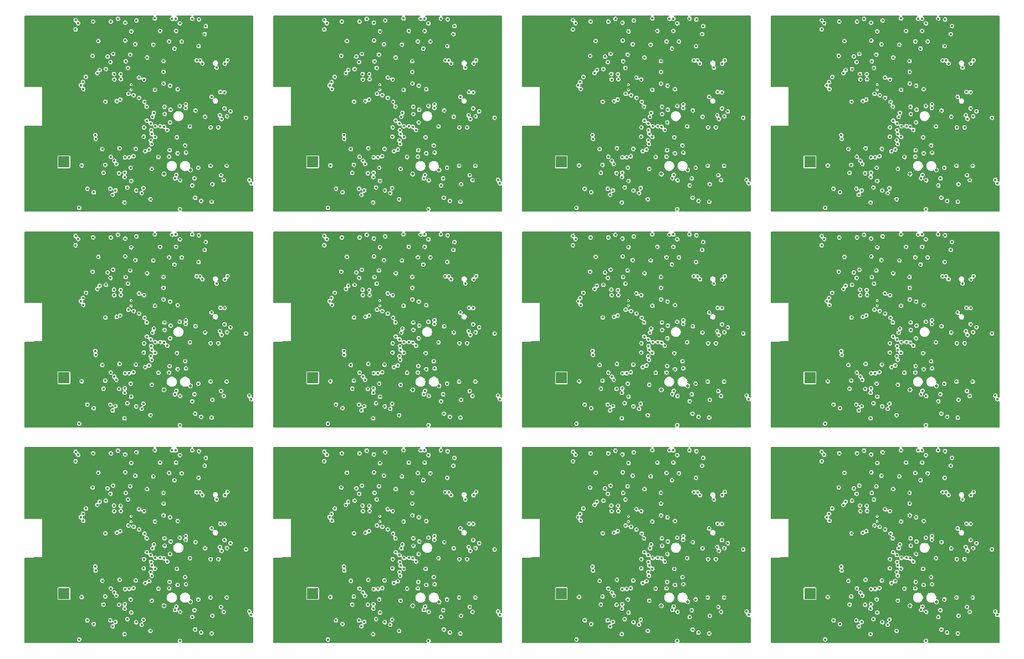
<source format=gbr>
G04 #@! TF.GenerationSoftware,KiCad,Pcbnew,5.1.5-52549c5~84~ubuntu19.04.1*
G04 #@! TF.CreationDate,2020-02-26T14:32:14-06:00*
G04 #@! TF.ProjectId,LeashPCB,4c656173-6850-4434-922e-6b696361645f,rev?*
G04 #@! TF.SameCoordinates,Original*
G04 #@! TF.FileFunction,Copper,L2,Inr*
G04 #@! TF.FilePolarity,Positive*
%FSLAX46Y46*%
G04 Gerber Fmt 4.6, Leading zero omitted, Abs format (unit mm)*
G04 Created by KiCad (PCBNEW 5.1.5-52549c5~84~ubuntu19.04.1) date 2020-02-26 14:32:14*
%MOMM*%
%LPD*%
G04 APERTURE LIST*
%ADD10C,4.400000*%
%ADD11C,0.700000*%
%ADD12O,1.700000X0.900000*%
%ADD13O,2.000000X0.900000*%
%ADD14C,0.200000*%
%ADD15R,1.700000X1.700000*%
%ADD16C,0.450000*%
%ADD17C,0.500000*%
%ADD18C,0.200000*%
G04 APERTURE END LIST*
D10*
X277380000Y-119560000D03*
D11*
X279030000Y-119560000D03*
X278546726Y-120726726D03*
X277380000Y-121210000D03*
X276213274Y-120726726D03*
X275730000Y-119560000D03*
X276213274Y-118393274D03*
X277380000Y-117910000D03*
X278546726Y-118393274D03*
D10*
X239380000Y-119560000D03*
D11*
X241030000Y-119560000D03*
X240546726Y-120726726D03*
X239380000Y-121210000D03*
X238213274Y-120726726D03*
X237730000Y-119560000D03*
X238213274Y-118393274D03*
X239380000Y-117910000D03*
X240546726Y-118393274D03*
D10*
X201380000Y-119560000D03*
D11*
X203030000Y-119560000D03*
X202546726Y-120726726D03*
X201380000Y-121210000D03*
X200213274Y-120726726D03*
X199730000Y-119560000D03*
X200213274Y-118393274D03*
X201380000Y-117910000D03*
X202546726Y-118393274D03*
D10*
X163380000Y-119560000D03*
D11*
X165030000Y-119560000D03*
X164546726Y-120726726D03*
X163380000Y-121210000D03*
X162213274Y-120726726D03*
X161730000Y-119560000D03*
X162213274Y-118393274D03*
X163380000Y-117910000D03*
X164546726Y-118393274D03*
D10*
X277380000Y-86560000D03*
D11*
X279030000Y-86560000D03*
X278546726Y-87726726D03*
X277380000Y-88210000D03*
X276213274Y-87726726D03*
X275730000Y-86560000D03*
X276213274Y-85393274D03*
X277380000Y-84910000D03*
X278546726Y-85393274D03*
D10*
X239380000Y-86560000D03*
D11*
X241030000Y-86560000D03*
X240546726Y-87726726D03*
X239380000Y-88210000D03*
X238213274Y-87726726D03*
X237730000Y-86560000D03*
X238213274Y-85393274D03*
X239380000Y-84910000D03*
X240546726Y-85393274D03*
D10*
X201380000Y-86560000D03*
D11*
X203030000Y-86560000D03*
X202546726Y-87726726D03*
X201380000Y-88210000D03*
X200213274Y-87726726D03*
X199730000Y-86560000D03*
X200213274Y-85393274D03*
X201380000Y-84910000D03*
X202546726Y-85393274D03*
D10*
X163380000Y-86560000D03*
D11*
X165030000Y-86560000D03*
X164546726Y-87726726D03*
X163380000Y-88210000D03*
X162213274Y-87726726D03*
X161730000Y-86560000D03*
X162213274Y-85393274D03*
X163380000Y-84910000D03*
X164546726Y-85393274D03*
D10*
X277380000Y-53560000D03*
D11*
X279030000Y-53560000D03*
X278546726Y-54726726D03*
X277380000Y-55210000D03*
X276213274Y-54726726D03*
X275730000Y-53560000D03*
X276213274Y-52393274D03*
X277380000Y-51910000D03*
X278546726Y-52393274D03*
D10*
X239380000Y-53560000D03*
D11*
X241030000Y-53560000D03*
X240546726Y-54726726D03*
X239380000Y-55210000D03*
X238213274Y-54726726D03*
X237730000Y-53560000D03*
X238213274Y-52393274D03*
X239380000Y-51910000D03*
X240546726Y-52393274D03*
D10*
X201380000Y-53560000D03*
D11*
X203030000Y-53560000D03*
X202546726Y-54726726D03*
X201380000Y-55210000D03*
X200213274Y-54726726D03*
X199730000Y-53560000D03*
X200213274Y-52393274D03*
X201380000Y-51910000D03*
X202546726Y-52393274D03*
D10*
X277380000Y-144600000D03*
D11*
X279030000Y-144600000D03*
X278546726Y-145766726D03*
X277380000Y-146250000D03*
X276213274Y-145766726D03*
X275730000Y-144600000D03*
X276213274Y-143433274D03*
X277380000Y-142950000D03*
X278546726Y-143433274D03*
D10*
X239380000Y-144600000D03*
D11*
X241030000Y-144600000D03*
X240546726Y-145766726D03*
X239380000Y-146250000D03*
X238213274Y-145766726D03*
X237730000Y-144600000D03*
X238213274Y-143433274D03*
X239380000Y-142950000D03*
X240546726Y-143433274D03*
D10*
X201380000Y-144600000D03*
D11*
X203030000Y-144600000D03*
X202546726Y-145766726D03*
X201380000Y-146250000D03*
X200213274Y-145766726D03*
X199730000Y-144600000D03*
X200213274Y-143433274D03*
X201380000Y-142950000D03*
X202546726Y-143433274D03*
D10*
X163380000Y-144600000D03*
D11*
X165030000Y-144600000D03*
X164546726Y-145766726D03*
X163380000Y-146250000D03*
X162213274Y-145766726D03*
X161730000Y-144600000D03*
X162213274Y-143433274D03*
X163380000Y-142950000D03*
X164546726Y-143433274D03*
D10*
X277380000Y-111600000D03*
D11*
X279030000Y-111600000D03*
X278546726Y-112766726D03*
X277380000Y-113250000D03*
X276213274Y-112766726D03*
X275730000Y-111600000D03*
X276213274Y-110433274D03*
X277380000Y-109950000D03*
X278546726Y-110433274D03*
D10*
X239380000Y-111600000D03*
D11*
X241030000Y-111600000D03*
X240546726Y-112766726D03*
X239380000Y-113250000D03*
X238213274Y-112766726D03*
X237730000Y-111600000D03*
X238213274Y-110433274D03*
X239380000Y-109950000D03*
X240546726Y-110433274D03*
D10*
X201380000Y-111600000D03*
D11*
X203030000Y-111600000D03*
X202546726Y-112766726D03*
X201380000Y-113250000D03*
X200213274Y-112766726D03*
X199730000Y-111600000D03*
X200213274Y-110433274D03*
X201380000Y-109950000D03*
X202546726Y-110433274D03*
D10*
X163380000Y-111600000D03*
D11*
X165030000Y-111600000D03*
X164546726Y-112766726D03*
X163380000Y-113250000D03*
X162213274Y-112766726D03*
X161730000Y-111600000D03*
X162213274Y-110433274D03*
X163380000Y-109950000D03*
X164546726Y-110433274D03*
D10*
X277380000Y-78600000D03*
D11*
X279030000Y-78600000D03*
X278546726Y-79766726D03*
X277380000Y-80250000D03*
X276213274Y-79766726D03*
X275730000Y-78600000D03*
X276213274Y-77433274D03*
X277380000Y-76950000D03*
X278546726Y-77433274D03*
D10*
X239380000Y-78600000D03*
D11*
X241030000Y-78600000D03*
X240546726Y-79766726D03*
X239380000Y-80250000D03*
X238213274Y-79766726D03*
X237730000Y-78600000D03*
X238213274Y-77433274D03*
X239380000Y-76950000D03*
X240546726Y-77433274D03*
D10*
X201380000Y-78600000D03*
D11*
X203030000Y-78600000D03*
X202546726Y-79766726D03*
X201380000Y-80250000D03*
X200213274Y-79766726D03*
X199730000Y-78600000D03*
X200213274Y-77433274D03*
X201380000Y-76950000D03*
X202546726Y-77433274D03*
D10*
X247380000Y-144600000D03*
D11*
X249030000Y-144600000D03*
X248546726Y-145766726D03*
X247380000Y-146250000D03*
X246213274Y-145766726D03*
X245730000Y-144600000D03*
X246213274Y-143433274D03*
X247380000Y-142950000D03*
X248546726Y-143433274D03*
D10*
X209380000Y-144600000D03*
D11*
X211030000Y-144600000D03*
X210546726Y-145766726D03*
X209380000Y-146250000D03*
X208213274Y-145766726D03*
X207730000Y-144600000D03*
X208213274Y-143433274D03*
X209380000Y-142950000D03*
X210546726Y-143433274D03*
D10*
X171380000Y-144600000D03*
D11*
X173030000Y-144600000D03*
X172546726Y-145766726D03*
X171380000Y-146250000D03*
X170213274Y-145766726D03*
X169730000Y-144600000D03*
X170213274Y-143433274D03*
X171380000Y-142950000D03*
X172546726Y-143433274D03*
D10*
X133380000Y-144600000D03*
D11*
X135030000Y-144600000D03*
X134546726Y-145766726D03*
X133380000Y-146250000D03*
X132213274Y-145766726D03*
X131730000Y-144600000D03*
X132213274Y-143433274D03*
X133380000Y-142950000D03*
X134546726Y-143433274D03*
D10*
X247380000Y-111600000D03*
D11*
X249030000Y-111600000D03*
X248546726Y-112766726D03*
X247380000Y-113250000D03*
X246213274Y-112766726D03*
X245730000Y-111600000D03*
X246213274Y-110433274D03*
X247380000Y-109950000D03*
X248546726Y-110433274D03*
D10*
X209380000Y-111600000D03*
D11*
X211030000Y-111600000D03*
X210546726Y-112766726D03*
X209380000Y-113250000D03*
X208213274Y-112766726D03*
X207730000Y-111600000D03*
X208213274Y-110433274D03*
X209380000Y-109950000D03*
X210546726Y-110433274D03*
D10*
X171380000Y-111600000D03*
D11*
X173030000Y-111600000D03*
X172546726Y-112766726D03*
X171380000Y-113250000D03*
X170213274Y-112766726D03*
X169730000Y-111600000D03*
X170213274Y-110433274D03*
X171380000Y-109950000D03*
X172546726Y-110433274D03*
D10*
X133380000Y-111600000D03*
D11*
X135030000Y-111600000D03*
X134546726Y-112766726D03*
X133380000Y-113250000D03*
X132213274Y-112766726D03*
X131730000Y-111600000D03*
X132213274Y-110433274D03*
X133380000Y-109950000D03*
X134546726Y-110433274D03*
D10*
X247380000Y-78600000D03*
D11*
X249030000Y-78600000D03*
X248546726Y-79766726D03*
X247380000Y-80250000D03*
X246213274Y-79766726D03*
X245730000Y-78600000D03*
X246213274Y-77433274D03*
X247380000Y-76950000D03*
X248546726Y-77433274D03*
D10*
X209380000Y-78600000D03*
D11*
X211030000Y-78600000D03*
X210546726Y-79766726D03*
X209380000Y-80250000D03*
X208213274Y-79766726D03*
X207730000Y-78600000D03*
X208213274Y-77433274D03*
X209380000Y-76950000D03*
X210546726Y-77433274D03*
D10*
X171380000Y-78600000D03*
D11*
X173030000Y-78600000D03*
X172546726Y-79766726D03*
X171380000Y-80250000D03*
X170213274Y-79766726D03*
X169730000Y-78600000D03*
X170213274Y-77433274D03*
X171380000Y-76950000D03*
X172546726Y-77433274D03*
D10*
X247380000Y-119600000D03*
D11*
X249030000Y-119600000D03*
X248546726Y-120766726D03*
X247380000Y-121250000D03*
X246213274Y-120766726D03*
X245730000Y-119600000D03*
X246213274Y-118433274D03*
X247380000Y-117950000D03*
X248546726Y-118433274D03*
D10*
X209380000Y-119600000D03*
D11*
X211030000Y-119600000D03*
X210546726Y-120766726D03*
X209380000Y-121250000D03*
X208213274Y-120766726D03*
X207730000Y-119600000D03*
X208213274Y-118433274D03*
X209380000Y-117950000D03*
X210546726Y-118433274D03*
D10*
X171380000Y-119600000D03*
D11*
X173030000Y-119600000D03*
X172546726Y-120766726D03*
X171380000Y-121250000D03*
X170213274Y-120766726D03*
X169730000Y-119600000D03*
X170213274Y-118433274D03*
X171380000Y-117950000D03*
X172546726Y-118433274D03*
D10*
X133380000Y-119600000D03*
D11*
X135030000Y-119600000D03*
X134546726Y-120766726D03*
X133380000Y-121250000D03*
X132213274Y-120766726D03*
X131730000Y-119600000D03*
X132213274Y-118433274D03*
X133380000Y-117950000D03*
X134546726Y-118433274D03*
D10*
X247380000Y-86600000D03*
D11*
X249030000Y-86600000D03*
X248546726Y-87766726D03*
X247380000Y-88250000D03*
X246213274Y-87766726D03*
X245730000Y-86600000D03*
X246213274Y-85433274D03*
X247380000Y-84950000D03*
X248546726Y-85433274D03*
D10*
X209380000Y-86600000D03*
D11*
X211030000Y-86600000D03*
X210546726Y-87766726D03*
X209380000Y-88250000D03*
X208213274Y-87766726D03*
X207730000Y-86600000D03*
X208213274Y-85433274D03*
X209380000Y-84950000D03*
X210546726Y-85433274D03*
D10*
X171380000Y-86600000D03*
D11*
X173030000Y-86600000D03*
X172546726Y-87766726D03*
X171380000Y-88250000D03*
X170213274Y-87766726D03*
X169730000Y-86600000D03*
X170213274Y-85433274D03*
X171380000Y-84950000D03*
X172546726Y-85433274D03*
D10*
X133380000Y-86600000D03*
D11*
X135030000Y-86600000D03*
X134546726Y-87766726D03*
X133380000Y-88250000D03*
X132213274Y-87766726D03*
X131730000Y-86600000D03*
X132213274Y-85433274D03*
X133380000Y-84950000D03*
X134546726Y-85433274D03*
D10*
X247380000Y-53600000D03*
D11*
X249030000Y-53600000D03*
X248546726Y-54766726D03*
X247380000Y-55250000D03*
X246213274Y-54766726D03*
X245730000Y-53600000D03*
X246213274Y-52433274D03*
X247380000Y-51950000D03*
X248546726Y-52433274D03*
D10*
X209380000Y-53600000D03*
D11*
X211030000Y-53600000D03*
X210546726Y-54766726D03*
X209380000Y-55250000D03*
X208213274Y-54766726D03*
X207730000Y-53600000D03*
X208213274Y-52433274D03*
X209380000Y-51950000D03*
X210546726Y-52433274D03*
D10*
X171380000Y-53600000D03*
D11*
X173030000Y-53600000D03*
X172546726Y-54766726D03*
X171380000Y-55250000D03*
X170213274Y-54766726D03*
X169730000Y-53600000D03*
X170213274Y-52433274D03*
X171380000Y-51950000D03*
X172546726Y-52433274D03*
D12*
X277740000Y-122980000D03*
X277740000Y-131620000D03*
D13*
X273570000Y-122980000D03*
X273570000Y-131620000D03*
D12*
X239740000Y-122980000D03*
X239740000Y-131620000D03*
D13*
X235570000Y-122980000D03*
X235570000Y-131620000D03*
D12*
X201740000Y-122980000D03*
X201740000Y-131620000D03*
D13*
X197570000Y-122980000D03*
X197570000Y-131620000D03*
D12*
X163740000Y-122980000D03*
X163740000Y-131620000D03*
D13*
X159570000Y-122980000D03*
X159570000Y-131620000D03*
D12*
X277740000Y-89980000D03*
X277740000Y-98620000D03*
D13*
X273570000Y-89980000D03*
X273570000Y-98620000D03*
D12*
X239740000Y-89980000D03*
X239740000Y-98620000D03*
D13*
X235570000Y-89980000D03*
X235570000Y-98620000D03*
D12*
X201740000Y-89980000D03*
X201740000Y-98620000D03*
D13*
X197570000Y-89980000D03*
X197570000Y-98620000D03*
D12*
X163740000Y-89980000D03*
X163740000Y-98620000D03*
D13*
X159570000Y-89980000D03*
X159570000Y-98620000D03*
D12*
X277740000Y-56980000D03*
X277740000Y-65620000D03*
D13*
X273570000Y-56980000D03*
X273570000Y-65620000D03*
D12*
X239740000Y-56980000D03*
X239740000Y-65620000D03*
D13*
X235570000Y-56980000D03*
X235570000Y-65620000D03*
D12*
X201740000Y-56980000D03*
X201740000Y-65620000D03*
D13*
X197570000Y-56980000D03*
X197570000Y-65620000D03*
D14*
X261160000Y-127690000D03*
X261160000Y-128490000D03*
X223160000Y-127690000D03*
X223160000Y-128490000D03*
X185160000Y-127690000D03*
X185160000Y-128490000D03*
X147160000Y-127690000D03*
X147160000Y-128490000D03*
X261160000Y-94690000D03*
X261160000Y-95490000D03*
X223160000Y-94690000D03*
X223160000Y-95490000D03*
X185160000Y-94690000D03*
X185160000Y-95490000D03*
X147160000Y-94690000D03*
X147160000Y-95490000D03*
X261160000Y-61690000D03*
X261160000Y-62490000D03*
X223160000Y-61690000D03*
X223160000Y-62490000D03*
X185160000Y-61690000D03*
X185160000Y-62490000D03*
D15*
X250900000Y-139500000D03*
X212900000Y-139500000D03*
X174900000Y-139500000D03*
X136900000Y-139500000D03*
X250900000Y-106500000D03*
X212900000Y-106500000D03*
X174900000Y-106500000D03*
X136900000Y-106500000D03*
X250900000Y-73500000D03*
X212900000Y-73500000D03*
X174900000Y-73500000D03*
X136900000Y-73500000D03*
D14*
X147160000Y-62490000D03*
X147160000Y-61690000D03*
D13*
X159570000Y-65620000D03*
X159570000Y-56980000D03*
D12*
X163740000Y-65620000D03*
X163740000Y-56980000D03*
D11*
X134546726Y-52433274D03*
X133380000Y-51950000D03*
X132213274Y-52433274D03*
X131730000Y-53600000D03*
X132213274Y-54766726D03*
X133380000Y-55250000D03*
X134546726Y-54766726D03*
X135030000Y-53600000D03*
D10*
X133380000Y-53600000D03*
D11*
X134546726Y-77433274D03*
X133380000Y-76950000D03*
X132213274Y-77433274D03*
X131730000Y-78600000D03*
X132213274Y-79766726D03*
X133380000Y-80250000D03*
X134546726Y-79766726D03*
X135030000Y-78600000D03*
D10*
X133380000Y-78600000D03*
D11*
X164546726Y-77433274D03*
X163380000Y-76950000D03*
X162213274Y-77433274D03*
X161730000Y-78600000D03*
X162213274Y-79766726D03*
X163380000Y-80250000D03*
X164546726Y-79766726D03*
X165030000Y-78600000D03*
D10*
X163380000Y-78600000D03*
D11*
X164546726Y-52393274D03*
X163380000Y-51910000D03*
X162213274Y-52393274D03*
X161730000Y-53560000D03*
X162213274Y-54726726D03*
X163380000Y-55210000D03*
X164546726Y-54726726D03*
X165030000Y-53560000D03*
D10*
X163380000Y-53560000D03*
D16*
X131380000Y-73600000D03*
X140580000Y-64900000D03*
X139180000Y-65200000D03*
X137855000Y-66400000D03*
X138480000Y-66400000D03*
X140680000Y-63200000D03*
X141655000Y-65200000D03*
X140780000Y-68200000D03*
X139530000Y-67725000D03*
X133880000Y-62800000D03*
X133880000Y-63700000D03*
X133880000Y-64600000D03*
X132980000Y-69500000D03*
X132180000Y-69500000D03*
X131480000Y-69500000D03*
X134480000Y-63100000D03*
X134980000Y-63600000D03*
X135480000Y-64100000D03*
X134980000Y-64600000D03*
X134700000Y-66900000D03*
X133975000Y-66950000D03*
X136080000Y-65700000D03*
X136580000Y-65300000D03*
X136980000Y-65700000D03*
X137480000Y-66000000D03*
X136980000Y-66400000D03*
X136280000Y-66400000D03*
X133880000Y-67700000D03*
X132925000Y-68200000D03*
X132580000Y-70100000D03*
X132580000Y-70800000D03*
X137980000Y-64300000D03*
X137580000Y-63900000D03*
X137180000Y-63500000D03*
X135980000Y-62300000D03*
X135580000Y-61900000D03*
X135180000Y-61500000D03*
X134680000Y-61100000D03*
X133550000Y-61800000D03*
X133180000Y-61430000D03*
X132680000Y-61100000D03*
X134380000Y-60600000D03*
X155810000Y-61780000D03*
X147980000Y-70200000D03*
X144280000Y-66500000D03*
X134600000Y-65100000D03*
X134400000Y-65600000D03*
X133900000Y-65900000D03*
X138075000Y-67900000D03*
X132275000Y-68225000D03*
X131325000Y-68275000D03*
X131300000Y-68900000D03*
X140620000Y-51490000D03*
X142650000Y-74175000D03*
X139525000Y-73450000D03*
X143750000Y-74175000D03*
X149050000Y-80025000D03*
X151725000Y-80050000D03*
X151775000Y-73975000D03*
X165171090Y-72950000D03*
X158810000Y-77780000D03*
X158730000Y-80320000D03*
X163520000Y-58700000D03*
X149500000Y-61360000D03*
X146550000Y-60750000D03*
X149160000Y-59340000D03*
X149080000Y-57230000D03*
X138520000Y-62970000D03*
X139900000Y-64000000D03*
X137890000Y-61570000D03*
X138460000Y-60330000D03*
X136620000Y-61200000D03*
X137240000Y-60070000D03*
X138350000Y-58930000D03*
X136570000Y-58010000D03*
X136670000Y-58970000D03*
X135790000Y-57070000D03*
X149310000Y-54480000D03*
X146770000Y-52970000D03*
X146860000Y-54340000D03*
X146820000Y-56010000D03*
X149090000Y-55960000D03*
X141380000Y-53300000D03*
X144390000Y-53210000D03*
X141090000Y-54560000D03*
X147450000Y-51520000D03*
X144230000Y-51490000D03*
X152290000Y-70900000D03*
X153620000Y-59920000D03*
X160710000Y-57800000D03*
X131380000Y-55600000D03*
X131380000Y-56850000D03*
X131380000Y-58100000D03*
X131380000Y-59600000D03*
X131380000Y-61100000D03*
X131380000Y-70600000D03*
X131380000Y-71850000D03*
X131380000Y-75100000D03*
X131380000Y-76600000D03*
X131380000Y-80600000D03*
X135380000Y-80600000D03*
X136630000Y-80600000D03*
X138130000Y-80600000D03*
X131380000Y-51600000D03*
X135380000Y-51600000D03*
X138130000Y-51600000D03*
X136390000Y-51570000D03*
X141630000Y-80350000D03*
X144130000Y-80350000D03*
X146630000Y-80350000D03*
X161380000Y-80600000D03*
X165380000Y-80600000D03*
X165171090Y-72950000D03*
X162880000Y-73350000D03*
X162880000Y-69100000D03*
X158880000Y-71100000D03*
X158880000Y-73350000D03*
X162880000Y-71100000D03*
X161630000Y-73200000D03*
X161030000Y-68950000D03*
X160480000Y-73400000D03*
X144386808Y-70206808D03*
X140170000Y-58150000D03*
X141504024Y-58116727D03*
X141820000Y-56870000D03*
X138720000Y-61750000D03*
X139720000Y-63130000D03*
X146640000Y-59840000D03*
X149770000Y-63800000D03*
X150750000Y-60770000D03*
X136690000Y-67780000D03*
X136080000Y-68480000D03*
X135540000Y-69020000D03*
X135640000Y-69720000D03*
X136140000Y-70150000D03*
X136460000Y-70620000D03*
X136860000Y-71180000D03*
X137410000Y-71750000D03*
X137910000Y-72290000D03*
X138290000Y-72900000D03*
X138310000Y-73620000D03*
X138260000Y-74420000D03*
X137680000Y-74940000D03*
X137050000Y-74920000D03*
X136350000Y-74890000D03*
X135640000Y-74690000D03*
X135590000Y-73900000D03*
X135610000Y-73090000D03*
X135560000Y-72320000D03*
X136160000Y-72030000D03*
X135640000Y-71590000D03*
X135060000Y-71250000D03*
X134570000Y-70800000D03*
X134090000Y-70280000D03*
X134060000Y-70890000D03*
X134170000Y-71660000D03*
X134230000Y-72330000D03*
X133820000Y-73220000D03*
X133290000Y-73350000D03*
X132680000Y-73270000D03*
X132320000Y-72330000D03*
X132430000Y-71570000D03*
X135150000Y-56070000D03*
X136040000Y-55110000D03*
X137870000Y-55020000D03*
X137680000Y-58310000D03*
X136940000Y-55540000D03*
X136350000Y-53690000D03*
X150309145Y-52001431D03*
X154650000Y-63830000D03*
X158010000Y-60660000D03*
X157996640Y-76716640D03*
X154160000Y-79960000D03*
X163820000Y-63750000D03*
X163485000Y-66570000D03*
X165380000Y-70050000D03*
X153090000Y-69690000D03*
X151640000Y-76570000D03*
X146380000Y-78400000D03*
X139120000Y-77920000D03*
X139010000Y-75820000D03*
X143780000Y-56700000D03*
X156680000Y-57000000D03*
X156680000Y-53200000D03*
X157780000Y-57100000D03*
X156280000Y-58100000D03*
X149860180Y-62338923D03*
X145457258Y-62701050D03*
X143820000Y-62510000D03*
X156710000Y-68070000D03*
D17*
X155550000Y-69680000D03*
D16*
X169380000Y-73600000D03*
X207380000Y-73600000D03*
X245380000Y-73600000D03*
X131380000Y-106600000D03*
X169380000Y-106600000D03*
X207380000Y-106600000D03*
X245380000Y-106600000D03*
X131380000Y-139600000D03*
X169380000Y-139600000D03*
X207380000Y-139600000D03*
X245380000Y-139600000D03*
X178580000Y-64900000D03*
X216580000Y-64900000D03*
X254580000Y-64900000D03*
X140580000Y-97900000D03*
X178580000Y-97900000D03*
X216580000Y-97900000D03*
X254580000Y-97900000D03*
X140580000Y-130900000D03*
X178580000Y-130900000D03*
X216580000Y-130900000D03*
X254580000Y-130900000D03*
X177180000Y-65200000D03*
X215180000Y-65200000D03*
X253180000Y-65200000D03*
X139180000Y-98200000D03*
X177180000Y-98200000D03*
X215180000Y-98200000D03*
X253180000Y-98200000D03*
X139180000Y-131200000D03*
X177180000Y-131200000D03*
X215180000Y-131200000D03*
X253180000Y-131200000D03*
X175855000Y-66400000D03*
X213855000Y-66400000D03*
X251855000Y-66400000D03*
X137855000Y-99400000D03*
X175855000Y-99400000D03*
X213855000Y-99400000D03*
X251855000Y-99400000D03*
X137855000Y-132400000D03*
X175855000Y-132400000D03*
X213855000Y-132400000D03*
X251855000Y-132400000D03*
X176480000Y-66400000D03*
X214480000Y-66400000D03*
X252480000Y-66400000D03*
X138480000Y-99400000D03*
X176480000Y-99400000D03*
X214480000Y-99400000D03*
X252480000Y-99400000D03*
X138480000Y-132400000D03*
X176480000Y-132400000D03*
X214480000Y-132400000D03*
X252480000Y-132400000D03*
X178680000Y-63200000D03*
X216680000Y-63200000D03*
X254680000Y-63200000D03*
X140680000Y-96200000D03*
X178680000Y-96200000D03*
X216680000Y-96200000D03*
X254680000Y-96200000D03*
X140680000Y-129200000D03*
X178680000Y-129200000D03*
X216680000Y-129200000D03*
X254680000Y-129200000D03*
X179655000Y-65200000D03*
X217655000Y-65200000D03*
X255655000Y-65200000D03*
X141655000Y-98200000D03*
X179655000Y-98200000D03*
X217655000Y-98200000D03*
X255655000Y-98200000D03*
X141655000Y-131200000D03*
X179655000Y-131200000D03*
X217655000Y-131200000D03*
X255655000Y-131200000D03*
X178780000Y-68200000D03*
X216780000Y-68200000D03*
X254780000Y-68200000D03*
X140780000Y-101200000D03*
X178780000Y-101200000D03*
X216780000Y-101200000D03*
X254780000Y-101200000D03*
X140780000Y-134200000D03*
X178780000Y-134200000D03*
X216780000Y-134200000D03*
X254780000Y-134200000D03*
X177530000Y-67725000D03*
X215530000Y-67725000D03*
X253530000Y-67725000D03*
X139530000Y-100725000D03*
X177530000Y-100725000D03*
X215530000Y-100725000D03*
X253530000Y-100725000D03*
X139530000Y-133725000D03*
X177530000Y-133725000D03*
X215530000Y-133725000D03*
X253530000Y-133725000D03*
X171880000Y-62800000D03*
X209880000Y-62800000D03*
X247880000Y-62800000D03*
X133880000Y-95800000D03*
X171880000Y-95800000D03*
X209880000Y-95800000D03*
X247880000Y-95800000D03*
X133880000Y-128800000D03*
X171880000Y-128800000D03*
X209880000Y-128800000D03*
X247880000Y-128800000D03*
X171880000Y-63700000D03*
X209880000Y-63700000D03*
X247880000Y-63700000D03*
X133880000Y-96700000D03*
X171880000Y-96700000D03*
X209880000Y-96700000D03*
X247880000Y-96700000D03*
X133880000Y-129700000D03*
X171880000Y-129700000D03*
X209880000Y-129700000D03*
X247880000Y-129700000D03*
X171880000Y-64600000D03*
X209880000Y-64600000D03*
X247880000Y-64600000D03*
X133880000Y-97600000D03*
X171880000Y-97600000D03*
X209880000Y-97600000D03*
X247880000Y-97600000D03*
X133880000Y-130600000D03*
X171880000Y-130600000D03*
X209880000Y-130600000D03*
X247880000Y-130600000D03*
X170980000Y-69500000D03*
X208980000Y-69500000D03*
X246980000Y-69500000D03*
X132980000Y-102500000D03*
X170980000Y-102500000D03*
X208980000Y-102500000D03*
X246980000Y-102500000D03*
X132980000Y-135500000D03*
X170980000Y-135500000D03*
X208980000Y-135500000D03*
X246980000Y-135500000D03*
X170180000Y-69500000D03*
X208180000Y-69500000D03*
X246180000Y-69500000D03*
X132180000Y-102500000D03*
X170180000Y-102500000D03*
X208180000Y-102500000D03*
X246180000Y-102500000D03*
X132180000Y-135500000D03*
X170180000Y-135500000D03*
X208180000Y-135500000D03*
X246180000Y-135500000D03*
X169480000Y-69500000D03*
X207480000Y-69500000D03*
X245480000Y-69500000D03*
X131480000Y-102500000D03*
X169480000Y-102500000D03*
X207480000Y-102500000D03*
X245480000Y-102500000D03*
X131480000Y-135500000D03*
X169480000Y-135500000D03*
X207480000Y-135500000D03*
X245480000Y-135500000D03*
X172480000Y-63100000D03*
X210480000Y-63100000D03*
X248480000Y-63100000D03*
X134480000Y-96100000D03*
X172480000Y-96100000D03*
X210480000Y-96100000D03*
X248480000Y-96100000D03*
X134480000Y-129100000D03*
X172480000Y-129100000D03*
X210480000Y-129100000D03*
X248480000Y-129100000D03*
X172980000Y-63600000D03*
X210980000Y-63600000D03*
X248980000Y-63600000D03*
X134980000Y-96600000D03*
X172980000Y-96600000D03*
X210980000Y-96600000D03*
X248980000Y-96600000D03*
X134980000Y-129600000D03*
X172980000Y-129600000D03*
X210980000Y-129600000D03*
X248980000Y-129600000D03*
X173480000Y-64100000D03*
X211480000Y-64100000D03*
X249480000Y-64100000D03*
X135480000Y-97100000D03*
X173480000Y-97100000D03*
X211480000Y-97100000D03*
X249480000Y-97100000D03*
X135480000Y-130100000D03*
X173480000Y-130100000D03*
X211480000Y-130100000D03*
X249480000Y-130100000D03*
X172980000Y-64600000D03*
X210980000Y-64600000D03*
X248980000Y-64600000D03*
X134980000Y-97600000D03*
X172980000Y-97600000D03*
X210980000Y-97600000D03*
X248980000Y-97600000D03*
X134980000Y-130600000D03*
X172980000Y-130600000D03*
X210980000Y-130600000D03*
X248980000Y-130600000D03*
X172700000Y-66900000D03*
X210700000Y-66900000D03*
X248700000Y-66900000D03*
X134700000Y-99900000D03*
X172700000Y-99900000D03*
X210700000Y-99900000D03*
X248700000Y-99900000D03*
X134700000Y-132900000D03*
X172700000Y-132900000D03*
X210700000Y-132900000D03*
X248700000Y-132900000D03*
X171975000Y-66950000D03*
X209975000Y-66950000D03*
X247975000Y-66950000D03*
X133975000Y-99950000D03*
X171975000Y-99950000D03*
X209975000Y-99950000D03*
X247975000Y-99950000D03*
X133975000Y-132950000D03*
X171975000Y-132950000D03*
X209975000Y-132950000D03*
X247975000Y-132950000D03*
X174080000Y-65700000D03*
X212080000Y-65700000D03*
X250080000Y-65700000D03*
X136080000Y-98700000D03*
X174080000Y-98700000D03*
X212080000Y-98700000D03*
X250080000Y-98700000D03*
X136080000Y-131700000D03*
X174080000Y-131700000D03*
X212080000Y-131700000D03*
X250080000Y-131700000D03*
X174580000Y-65300000D03*
X212580000Y-65300000D03*
X250580000Y-65300000D03*
X136580000Y-98300000D03*
X174580000Y-98300000D03*
X212580000Y-98300000D03*
X250580000Y-98300000D03*
X136580000Y-131300000D03*
X174580000Y-131300000D03*
X212580000Y-131300000D03*
X250580000Y-131300000D03*
X174980000Y-65700000D03*
X212980000Y-65700000D03*
X250980000Y-65700000D03*
X136980000Y-98700000D03*
X174980000Y-98700000D03*
X212980000Y-98700000D03*
X250980000Y-98700000D03*
X136980000Y-131700000D03*
X174980000Y-131700000D03*
X212980000Y-131700000D03*
X250980000Y-131700000D03*
X175480000Y-66000000D03*
X213480000Y-66000000D03*
X251480000Y-66000000D03*
X137480000Y-99000000D03*
X175480000Y-99000000D03*
X213480000Y-99000000D03*
X251480000Y-99000000D03*
X137480000Y-132000000D03*
X175480000Y-132000000D03*
X213480000Y-132000000D03*
X251480000Y-132000000D03*
X174980000Y-66400000D03*
X212980000Y-66400000D03*
X250980000Y-66400000D03*
X136980000Y-99400000D03*
X174980000Y-99400000D03*
X212980000Y-99400000D03*
X250980000Y-99400000D03*
X136980000Y-132400000D03*
X174980000Y-132400000D03*
X212980000Y-132400000D03*
X250980000Y-132400000D03*
X174280000Y-66400000D03*
X212280000Y-66400000D03*
X250280000Y-66400000D03*
X136280000Y-99400000D03*
X174280000Y-99400000D03*
X212280000Y-99400000D03*
X250280000Y-99400000D03*
X136280000Y-132400000D03*
X174280000Y-132400000D03*
X212280000Y-132400000D03*
X250280000Y-132400000D03*
X171880000Y-67700000D03*
X209880000Y-67700000D03*
X247880000Y-67700000D03*
X133880000Y-100700000D03*
X171880000Y-100700000D03*
X209880000Y-100700000D03*
X247880000Y-100700000D03*
X133880000Y-133700000D03*
X171880000Y-133700000D03*
X209880000Y-133700000D03*
X247880000Y-133700000D03*
X170925000Y-68200000D03*
X208925000Y-68200000D03*
X246925000Y-68200000D03*
X132925000Y-101200000D03*
X170925000Y-101200000D03*
X208925000Y-101200000D03*
X246925000Y-101200000D03*
X132925000Y-134200000D03*
X170925000Y-134200000D03*
X208925000Y-134200000D03*
X246925000Y-134200000D03*
X170580000Y-70100000D03*
X208580000Y-70100000D03*
X246580000Y-70100000D03*
X132580000Y-103100000D03*
X170580000Y-103100000D03*
X208580000Y-103100000D03*
X246580000Y-103100000D03*
X132580000Y-136100000D03*
X170580000Y-136100000D03*
X208580000Y-136100000D03*
X246580000Y-136100000D03*
X170580000Y-70800000D03*
X208580000Y-70800000D03*
X246580000Y-70800000D03*
X132580000Y-103800000D03*
X170580000Y-103800000D03*
X208580000Y-103800000D03*
X246580000Y-103800000D03*
X132580000Y-136800000D03*
X170580000Y-136800000D03*
X208580000Y-136800000D03*
X246580000Y-136800000D03*
X175980000Y-64300000D03*
X213980000Y-64300000D03*
X251980000Y-64300000D03*
X137980000Y-97300000D03*
X175980000Y-97300000D03*
X213980000Y-97300000D03*
X251980000Y-97300000D03*
X137980000Y-130300000D03*
X175980000Y-130300000D03*
X213980000Y-130300000D03*
X251980000Y-130300000D03*
X175580000Y-63900000D03*
X213580000Y-63900000D03*
X251580000Y-63900000D03*
X137580000Y-96900000D03*
X175580000Y-96900000D03*
X213580000Y-96900000D03*
X251580000Y-96900000D03*
X137580000Y-129900000D03*
X175580000Y-129900000D03*
X213580000Y-129900000D03*
X251580000Y-129900000D03*
X175180000Y-63500000D03*
X213180000Y-63500000D03*
X251180000Y-63500000D03*
X137180000Y-96500000D03*
X175180000Y-96500000D03*
X213180000Y-96500000D03*
X251180000Y-96500000D03*
X137180000Y-129500000D03*
X175180000Y-129500000D03*
X213180000Y-129500000D03*
X251180000Y-129500000D03*
X173980000Y-62300000D03*
X211980000Y-62300000D03*
X249980000Y-62300000D03*
X135980000Y-95300000D03*
X173980000Y-95300000D03*
X211980000Y-95300000D03*
X249980000Y-95300000D03*
X135980000Y-128300000D03*
X173980000Y-128300000D03*
X211980000Y-128300000D03*
X249980000Y-128300000D03*
X173580000Y-61900000D03*
X211580000Y-61900000D03*
X249580000Y-61900000D03*
X135580000Y-94900000D03*
X173580000Y-94900000D03*
X211580000Y-94900000D03*
X249580000Y-94900000D03*
X135580000Y-127900000D03*
X173580000Y-127900000D03*
X211580000Y-127900000D03*
X249580000Y-127900000D03*
X173180000Y-61500000D03*
X211180000Y-61500000D03*
X249180000Y-61500000D03*
X135180000Y-94500000D03*
X173180000Y-94500000D03*
X211180000Y-94500000D03*
X249180000Y-94500000D03*
X135180000Y-127500000D03*
X173180000Y-127500000D03*
X211180000Y-127500000D03*
X249180000Y-127500000D03*
X172680000Y-61100000D03*
X210680000Y-61100000D03*
X248680000Y-61100000D03*
X134680000Y-94100000D03*
X172680000Y-94100000D03*
X210680000Y-94100000D03*
X248680000Y-94100000D03*
X134680000Y-127100000D03*
X172680000Y-127100000D03*
X210680000Y-127100000D03*
X248680000Y-127100000D03*
X171550000Y-61800000D03*
X209550000Y-61800000D03*
X247550000Y-61800000D03*
X133550000Y-94800000D03*
X171550000Y-94800000D03*
X209550000Y-94800000D03*
X247550000Y-94800000D03*
X133550000Y-127800000D03*
X171550000Y-127800000D03*
X209550000Y-127800000D03*
X247550000Y-127800000D03*
X171180000Y-61430000D03*
X209180000Y-61430000D03*
X247180000Y-61430000D03*
X133180000Y-94430000D03*
X171180000Y-94430000D03*
X209180000Y-94430000D03*
X247180000Y-94430000D03*
X133180000Y-127430000D03*
X171180000Y-127430000D03*
X209180000Y-127430000D03*
X247180000Y-127430000D03*
X170680000Y-61100000D03*
X208680000Y-61100000D03*
X246680000Y-61100000D03*
X132680000Y-94100000D03*
X170680000Y-94100000D03*
X208680000Y-94100000D03*
X246680000Y-94100000D03*
X132680000Y-127100000D03*
X170680000Y-127100000D03*
X208680000Y-127100000D03*
X246680000Y-127100000D03*
X172380000Y-60600000D03*
X210380000Y-60600000D03*
X248380000Y-60600000D03*
X134380000Y-93600000D03*
X172380000Y-93600000D03*
X210380000Y-93600000D03*
X248380000Y-93600000D03*
X134380000Y-126600000D03*
X172380000Y-126600000D03*
X210380000Y-126600000D03*
X248380000Y-126600000D03*
X193810000Y-61780000D03*
X231810000Y-61780000D03*
X269810000Y-61780000D03*
X155810000Y-94780000D03*
X193810000Y-94780000D03*
X231810000Y-94780000D03*
X269810000Y-94780000D03*
X155810000Y-127780000D03*
X193810000Y-127780000D03*
X231810000Y-127780000D03*
X269810000Y-127780000D03*
X185980000Y-70200000D03*
X223980000Y-70200000D03*
X261980000Y-70200000D03*
X147980000Y-103200000D03*
X185980000Y-103200000D03*
X223980000Y-103200000D03*
X261980000Y-103200000D03*
X147980000Y-136200000D03*
X185980000Y-136200000D03*
X223980000Y-136200000D03*
X261980000Y-136200000D03*
X182280000Y-66500000D03*
X220280000Y-66500000D03*
X258280000Y-66500000D03*
X144280000Y-99500000D03*
X182280000Y-99500000D03*
X220280000Y-99500000D03*
X258280000Y-99500000D03*
X144280000Y-132500000D03*
X182280000Y-132500000D03*
X220280000Y-132500000D03*
X258280000Y-132500000D03*
X172600000Y-65100000D03*
X210600000Y-65100000D03*
X248600000Y-65100000D03*
X134600000Y-98100000D03*
X172600000Y-98100000D03*
X210600000Y-98100000D03*
X248600000Y-98100000D03*
X134600000Y-131100000D03*
X172600000Y-131100000D03*
X210600000Y-131100000D03*
X248600000Y-131100000D03*
X172400000Y-65600000D03*
X210400000Y-65600000D03*
X248400000Y-65600000D03*
X134400000Y-98600000D03*
X172400000Y-98600000D03*
X210400000Y-98600000D03*
X248400000Y-98600000D03*
X134400000Y-131600000D03*
X172400000Y-131600000D03*
X210400000Y-131600000D03*
X248400000Y-131600000D03*
X171900000Y-65900000D03*
X209900000Y-65900000D03*
X247900000Y-65900000D03*
X133900000Y-98900000D03*
X171900000Y-98900000D03*
X209900000Y-98900000D03*
X247900000Y-98900000D03*
X133900000Y-131900000D03*
X171900000Y-131900000D03*
X209900000Y-131900000D03*
X247900000Y-131900000D03*
X176075000Y-67900000D03*
X214075000Y-67900000D03*
X252075000Y-67900000D03*
X138075000Y-100900000D03*
X176075000Y-100900000D03*
X214075000Y-100900000D03*
X252075000Y-100900000D03*
X138075000Y-133900000D03*
X176075000Y-133900000D03*
X214075000Y-133900000D03*
X252075000Y-133900000D03*
X170275000Y-68225000D03*
X208275000Y-68225000D03*
X246275000Y-68225000D03*
X132275000Y-101225000D03*
X170275000Y-101225000D03*
X208275000Y-101225000D03*
X246275000Y-101225000D03*
X132275000Y-134225000D03*
X170275000Y-134225000D03*
X208275000Y-134225000D03*
X246275000Y-134225000D03*
X169325000Y-68275000D03*
X207325000Y-68275000D03*
X245325000Y-68275000D03*
X131325000Y-101275000D03*
X169325000Y-101275000D03*
X207325000Y-101275000D03*
X245325000Y-101275000D03*
X131325000Y-134275000D03*
X169325000Y-134275000D03*
X207325000Y-134275000D03*
X245325000Y-134275000D03*
X169300000Y-68900000D03*
X207300000Y-68900000D03*
X245300000Y-68900000D03*
X131300000Y-101900000D03*
X169300000Y-101900000D03*
X207300000Y-101900000D03*
X245300000Y-101900000D03*
X131300000Y-134900000D03*
X169300000Y-134900000D03*
X207300000Y-134900000D03*
X245300000Y-134900000D03*
X178620000Y-51490000D03*
X216620000Y-51490000D03*
X254620000Y-51490000D03*
X140620000Y-84490000D03*
X178620000Y-84490000D03*
X216620000Y-84490000D03*
X254620000Y-84490000D03*
X140620000Y-117490000D03*
X178620000Y-117490000D03*
X216620000Y-117490000D03*
X254620000Y-117490000D03*
X180650000Y-74175000D03*
X218650000Y-74175000D03*
X256650000Y-74175000D03*
X142650000Y-107175000D03*
X180650000Y-107175000D03*
X218650000Y-107175000D03*
X256650000Y-107175000D03*
X142650000Y-140175000D03*
X180650000Y-140175000D03*
X218650000Y-140175000D03*
X256650000Y-140175000D03*
X177525000Y-73450000D03*
X215525000Y-73450000D03*
X253525000Y-73450000D03*
X139525000Y-106450000D03*
X177525000Y-106450000D03*
X215525000Y-106450000D03*
X253525000Y-106450000D03*
X139525000Y-139450000D03*
X177525000Y-139450000D03*
X215525000Y-139450000D03*
X253525000Y-139450000D03*
X181750000Y-74175000D03*
X219750000Y-74175000D03*
X257750000Y-74175000D03*
X143750000Y-107175000D03*
X181750000Y-107175000D03*
X219750000Y-107175000D03*
X257750000Y-107175000D03*
X143750000Y-140175000D03*
X181750000Y-140175000D03*
X219750000Y-140175000D03*
X257750000Y-140175000D03*
X187050000Y-80025000D03*
X225050000Y-80025000D03*
X263050000Y-80025000D03*
X149050000Y-113025000D03*
X187050000Y-113025000D03*
X225050000Y-113025000D03*
X263050000Y-113025000D03*
X149050000Y-146025000D03*
X187050000Y-146025000D03*
X225050000Y-146025000D03*
X263050000Y-146025000D03*
X189725000Y-80050000D03*
X227725000Y-80050000D03*
X265725000Y-80050000D03*
X151725000Y-113050000D03*
X189725000Y-113050000D03*
X227725000Y-113050000D03*
X265725000Y-113050000D03*
X151725000Y-146050000D03*
X189725000Y-146050000D03*
X227725000Y-146050000D03*
X265725000Y-146050000D03*
X189775000Y-73975000D03*
X227775000Y-73975000D03*
X265775000Y-73975000D03*
X151775000Y-106975000D03*
X189775000Y-106975000D03*
X227775000Y-106975000D03*
X265775000Y-106975000D03*
X151775000Y-139975000D03*
X189775000Y-139975000D03*
X227775000Y-139975000D03*
X265775000Y-139975000D03*
X203171090Y-72950000D03*
X241171090Y-72950000D03*
X279171090Y-72950000D03*
X165171090Y-105950000D03*
X203171090Y-105950000D03*
X241171090Y-105950000D03*
X279171090Y-105950000D03*
X165171090Y-138950000D03*
X203171090Y-138950000D03*
X241171090Y-138950000D03*
X279171090Y-138950000D03*
X196810000Y-77780000D03*
X234810000Y-77780000D03*
X272810000Y-77780000D03*
X158810000Y-110780000D03*
X196810000Y-110780000D03*
X234810000Y-110780000D03*
X272810000Y-110780000D03*
X158810000Y-143780000D03*
X196810000Y-143780000D03*
X234810000Y-143780000D03*
X272810000Y-143780000D03*
X196730000Y-80320000D03*
X234730000Y-80320000D03*
X272730000Y-80320000D03*
X158730000Y-113320000D03*
X196730000Y-113320000D03*
X234730000Y-113320000D03*
X272730000Y-113320000D03*
X158730000Y-146320000D03*
X196730000Y-146320000D03*
X234730000Y-146320000D03*
X272730000Y-146320000D03*
X201520000Y-58700000D03*
X239520000Y-58700000D03*
X277520000Y-58700000D03*
X163520000Y-91700000D03*
X201520000Y-91700000D03*
X239520000Y-91700000D03*
X277520000Y-91700000D03*
X163520000Y-124700000D03*
X201520000Y-124700000D03*
X239520000Y-124700000D03*
X277520000Y-124700000D03*
X187500000Y-61360000D03*
X225500000Y-61360000D03*
X263500000Y-61360000D03*
X149500000Y-94360000D03*
X187500000Y-94360000D03*
X225500000Y-94360000D03*
X263500000Y-94360000D03*
X149500000Y-127360000D03*
X187500000Y-127360000D03*
X225500000Y-127360000D03*
X263500000Y-127360000D03*
X184550000Y-60750000D03*
X222550000Y-60750000D03*
X260550000Y-60750000D03*
X146550000Y-93750000D03*
X184550000Y-93750000D03*
X222550000Y-93750000D03*
X260550000Y-93750000D03*
X146550000Y-126750000D03*
X184550000Y-126750000D03*
X222550000Y-126750000D03*
X260550000Y-126750000D03*
X187160000Y-59340000D03*
X225160000Y-59340000D03*
X263160000Y-59340000D03*
X149160000Y-92340000D03*
X187160000Y-92340000D03*
X225160000Y-92340000D03*
X263160000Y-92340000D03*
X149160000Y-125340000D03*
X187160000Y-125340000D03*
X225160000Y-125340000D03*
X263160000Y-125340000D03*
X187080000Y-57230000D03*
X225080000Y-57230000D03*
X263080000Y-57230000D03*
X149080000Y-90230000D03*
X187080000Y-90230000D03*
X225080000Y-90230000D03*
X263080000Y-90230000D03*
X149080000Y-123230000D03*
X187080000Y-123230000D03*
X225080000Y-123230000D03*
X263080000Y-123230000D03*
X176520000Y-62970000D03*
X214520000Y-62970000D03*
X252520000Y-62970000D03*
X138520000Y-95970000D03*
X176520000Y-95970000D03*
X214520000Y-95970000D03*
X252520000Y-95970000D03*
X138520000Y-128970000D03*
X176520000Y-128970000D03*
X214520000Y-128970000D03*
X252520000Y-128970000D03*
X177900000Y-64000000D03*
X215900000Y-64000000D03*
X253900000Y-64000000D03*
X139900000Y-97000000D03*
X177900000Y-97000000D03*
X215900000Y-97000000D03*
X253900000Y-97000000D03*
X139900000Y-130000000D03*
X177900000Y-130000000D03*
X215900000Y-130000000D03*
X253900000Y-130000000D03*
X175890000Y-61570000D03*
X213890000Y-61570000D03*
X251890000Y-61570000D03*
X137890000Y-94570000D03*
X175890000Y-94570000D03*
X213890000Y-94570000D03*
X251890000Y-94570000D03*
X137890000Y-127570000D03*
X175890000Y-127570000D03*
X213890000Y-127570000D03*
X251890000Y-127570000D03*
X176460000Y-60330000D03*
X214460000Y-60330000D03*
X252460000Y-60330000D03*
X138460000Y-93330000D03*
X176460000Y-93330000D03*
X214460000Y-93330000D03*
X252460000Y-93330000D03*
X138460000Y-126330000D03*
X176460000Y-126330000D03*
X214460000Y-126330000D03*
X252460000Y-126330000D03*
X174620000Y-61200000D03*
X212620000Y-61200000D03*
X250620000Y-61200000D03*
X136620000Y-94200000D03*
X174620000Y-94200000D03*
X212620000Y-94200000D03*
X250620000Y-94200000D03*
X136620000Y-127200000D03*
X174620000Y-127200000D03*
X212620000Y-127200000D03*
X250620000Y-127200000D03*
X175240000Y-60070000D03*
X213240000Y-60070000D03*
X251240000Y-60070000D03*
X137240000Y-93070000D03*
X175240000Y-93070000D03*
X213240000Y-93070000D03*
X251240000Y-93070000D03*
X137240000Y-126070000D03*
X175240000Y-126070000D03*
X213240000Y-126070000D03*
X251240000Y-126070000D03*
X176350000Y-58930000D03*
X214350000Y-58930000D03*
X252350000Y-58930000D03*
X138350000Y-91930000D03*
X176350000Y-91930000D03*
X214350000Y-91930000D03*
X252350000Y-91930000D03*
X138350000Y-124930000D03*
X176350000Y-124930000D03*
X214350000Y-124930000D03*
X252350000Y-124930000D03*
X174570000Y-58010000D03*
X212570000Y-58010000D03*
X250570000Y-58010000D03*
X136570000Y-91010000D03*
X174570000Y-91010000D03*
X212570000Y-91010000D03*
X250570000Y-91010000D03*
X136570000Y-124010000D03*
X174570000Y-124010000D03*
X212570000Y-124010000D03*
X250570000Y-124010000D03*
X174670000Y-58970000D03*
X212670000Y-58970000D03*
X250670000Y-58970000D03*
X136670000Y-91970000D03*
X174670000Y-91970000D03*
X212670000Y-91970000D03*
X250670000Y-91970000D03*
X136670000Y-124970000D03*
X174670000Y-124970000D03*
X212670000Y-124970000D03*
X250670000Y-124970000D03*
X173790000Y-57070000D03*
X211790000Y-57070000D03*
X249790000Y-57070000D03*
X135790000Y-90070000D03*
X173790000Y-90070000D03*
X211790000Y-90070000D03*
X249790000Y-90070000D03*
X135790000Y-123070000D03*
X173790000Y-123070000D03*
X211790000Y-123070000D03*
X249790000Y-123070000D03*
X187310000Y-54480000D03*
X225310000Y-54480000D03*
X263310000Y-54480000D03*
X149310000Y-87480000D03*
X187310000Y-87480000D03*
X225310000Y-87480000D03*
X263310000Y-87480000D03*
X149310000Y-120480000D03*
X187310000Y-120480000D03*
X225310000Y-120480000D03*
X263310000Y-120480000D03*
X184770000Y-52970000D03*
X222770000Y-52970000D03*
X260770000Y-52970000D03*
X146770000Y-85970000D03*
X184770000Y-85970000D03*
X222770000Y-85970000D03*
X260770000Y-85970000D03*
X146770000Y-118970000D03*
X184770000Y-118970000D03*
X222770000Y-118970000D03*
X260770000Y-118970000D03*
X184860000Y-54340000D03*
X222860000Y-54340000D03*
X260860000Y-54340000D03*
X146860000Y-87340000D03*
X184860000Y-87340000D03*
X222860000Y-87340000D03*
X260860000Y-87340000D03*
X146860000Y-120340000D03*
X184860000Y-120340000D03*
X222860000Y-120340000D03*
X260860000Y-120340000D03*
X184820000Y-56010000D03*
X222820000Y-56010000D03*
X260820000Y-56010000D03*
X146820000Y-89010000D03*
X184820000Y-89010000D03*
X222820000Y-89010000D03*
X260820000Y-89010000D03*
X146820000Y-122010000D03*
X184820000Y-122010000D03*
X222820000Y-122010000D03*
X260820000Y-122010000D03*
X187090000Y-55960000D03*
X225090000Y-55960000D03*
X263090000Y-55960000D03*
X149090000Y-88960000D03*
X187090000Y-88960000D03*
X225090000Y-88960000D03*
X263090000Y-88960000D03*
X149090000Y-121960000D03*
X187090000Y-121960000D03*
X225090000Y-121960000D03*
X263090000Y-121960000D03*
X179380000Y-53300000D03*
X217380000Y-53300000D03*
X255380000Y-53300000D03*
X141380000Y-86300000D03*
X179380000Y-86300000D03*
X217380000Y-86300000D03*
X255380000Y-86300000D03*
X141380000Y-119300000D03*
X179380000Y-119300000D03*
X217380000Y-119300000D03*
X255380000Y-119300000D03*
X182390000Y-53210000D03*
X220390000Y-53210000D03*
X258390000Y-53210000D03*
X144390000Y-86210000D03*
X182390000Y-86210000D03*
X220390000Y-86210000D03*
X258390000Y-86210000D03*
X144390000Y-119210000D03*
X182390000Y-119210000D03*
X220390000Y-119210000D03*
X258390000Y-119210000D03*
X179090000Y-54560000D03*
X217090000Y-54560000D03*
X255090000Y-54560000D03*
X141090000Y-87560000D03*
X179090000Y-87560000D03*
X217090000Y-87560000D03*
X255090000Y-87560000D03*
X141090000Y-120560000D03*
X179090000Y-120560000D03*
X217090000Y-120560000D03*
X255090000Y-120560000D03*
X185450000Y-51520000D03*
X223450000Y-51520000D03*
X261450000Y-51520000D03*
X147450000Y-84520000D03*
X185450000Y-84520000D03*
X223450000Y-84520000D03*
X261450000Y-84520000D03*
X147450000Y-117520000D03*
X185450000Y-117520000D03*
X223450000Y-117520000D03*
X261450000Y-117520000D03*
X182230000Y-51490000D03*
X220230000Y-51490000D03*
X258230000Y-51490000D03*
X144230000Y-84490000D03*
X182230000Y-84490000D03*
X220230000Y-84490000D03*
X258230000Y-84490000D03*
X144230000Y-117490000D03*
X182230000Y-117490000D03*
X220230000Y-117490000D03*
X258230000Y-117490000D03*
X190290000Y-70900000D03*
X228290000Y-70900000D03*
X266290000Y-70900000D03*
X152290000Y-103900000D03*
X190290000Y-103900000D03*
X228290000Y-103900000D03*
X266290000Y-103900000D03*
X152290000Y-136900000D03*
X190290000Y-136900000D03*
X228290000Y-136900000D03*
X266290000Y-136900000D03*
X191620000Y-59920000D03*
X229620000Y-59920000D03*
X267620000Y-59920000D03*
X153620000Y-92920000D03*
X191620000Y-92920000D03*
X229620000Y-92920000D03*
X267620000Y-92920000D03*
X153620000Y-125920000D03*
X191620000Y-125920000D03*
X229620000Y-125920000D03*
X267620000Y-125920000D03*
X198710000Y-57800000D03*
X236710000Y-57800000D03*
X274710000Y-57800000D03*
X160710000Y-90800000D03*
X198710000Y-90800000D03*
X236710000Y-90800000D03*
X274710000Y-90800000D03*
X160710000Y-123800000D03*
X198710000Y-123800000D03*
X236710000Y-123800000D03*
X274710000Y-123800000D03*
X169380000Y-55600000D03*
X207380000Y-55600000D03*
X245380000Y-55600000D03*
X131380000Y-88600000D03*
X169380000Y-88600000D03*
X207380000Y-88600000D03*
X245380000Y-88600000D03*
X131380000Y-121600000D03*
X169380000Y-121600000D03*
X207380000Y-121600000D03*
X245380000Y-121600000D03*
X169380000Y-56850000D03*
X207380000Y-56850000D03*
X245380000Y-56850000D03*
X131380000Y-89850000D03*
X169380000Y-89850000D03*
X207380000Y-89850000D03*
X245380000Y-89850000D03*
X131380000Y-122850000D03*
X169380000Y-122850000D03*
X207380000Y-122850000D03*
X245380000Y-122850000D03*
X169380000Y-58100000D03*
X207380000Y-58100000D03*
X245380000Y-58100000D03*
X131380000Y-91100000D03*
X169380000Y-91100000D03*
X207380000Y-91100000D03*
X245380000Y-91100000D03*
X131380000Y-124100000D03*
X169380000Y-124100000D03*
X207380000Y-124100000D03*
X245380000Y-124100000D03*
X169380000Y-59600000D03*
X207380000Y-59600000D03*
X245380000Y-59600000D03*
X131380000Y-92600000D03*
X169380000Y-92600000D03*
X207380000Y-92600000D03*
X245380000Y-92600000D03*
X131380000Y-125600000D03*
X169380000Y-125600000D03*
X207380000Y-125600000D03*
X245380000Y-125600000D03*
X169380000Y-61100000D03*
X207380000Y-61100000D03*
X245380000Y-61100000D03*
X131380000Y-94100000D03*
X169380000Y-94100000D03*
X207380000Y-94100000D03*
X245380000Y-94100000D03*
X131380000Y-127100000D03*
X169380000Y-127100000D03*
X207380000Y-127100000D03*
X245380000Y-127100000D03*
X169380000Y-70600000D03*
X207380000Y-70600000D03*
X245380000Y-70600000D03*
X131380000Y-103600000D03*
X169380000Y-103600000D03*
X207380000Y-103600000D03*
X245380000Y-103600000D03*
X131380000Y-136600000D03*
X169380000Y-136600000D03*
X207380000Y-136600000D03*
X245380000Y-136600000D03*
X169380000Y-71850000D03*
X207380000Y-71850000D03*
X245380000Y-71850000D03*
X131380000Y-104850000D03*
X169380000Y-104850000D03*
X207380000Y-104850000D03*
X245380000Y-104850000D03*
X131380000Y-137850000D03*
X169380000Y-137850000D03*
X207380000Y-137850000D03*
X245380000Y-137850000D03*
X169380000Y-75100000D03*
X207380000Y-75100000D03*
X245380000Y-75100000D03*
X131380000Y-108100000D03*
X169380000Y-108100000D03*
X207380000Y-108100000D03*
X245380000Y-108100000D03*
X131380000Y-141100000D03*
X169380000Y-141100000D03*
X207380000Y-141100000D03*
X245380000Y-141100000D03*
X169380000Y-76600000D03*
X207380000Y-76600000D03*
X245380000Y-76600000D03*
X131380000Y-109600000D03*
X169380000Y-109600000D03*
X207380000Y-109600000D03*
X245380000Y-109600000D03*
X131380000Y-142600000D03*
X169380000Y-142600000D03*
X207380000Y-142600000D03*
X245380000Y-142600000D03*
X169380000Y-80600000D03*
X207380000Y-80600000D03*
X245380000Y-80600000D03*
X131380000Y-113600000D03*
X169380000Y-113600000D03*
X207380000Y-113600000D03*
X245380000Y-113600000D03*
X131380000Y-146600000D03*
X169380000Y-146600000D03*
X207380000Y-146600000D03*
X245380000Y-146600000D03*
X173380000Y-80600000D03*
X211380000Y-80600000D03*
X249380000Y-80600000D03*
X135380000Y-113600000D03*
X173380000Y-113600000D03*
X211380000Y-113600000D03*
X249380000Y-113600000D03*
X135380000Y-146600000D03*
X173380000Y-146600000D03*
X211380000Y-146600000D03*
X249380000Y-146600000D03*
X174630000Y-80600000D03*
X212630000Y-80600000D03*
X250630000Y-80600000D03*
X136630000Y-113600000D03*
X174630000Y-113600000D03*
X212630000Y-113600000D03*
X250630000Y-113600000D03*
X136630000Y-146600000D03*
X174630000Y-146600000D03*
X212630000Y-146600000D03*
X250630000Y-146600000D03*
X176130000Y-80600000D03*
X214130000Y-80600000D03*
X252130000Y-80600000D03*
X138130000Y-113600000D03*
X176130000Y-113600000D03*
X214130000Y-113600000D03*
X252130000Y-113600000D03*
X138130000Y-146600000D03*
X176130000Y-146600000D03*
X214130000Y-146600000D03*
X252130000Y-146600000D03*
X169380000Y-51600000D03*
X207380000Y-51600000D03*
X245380000Y-51600000D03*
X131380000Y-84600000D03*
X169380000Y-84600000D03*
X207380000Y-84600000D03*
X245380000Y-84600000D03*
X131380000Y-117600000D03*
X169380000Y-117600000D03*
X207380000Y-117600000D03*
X245380000Y-117600000D03*
X173380000Y-51600000D03*
X211380000Y-51600000D03*
X249380000Y-51600000D03*
X135380000Y-84600000D03*
X173380000Y-84600000D03*
X211380000Y-84600000D03*
X249380000Y-84600000D03*
X135380000Y-117600000D03*
X173380000Y-117600000D03*
X211380000Y-117600000D03*
X249380000Y-117600000D03*
X176130000Y-51600000D03*
X214130000Y-51600000D03*
X252130000Y-51600000D03*
X138130000Y-84600000D03*
X176130000Y-84600000D03*
X214130000Y-84600000D03*
X252130000Y-84600000D03*
X138130000Y-117600000D03*
X176130000Y-117600000D03*
X214130000Y-117600000D03*
X252130000Y-117600000D03*
X174390000Y-51570000D03*
X212390000Y-51570000D03*
X250390000Y-51570000D03*
X136390000Y-84570000D03*
X174390000Y-84570000D03*
X212390000Y-84570000D03*
X250390000Y-84570000D03*
X136390000Y-117570000D03*
X174390000Y-117570000D03*
X212390000Y-117570000D03*
X250390000Y-117570000D03*
X179630000Y-80350000D03*
X217630000Y-80350000D03*
X255630000Y-80350000D03*
X141630000Y-113350000D03*
X179630000Y-113350000D03*
X217630000Y-113350000D03*
X255630000Y-113350000D03*
X141630000Y-146350000D03*
X179630000Y-146350000D03*
X217630000Y-146350000D03*
X255630000Y-146350000D03*
X182130000Y-80350000D03*
X220130000Y-80350000D03*
X258130000Y-80350000D03*
X144130000Y-113350000D03*
X182130000Y-113350000D03*
X220130000Y-113350000D03*
X258130000Y-113350000D03*
X144130000Y-146350000D03*
X182130000Y-146350000D03*
X220130000Y-146350000D03*
X258130000Y-146350000D03*
X184630000Y-80350000D03*
X222630000Y-80350000D03*
X260630000Y-80350000D03*
X146630000Y-113350000D03*
X184630000Y-113350000D03*
X222630000Y-113350000D03*
X260630000Y-113350000D03*
X146630000Y-146350000D03*
X184630000Y-146350000D03*
X222630000Y-146350000D03*
X260630000Y-146350000D03*
X199380000Y-80600000D03*
X237380000Y-80600000D03*
X275380000Y-80600000D03*
X161380000Y-113600000D03*
X199380000Y-113600000D03*
X237380000Y-113600000D03*
X275380000Y-113600000D03*
X161380000Y-146600000D03*
X199380000Y-146600000D03*
X237380000Y-146600000D03*
X275380000Y-146600000D03*
X203380000Y-80600000D03*
X241380000Y-80600000D03*
X279380000Y-80600000D03*
X165380000Y-113600000D03*
X203380000Y-113600000D03*
X241380000Y-113600000D03*
X279380000Y-113600000D03*
X165380000Y-146600000D03*
X203380000Y-146600000D03*
X241380000Y-146600000D03*
X279380000Y-146600000D03*
X203171090Y-72950000D03*
X241171090Y-72950000D03*
X279171090Y-72950000D03*
X165171090Y-105950000D03*
X203171090Y-105950000D03*
X241171090Y-105950000D03*
X279171090Y-105950000D03*
X165171090Y-138950000D03*
X203171090Y-138950000D03*
X241171090Y-138950000D03*
X279171090Y-138950000D03*
X200880000Y-73350000D03*
X238880000Y-73350000D03*
X276880000Y-73350000D03*
X162880000Y-106350000D03*
X200880000Y-106350000D03*
X238880000Y-106350000D03*
X276880000Y-106350000D03*
X162880000Y-139350000D03*
X200880000Y-139350000D03*
X238880000Y-139350000D03*
X276880000Y-139350000D03*
X200880000Y-69100000D03*
X238880000Y-69100000D03*
X276880000Y-69100000D03*
X162880000Y-102100000D03*
X200880000Y-102100000D03*
X238880000Y-102100000D03*
X276880000Y-102100000D03*
X162880000Y-135100000D03*
X200880000Y-135100000D03*
X238880000Y-135100000D03*
X276880000Y-135100000D03*
X196880000Y-71100000D03*
X234880000Y-71100000D03*
X272880000Y-71100000D03*
X158880000Y-104100000D03*
X196880000Y-104100000D03*
X234880000Y-104100000D03*
X272880000Y-104100000D03*
X158880000Y-137100000D03*
X196880000Y-137100000D03*
X234880000Y-137100000D03*
X272880000Y-137100000D03*
X196880000Y-73350000D03*
X234880000Y-73350000D03*
X272880000Y-73350000D03*
X158880000Y-106350000D03*
X196880000Y-106350000D03*
X234880000Y-106350000D03*
X272880000Y-106350000D03*
X158880000Y-139350000D03*
X196880000Y-139350000D03*
X234880000Y-139350000D03*
X272880000Y-139350000D03*
X200880000Y-71100000D03*
X238880000Y-71100000D03*
X276880000Y-71100000D03*
X162880000Y-104100000D03*
X200880000Y-104100000D03*
X238880000Y-104100000D03*
X276880000Y-104100000D03*
X162880000Y-137100000D03*
X200880000Y-137100000D03*
X238880000Y-137100000D03*
X276880000Y-137100000D03*
X199630000Y-73200000D03*
X237630000Y-73200000D03*
X275630000Y-73200000D03*
X161630000Y-106200000D03*
X199630000Y-106200000D03*
X237630000Y-106200000D03*
X275630000Y-106200000D03*
X161630000Y-139200000D03*
X199630000Y-139200000D03*
X237630000Y-139200000D03*
X275630000Y-139200000D03*
X199030000Y-68950000D03*
X237030000Y-68950000D03*
X275030000Y-68950000D03*
X161030000Y-101950000D03*
X199030000Y-101950000D03*
X237030000Y-101950000D03*
X275030000Y-101950000D03*
X161030000Y-134950000D03*
X199030000Y-134950000D03*
X237030000Y-134950000D03*
X275030000Y-134950000D03*
X198480000Y-73400000D03*
X236480000Y-73400000D03*
X274480000Y-73400000D03*
X160480000Y-106400000D03*
X198480000Y-106400000D03*
X236480000Y-106400000D03*
X274480000Y-106400000D03*
X160480000Y-139400000D03*
X198480000Y-139400000D03*
X236480000Y-139400000D03*
X274480000Y-139400000D03*
X182386808Y-70206808D03*
X220386808Y-70206808D03*
X258386808Y-70206808D03*
X144386808Y-103206808D03*
X182386808Y-103206808D03*
X220386808Y-103206808D03*
X258386808Y-103206808D03*
X144386808Y-136206808D03*
X182386808Y-136206808D03*
X220386808Y-136206808D03*
X258386808Y-136206808D03*
X178170000Y-58150000D03*
X216170000Y-58150000D03*
X254170000Y-58150000D03*
X140170000Y-91150000D03*
X178170000Y-91150000D03*
X216170000Y-91150000D03*
X254170000Y-91150000D03*
X140170000Y-124150000D03*
X178170000Y-124150000D03*
X216170000Y-124150000D03*
X254170000Y-124150000D03*
X179504024Y-58116727D03*
X217504024Y-58116727D03*
X255504024Y-58116727D03*
X141504024Y-91116727D03*
X179504024Y-91116727D03*
X217504024Y-91116727D03*
X255504024Y-91116727D03*
X141504024Y-124116727D03*
X179504024Y-124116727D03*
X217504024Y-124116727D03*
X255504024Y-124116727D03*
X179820000Y-56870000D03*
X217820000Y-56870000D03*
X255820000Y-56870000D03*
X141820000Y-89870000D03*
X179820000Y-89870000D03*
X217820000Y-89870000D03*
X255820000Y-89870000D03*
X141820000Y-122870000D03*
X179820000Y-122870000D03*
X217820000Y-122870000D03*
X255820000Y-122870000D03*
X176720000Y-61750000D03*
X214720000Y-61750000D03*
X252720000Y-61750000D03*
X138720000Y-94750000D03*
X176720000Y-94750000D03*
X214720000Y-94750000D03*
X252720000Y-94750000D03*
X138720000Y-127750000D03*
X176720000Y-127750000D03*
X214720000Y-127750000D03*
X252720000Y-127750000D03*
X177720000Y-63130000D03*
X215720000Y-63130000D03*
X253720000Y-63130000D03*
X139720000Y-96130000D03*
X177720000Y-96130000D03*
X215720000Y-96130000D03*
X253720000Y-96130000D03*
X139720000Y-129130000D03*
X177720000Y-129130000D03*
X215720000Y-129130000D03*
X253720000Y-129130000D03*
X184640000Y-59840000D03*
X222640000Y-59840000D03*
X260640000Y-59840000D03*
X146640000Y-92840000D03*
X184640000Y-92840000D03*
X222640000Y-92840000D03*
X260640000Y-92840000D03*
X146640000Y-125840000D03*
X184640000Y-125840000D03*
X222640000Y-125840000D03*
X260640000Y-125840000D03*
X187770000Y-63800000D03*
X225770000Y-63800000D03*
X263770000Y-63800000D03*
X149770000Y-96800000D03*
X187770000Y-96800000D03*
X225770000Y-96800000D03*
X263770000Y-96800000D03*
X149770000Y-129800000D03*
X187770000Y-129800000D03*
X225770000Y-129800000D03*
X263770000Y-129800000D03*
X188750000Y-60770000D03*
X226750000Y-60770000D03*
X264750000Y-60770000D03*
X150750000Y-93770000D03*
X188750000Y-93770000D03*
X226750000Y-93770000D03*
X264750000Y-93770000D03*
X150750000Y-126770000D03*
X188750000Y-126770000D03*
X226750000Y-126770000D03*
X264750000Y-126770000D03*
X174690000Y-67780000D03*
X212690000Y-67780000D03*
X250690000Y-67780000D03*
X136690000Y-100780000D03*
X174690000Y-100780000D03*
X212690000Y-100780000D03*
X250690000Y-100780000D03*
X136690000Y-133780000D03*
X174690000Y-133780000D03*
X212690000Y-133780000D03*
X250690000Y-133780000D03*
X174080000Y-68480000D03*
X212080000Y-68480000D03*
X250080000Y-68480000D03*
X136080000Y-101480000D03*
X174080000Y-101480000D03*
X212080000Y-101480000D03*
X250080000Y-101480000D03*
X136080000Y-134480000D03*
X174080000Y-134480000D03*
X212080000Y-134480000D03*
X250080000Y-134480000D03*
X173540000Y-69020000D03*
X211540000Y-69020000D03*
X249540000Y-69020000D03*
X135540000Y-102020000D03*
X173540000Y-102020000D03*
X211540000Y-102020000D03*
X249540000Y-102020000D03*
X135540000Y-135020000D03*
X173540000Y-135020000D03*
X211540000Y-135020000D03*
X249540000Y-135020000D03*
X173640000Y-69720000D03*
X211640000Y-69720000D03*
X249640000Y-69720000D03*
X135640000Y-102720000D03*
X173640000Y-102720000D03*
X211640000Y-102720000D03*
X249640000Y-102720000D03*
X135640000Y-135720000D03*
X173640000Y-135720000D03*
X211640000Y-135720000D03*
X249640000Y-135720000D03*
X174140000Y-70150000D03*
X212140000Y-70150000D03*
X250140000Y-70150000D03*
X136140000Y-103150000D03*
X174140000Y-103150000D03*
X212140000Y-103150000D03*
X250140000Y-103150000D03*
X136140000Y-136150000D03*
X174140000Y-136150000D03*
X212140000Y-136150000D03*
X250140000Y-136150000D03*
X174460000Y-70620000D03*
X212460000Y-70620000D03*
X250460000Y-70620000D03*
X136460000Y-103620000D03*
X174460000Y-103620000D03*
X212460000Y-103620000D03*
X250460000Y-103620000D03*
X136460000Y-136620000D03*
X174460000Y-136620000D03*
X212460000Y-136620000D03*
X250460000Y-136620000D03*
X174860000Y-71180000D03*
X212860000Y-71180000D03*
X250860000Y-71180000D03*
X136860000Y-104180000D03*
X174860000Y-104180000D03*
X212860000Y-104180000D03*
X250860000Y-104180000D03*
X136860000Y-137180000D03*
X174860000Y-137180000D03*
X212860000Y-137180000D03*
X250860000Y-137180000D03*
X175410000Y-71750000D03*
X213410000Y-71750000D03*
X251410000Y-71750000D03*
X137410000Y-104750000D03*
X175410000Y-104750000D03*
X213410000Y-104750000D03*
X251410000Y-104750000D03*
X137410000Y-137750000D03*
X175410000Y-137750000D03*
X213410000Y-137750000D03*
X251410000Y-137750000D03*
X175910000Y-72290000D03*
X213910000Y-72290000D03*
X251910000Y-72290000D03*
X137910000Y-105290000D03*
X175910000Y-105290000D03*
X213910000Y-105290000D03*
X251910000Y-105290000D03*
X137910000Y-138290000D03*
X175910000Y-138290000D03*
X213910000Y-138290000D03*
X251910000Y-138290000D03*
X176290000Y-72900000D03*
X214290000Y-72900000D03*
X252290000Y-72900000D03*
X138290000Y-105900000D03*
X176290000Y-105900000D03*
X214290000Y-105900000D03*
X252290000Y-105900000D03*
X138290000Y-138900000D03*
X176290000Y-138900000D03*
X214290000Y-138900000D03*
X252290000Y-138900000D03*
X176310000Y-73620000D03*
X214310000Y-73620000D03*
X252310000Y-73620000D03*
X138310000Y-106620000D03*
X176310000Y-106620000D03*
X214310000Y-106620000D03*
X252310000Y-106620000D03*
X138310000Y-139620000D03*
X176310000Y-139620000D03*
X214310000Y-139620000D03*
X252310000Y-139620000D03*
X176260000Y-74420000D03*
X214260000Y-74420000D03*
X252260000Y-74420000D03*
X138260000Y-107420000D03*
X176260000Y-107420000D03*
X214260000Y-107420000D03*
X252260000Y-107420000D03*
X138260000Y-140420000D03*
X176260000Y-140420000D03*
X214260000Y-140420000D03*
X252260000Y-140420000D03*
X175680000Y-74940000D03*
X213680000Y-74940000D03*
X251680000Y-74940000D03*
X137680000Y-107940000D03*
X175680000Y-107940000D03*
X213680000Y-107940000D03*
X251680000Y-107940000D03*
X137680000Y-140940000D03*
X175680000Y-140940000D03*
X213680000Y-140940000D03*
X251680000Y-140940000D03*
X175050000Y-74920000D03*
X213050000Y-74920000D03*
X251050000Y-74920000D03*
X137050000Y-107920000D03*
X175050000Y-107920000D03*
X213050000Y-107920000D03*
X251050000Y-107920000D03*
X137050000Y-140920000D03*
X175050000Y-140920000D03*
X213050000Y-140920000D03*
X251050000Y-140920000D03*
X174350000Y-74890000D03*
X212350000Y-74890000D03*
X250350000Y-74890000D03*
X136350000Y-107890000D03*
X174350000Y-107890000D03*
X212350000Y-107890000D03*
X250350000Y-107890000D03*
X136350000Y-140890000D03*
X174350000Y-140890000D03*
X212350000Y-140890000D03*
X250350000Y-140890000D03*
X173640000Y-74690000D03*
X211640000Y-74690000D03*
X249640000Y-74690000D03*
X135640000Y-107690000D03*
X173640000Y-107690000D03*
X211640000Y-107690000D03*
X249640000Y-107690000D03*
X135640000Y-140690000D03*
X173640000Y-140690000D03*
X211640000Y-140690000D03*
X249640000Y-140690000D03*
X173590000Y-73900000D03*
X211590000Y-73900000D03*
X249590000Y-73900000D03*
X135590000Y-106900000D03*
X173590000Y-106900000D03*
X211590000Y-106900000D03*
X249590000Y-106900000D03*
X135590000Y-139900000D03*
X173590000Y-139900000D03*
X211590000Y-139900000D03*
X249590000Y-139900000D03*
X173610000Y-73090000D03*
X211610000Y-73090000D03*
X249610000Y-73090000D03*
X135610000Y-106090000D03*
X173610000Y-106090000D03*
X211610000Y-106090000D03*
X249610000Y-106090000D03*
X135610000Y-139090000D03*
X173610000Y-139090000D03*
X211610000Y-139090000D03*
X249610000Y-139090000D03*
X173560000Y-72320000D03*
X211560000Y-72320000D03*
X249560000Y-72320000D03*
X135560000Y-105320000D03*
X173560000Y-105320000D03*
X211560000Y-105320000D03*
X249560000Y-105320000D03*
X135560000Y-138320000D03*
X173560000Y-138320000D03*
X211560000Y-138320000D03*
X249560000Y-138320000D03*
X174160000Y-72030000D03*
X212160000Y-72030000D03*
X250160000Y-72030000D03*
X136160000Y-105030000D03*
X174160000Y-105030000D03*
X212160000Y-105030000D03*
X250160000Y-105030000D03*
X136160000Y-138030000D03*
X174160000Y-138030000D03*
X212160000Y-138030000D03*
X250160000Y-138030000D03*
X173640000Y-71590000D03*
X211640000Y-71590000D03*
X249640000Y-71590000D03*
X135640000Y-104590000D03*
X173640000Y-104590000D03*
X211640000Y-104590000D03*
X249640000Y-104590000D03*
X135640000Y-137590000D03*
X173640000Y-137590000D03*
X211640000Y-137590000D03*
X249640000Y-137590000D03*
X173060000Y-71250000D03*
X211060000Y-71250000D03*
X249060000Y-71250000D03*
X135060000Y-104250000D03*
X173060000Y-104250000D03*
X211060000Y-104250000D03*
X249060000Y-104250000D03*
X135060000Y-137250000D03*
X173060000Y-137250000D03*
X211060000Y-137250000D03*
X249060000Y-137250000D03*
X172570000Y-70800000D03*
X210570000Y-70800000D03*
X248570000Y-70800000D03*
X134570000Y-103800000D03*
X172570000Y-103800000D03*
X210570000Y-103800000D03*
X248570000Y-103800000D03*
X134570000Y-136800000D03*
X172570000Y-136800000D03*
X210570000Y-136800000D03*
X248570000Y-136800000D03*
X172090000Y-70280000D03*
X210090000Y-70280000D03*
X248090000Y-70280000D03*
X134090000Y-103280000D03*
X172090000Y-103280000D03*
X210090000Y-103280000D03*
X248090000Y-103280000D03*
X134090000Y-136280000D03*
X172090000Y-136280000D03*
X210090000Y-136280000D03*
X248090000Y-136280000D03*
X172060000Y-70890000D03*
X210060000Y-70890000D03*
X248060000Y-70890000D03*
X134060000Y-103890000D03*
X172060000Y-103890000D03*
X210060000Y-103890000D03*
X248060000Y-103890000D03*
X134060000Y-136890000D03*
X172060000Y-136890000D03*
X210060000Y-136890000D03*
X248060000Y-136890000D03*
X172170000Y-71660000D03*
X210170000Y-71660000D03*
X248170000Y-71660000D03*
X134170000Y-104660000D03*
X172170000Y-104660000D03*
X210170000Y-104660000D03*
X248170000Y-104660000D03*
X134170000Y-137660000D03*
X172170000Y-137660000D03*
X210170000Y-137660000D03*
X248170000Y-137660000D03*
X172230000Y-72330000D03*
X210230000Y-72330000D03*
X248230000Y-72330000D03*
X134230000Y-105330000D03*
X172230000Y-105330000D03*
X210230000Y-105330000D03*
X248230000Y-105330000D03*
X134230000Y-138330000D03*
X172230000Y-138330000D03*
X210230000Y-138330000D03*
X248230000Y-138330000D03*
X171820000Y-73220000D03*
X209820000Y-73220000D03*
X247820000Y-73220000D03*
X133820000Y-106220000D03*
X171820000Y-106220000D03*
X209820000Y-106220000D03*
X247820000Y-106220000D03*
X133820000Y-139220000D03*
X171820000Y-139220000D03*
X209820000Y-139220000D03*
X247820000Y-139220000D03*
X171290000Y-73350000D03*
X209290000Y-73350000D03*
X247290000Y-73350000D03*
X133290000Y-106350000D03*
X171290000Y-106350000D03*
X209290000Y-106350000D03*
X247290000Y-106350000D03*
X133290000Y-139350000D03*
X171290000Y-139350000D03*
X209290000Y-139350000D03*
X247290000Y-139350000D03*
X170680000Y-73270000D03*
X208680000Y-73270000D03*
X246680000Y-73270000D03*
X132680000Y-106270000D03*
X170680000Y-106270000D03*
X208680000Y-106270000D03*
X246680000Y-106270000D03*
X132680000Y-139270000D03*
X170680000Y-139270000D03*
X208680000Y-139270000D03*
X246680000Y-139270000D03*
X170320000Y-72330000D03*
X208320000Y-72330000D03*
X246320000Y-72330000D03*
X132320000Y-105330000D03*
X170320000Y-105330000D03*
X208320000Y-105330000D03*
X246320000Y-105330000D03*
X132320000Y-138330000D03*
X170320000Y-138330000D03*
X208320000Y-138330000D03*
X246320000Y-138330000D03*
X170430000Y-71570000D03*
X208430000Y-71570000D03*
X246430000Y-71570000D03*
X132430000Y-104570000D03*
X170430000Y-104570000D03*
X208430000Y-104570000D03*
X246430000Y-104570000D03*
X132430000Y-137570000D03*
X170430000Y-137570000D03*
X208430000Y-137570000D03*
X246430000Y-137570000D03*
X173150000Y-56070000D03*
X211150000Y-56070000D03*
X249150000Y-56070000D03*
X135150000Y-89070000D03*
X173150000Y-89070000D03*
X211150000Y-89070000D03*
X249150000Y-89070000D03*
X135150000Y-122070000D03*
X173150000Y-122070000D03*
X211150000Y-122070000D03*
X249150000Y-122070000D03*
X174040000Y-55110000D03*
X212040000Y-55110000D03*
X250040000Y-55110000D03*
X136040000Y-88110000D03*
X174040000Y-88110000D03*
X212040000Y-88110000D03*
X250040000Y-88110000D03*
X136040000Y-121110000D03*
X174040000Y-121110000D03*
X212040000Y-121110000D03*
X250040000Y-121110000D03*
X175870000Y-55020000D03*
X213870000Y-55020000D03*
X251870000Y-55020000D03*
X137870000Y-88020000D03*
X175870000Y-88020000D03*
X213870000Y-88020000D03*
X251870000Y-88020000D03*
X137870000Y-121020000D03*
X175870000Y-121020000D03*
X213870000Y-121020000D03*
X251870000Y-121020000D03*
X175680000Y-58310000D03*
X213680000Y-58310000D03*
X251680000Y-58310000D03*
X137680000Y-91310000D03*
X175680000Y-91310000D03*
X213680000Y-91310000D03*
X251680000Y-91310000D03*
X137680000Y-124310000D03*
X175680000Y-124310000D03*
X213680000Y-124310000D03*
X251680000Y-124310000D03*
X174940000Y-55540000D03*
X212940000Y-55540000D03*
X250940000Y-55540000D03*
X136940000Y-88540000D03*
X174940000Y-88540000D03*
X212940000Y-88540000D03*
X250940000Y-88540000D03*
X136940000Y-121540000D03*
X174940000Y-121540000D03*
X212940000Y-121540000D03*
X250940000Y-121540000D03*
X174350000Y-53690000D03*
X212350000Y-53690000D03*
X250350000Y-53690000D03*
X136350000Y-86690000D03*
X174350000Y-86690000D03*
X212350000Y-86690000D03*
X250350000Y-86690000D03*
X136350000Y-119690000D03*
X174350000Y-119690000D03*
X212350000Y-119690000D03*
X250350000Y-119690000D03*
X188309145Y-52001431D03*
X226309145Y-52001431D03*
X264309145Y-52001431D03*
X150309145Y-85001431D03*
X188309145Y-85001431D03*
X226309145Y-85001431D03*
X264309145Y-85001431D03*
X150309145Y-118001431D03*
X188309145Y-118001431D03*
X226309145Y-118001431D03*
X264309145Y-118001431D03*
X192650000Y-63830000D03*
X230650000Y-63830000D03*
X268650000Y-63830000D03*
X154650000Y-96830000D03*
X192650000Y-96830000D03*
X230650000Y-96830000D03*
X268650000Y-96830000D03*
X154650000Y-129830000D03*
X192650000Y-129830000D03*
X230650000Y-129830000D03*
X268650000Y-129830000D03*
X196010000Y-60660000D03*
X234010000Y-60660000D03*
X272010000Y-60660000D03*
X158010000Y-93660000D03*
X196010000Y-93660000D03*
X234010000Y-93660000D03*
X272010000Y-93660000D03*
X158010000Y-126660000D03*
X196010000Y-126660000D03*
X234010000Y-126660000D03*
X272010000Y-126660000D03*
X195996640Y-76716640D03*
X233996640Y-76716640D03*
X271996640Y-76716640D03*
X157996640Y-109716640D03*
X195996640Y-109716640D03*
X233996640Y-109716640D03*
X271996640Y-109716640D03*
X157996640Y-142716640D03*
X195996640Y-142716640D03*
X233996640Y-142716640D03*
X271996640Y-142716640D03*
X192160000Y-79960000D03*
X230160000Y-79960000D03*
X268160000Y-79960000D03*
X154160000Y-112960000D03*
X192160000Y-112960000D03*
X230160000Y-112960000D03*
X268160000Y-112960000D03*
X154160000Y-145960000D03*
X192160000Y-145960000D03*
X230160000Y-145960000D03*
X268160000Y-145960000D03*
X201820000Y-63750000D03*
X239820000Y-63750000D03*
X277820000Y-63750000D03*
X163820000Y-96750000D03*
X201820000Y-96750000D03*
X239820000Y-96750000D03*
X277820000Y-96750000D03*
X163820000Y-129750000D03*
X201820000Y-129750000D03*
X239820000Y-129750000D03*
X277820000Y-129750000D03*
X201485000Y-66570000D03*
X239485000Y-66570000D03*
X277485000Y-66570000D03*
X163485000Y-99570000D03*
X201485000Y-99570000D03*
X239485000Y-99570000D03*
X277485000Y-99570000D03*
X163485000Y-132570000D03*
X201485000Y-132570000D03*
X239485000Y-132570000D03*
X277485000Y-132570000D03*
X203380000Y-70050000D03*
X241380000Y-70050000D03*
X279380000Y-70050000D03*
X165380000Y-103050000D03*
X203380000Y-103050000D03*
X241380000Y-103050000D03*
X279380000Y-103050000D03*
X165380000Y-136050000D03*
X203380000Y-136050000D03*
X241380000Y-136050000D03*
X279380000Y-136050000D03*
X191090000Y-69690000D03*
X229090000Y-69690000D03*
X267090000Y-69690000D03*
X153090000Y-102690000D03*
X191090000Y-102690000D03*
X229090000Y-102690000D03*
X267090000Y-102690000D03*
X153090000Y-135690000D03*
X191090000Y-135690000D03*
X229090000Y-135690000D03*
X267090000Y-135690000D03*
X189640000Y-76570000D03*
X227640000Y-76570000D03*
X265640000Y-76570000D03*
X151640000Y-109570000D03*
X189640000Y-109570000D03*
X227640000Y-109570000D03*
X265640000Y-109570000D03*
X151640000Y-142570000D03*
X189640000Y-142570000D03*
X227640000Y-142570000D03*
X265640000Y-142570000D03*
X184380000Y-78400000D03*
X222380000Y-78400000D03*
X260380000Y-78400000D03*
X146380000Y-111400000D03*
X184380000Y-111400000D03*
X222380000Y-111400000D03*
X260380000Y-111400000D03*
X146380000Y-144400000D03*
X184380000Y-144400000D03*
X222380000Y-144400000D03*
X260380000Y-144400000D03*
X177120000Y-77920000D03*
X215120000Y-77920000D03*
X253120000Y-77920000D03*
X139120000Y-110920000D03*
X177120000Y-110920000D03*
X215120000Y-110920000D03*
X253120000Y-110920000D03*
X139120000Y-143920000D03*
X177120000Y-143920000D03*
X215120000Y-143920000D03*
X253120000Y-143920000D03*
X177010000Y-75820000D03*
X215010000Y-75820000D03*
X253010000Y-75820000D03*
X139010000Y-108820000D03*
X177010000Y-108820000D03*
X215010000Y-108820000D03*
X253010000Y-108820000D03*
X139010000Y-141820000D03*
X177010000Y-141820000D03*
X215010000Y-141820000D03*
X253010000Y-141820000D03*
X181780000Y-56700000D03*
X219780000Y-56700000D03*
X257780000Y-56700000D03*
X143780000Y-89700000D03*
X181780000Y-89700000D03*
X219780000Y-89700000D03*
X257780000Y-89700000D03*
X143780000Y-122700000D03*
X181780000Y-122700000D03*
X219780000Y-122700000D03*
X257780000Y-122700000D03*
X194680000Y-57000000D03*
X232680000Y-57000000D03*
X270680000Y-57000000D03*
X156680000Y-90000000D03*
X194680000Y-90000000D03*
X232680000Y-90000000D03*
X270680000Y-90000000D03*
X156680000Y-123000000D03*
X194680000Y-123000000D03*
X232680000Y-123000000D03*
X270680000Y-123000000D03*
X194680000Y-53200000D03*
X232680000Y-53200000D03*
X270680000Y-53200000D03*
X156680000Y-86200000D03*
X194680000Y-86200000D03*
X232680000Y-86200000D03*
X270680000Y-86200000D03*
X156680000Y-119200000D03*
X194680000Y-119200000D03*
X232680000Y-119200000D03*
X270680000Y-119200000D03*
X195780000Y-57100000D03*
X233780000Y-57100000D03*
X271780000Y-57100000D03*
X157780000Y-90100000D03*
X195780000Y-90100000D03*
X233780000Y-90100000D03*
X271780000Y-90100000D03*
X157780000Y-123100000D03*
X195780000Y-123100000D03*
X233780000Y-123100000D03*
X271780000Y-123100000D03*
X194280000Y-58100000D03*
X232280000Y-58100000D03*
X270280000Y-58100000D03*
X156280000Y-91100000D03*
X194280000Y-91100000D03*
X232280000Y-91100000D03*
X270280000Y-91100000D03*
X156280000Y-124100000D03*
X194280000Y-124100000D03*
X232280000Y-124100000D03*
X270280000Y-124100000D03*
X187860180Y-62338923D03*
X225860180Y-62338923D03*
X263860180Y-62338923D03*
X149860180Y-95338923D03*
X187860180Y-95338923D03*
X225860180Y-95338923D03*
X263860180Y-95338923D03*
X149860180Y-128338923D03*
X187860180Y-128338923D03*
X225860180Y-128338923D03*
X263860180Y-128338923D03*
X183457258Y-62701050D03*
X221457258Y-62701050D03*
X259457258Y-62701050D03*
X145457258Y-95701050D03*
X183457258Y-95701050D03*
X221457258Y-95701050D03*
X259457258Y-95701050D03*
X145457258Y-128701050D03*
X183457258Y-128701050D03*
X221457258Y-128701050D03*
X259457258Y-128701050D03*
X181820000Y-62510000D03*
X219820000Y-62510000D03*
X257820000Y-62510000D03*
X143820000Y-95510000D03*
X181820000Y-95510000D03*
X219820000Y-95510000D03*
X257820000Y-95510000D03*
X143820000Y-128510000D03*
X181820000Y-128510000D03*
X219820000Y-128510000D03*
X257820000Y-128510000D03*
X194710000Y-68070000D03*
X232710000Y-68070000D03*
X270710000Y-68070000D03*
X156710000Y-101070000D03*
X194710000Y-101070000D03*
X232710000Y-101070000D03*
X270710000Y-101070000D03*
X156710000Y-134070000D03*
X194710000Y-134070000D03*
X232710000Y-134070000D03*
X270710000Y-134070000D03*
D17*
X193550000Y-69680000D03*
X231550000Y-69680000D03*
X269550000Y-69680000D03*
X155550000Y-102680000D03*
X193550000Y-102680000D03*
X231550000Y-102680000D03*
X269550000Y-102680000D03*
X155550000Y-135680000D03*
X193550000Y-135680000D03*
X231550000Y-135680000D03*
X269550000Y-135680000D03*
D16*
X144963390Y-64199744D03*
X143228923Y-64291077D03*
X182963390Y-64199744D03*
X220963390Y-64199744D03*
X258963390Y-64199744D03*
X144963390Y-97199744D03*
X182963390Y-97199744D03*
X220963390Y-97199744D03*
X258963390Y-97199744D03*
X144963390Y-130199744D03*
X182963390Y-130199744D03*
X220963390Y-130199744D03*
X258963390Y-130199744D03*
X181228923Y-64291077D03*
X219228923Y-64291077D03*
X257228923Y-64291077D03*
X143228923Y-97291077D03*
X181228923Y-97291077D03*
X219228923Y-97291077D03*
X257228923Y-97291077D03*
X143228923Y-130291077D03*
X181228923Y-130291077D03*
X219228923Y-130291077D03*
X257228923Y-130291077D03*
X149591429Y-67191714D03*
X187591429Y-67191714D03*
X225591429Y-67191714D03*
X263591429Y-67191714D03*
X149591429Y-100191714D03*
X187591429Y-100191714D03*
X225591429Y-100191714D03*
X263591429Y-100191714D03*
X149591429Y-133191714D03*
X187591429Y-133191714D03*
X225591429Y-133191714D03*
X263591429Y-133191714D03*
X152269018Y-65063810D03*
X152291018Y-66186141D03*
X190269018Y-65063810D03*
X228269018Y-65063810D03*
X266269018Y-65063810D03*
X152269018Y-98063810D03*
X190269018Y-98063810D03*
X228269018Y-98063810D03*
X266269018Y-98063810D03*
X152269018Y-131063810D03*
X190269018Y-131063810D03*
X228269018Y-131063810D03*
X266269018Y-131063810D03*
X190291018Y-66186141D03*
X228291018Y-66186141D03*
X266291018Y-66186141D03*
X152291018Y-99186141D03*
X190291018Y-99186141D03*
X228291018Y-99186141D03*
X266291018Y-99186141D03*
X152291018Y-132186141D03*
X190291018Y-132186141D03*
X228291018Y-132186141D03*
X266291018Y-132186141D03*
D17*
X156217662Y-74738410D03*
D16*
X155543712Y-72071878D03*
X193543712Y-72071878D03*
X231543712Y-72071878D03*
X269543712Y-72071878D03*
X155543712Y-105071878D03*
X193543712Y-105071878D03*
X231543712Y-105071878D03*
X269543712Y-105071878D03*
X155543712Y-138071878D03*
X193543712Y-138071878D03*
X231543712Y-138071878D03*
X269543712Y-138071878D03*
D17*
X194217662Y-74738410D03*
X232217662Y-74738410D03*
X270217662Y-74738410D03*
X156217662Y-107738410D03*
X194217662Y-107738410D03*
X232217662Y-107738410D03*
X270217662Y-107738410D03*
X156217662Y-140738410D03*
X194217662Y-140738410D03*
X232217662Y-140738410D03*
X270217662Y-140738410D03*
D16*
X152980000Y-72700000D03*
X153868912Y-76004378D03*
X190980000Y-72700000D03*
X228980000Y-72700000D03*
X266980000Y-72700000D03*
X152980000Y-105700000D03*
X190980000Y-105700000D03*
X228980000Y-105700000D03*
X266980000Y-105700000D03*
X152980000Y-138700000D03*
X190980000Y-138700000D03*
X228980000Y-138700000D03*
X266980000Y-138700000D03*
X191868912Y-76004378D03*
X229868912Y-76004378D03*
X267868912Y-76004378D03*
X153868912Y-109004378D03*
X191868912Y-109004378D03*
X229868912Y-109004378D03*
X267868912Y-109004378D03*
X153868912Y-142004378D03*
X191868912Y-142004378D03*
X229868912Y-142004378D03*
X267868912Y-142004378D03*
X157430000Y-74400000D03*
X156141417Y-68081179D03*
X195430000Y-74400000D03*
X233430000Y-74400000D03*
X271430000Y-74400000D03*
X157430000Y-107400000D03*
X195430000Y-107400000D03*
X233430000Y-107400000D03*
X271430000Y-107400000D03*
X157430000Y-140400000D03*
X195430000Y-140400000D03*
X233430000Y-140400000D03*
X271430000Y-140400000D03*
X194141417Y-68081179D03*
X232141417Y-68081179D03*
X270141417Y-68081179D03*
X156141417Y-101081179D03*
X194141417Y-101081179D03*
X232141417Y-101081179D03*
X270141417Y-101081179D03*
X156141417Y-134081179D03*
X194141417Y-134081179D03*
X232141417Y-134081179D03*
X270141417Y-134081179D03*
X154086017Y-75485935D03*
X154170179Y-69729875D03*
X192170179Y-69729875D03*
X230170179Y-69729875D03*
X268170179Y-69729875D03*
X154170179Y-102729875D03*
X192170179Y-102729875D03*
X230170179Y-102729875D03*
X268170179Y-102729875D03*
X154170179Y-135729875D03*
X192170179Y-135729875D03*
X230170179Y-135729875D03*
X268170179Y-135729875D03*
X192086017Y-75485935D03*
X230086017Y-75485935D03*
X268086017Y-75485935D03*
X154086017Y-108485935D03*
X192086017Y-108485935D03*
X230086017Y-108485935D03*
X268086017Y-108485935D03*
X154086017Y-141485935D03*
X192086017Y-141485935D03*
X230086017Y-141485935D03*
X268086017Y-141485935D03*
X161426200Y-62850000D03*
X160986827Y-66952751D03*
X199426200Y-62850000D03*
X237426200Y-62850000D03*
X275426200Y-62850000D03*
X161426200Y-95850000D03*
X199426200Y-95850000D03*
X237426200Y-95850000D03*
X275426200Y-95850000D03*
X161426200Y-128850000D03*
X199426200Y-128850000D03*
X237426200Y-128850000D03*
X275426200Y-128850000D03*
X198986827Y-66952751D03*
X236986827Y-66952751D03*
X274986827Y-66952751D03*
X160986827Y-99952751D03*
X198986827Y-99952751D03*
X236986827Y-99952751D03*
X274986827Y-99952751D03*
X160986827Y-132952751D03*
X198986827Y-132952751D03*
X236986827Y-132952751D03*
X274986827Y-132952751D03*
X160796291Y-62816824D03*
X160727347Y-66385249D03*
X198796291Y-62816824D03*
X236796291Y-62816824D03*
X274796291Y-62816824D03*
X160796291Y-95816824D03*
X198796291Y-95816824D03*
X236796291Y-95816824D03*
X274796291Y-95816824D03*
X160796291Y-128816824D03*
X198796291Y-128816824D03*
X236796291Y-128816824D03*
X274796291Y-128816824D03*
X198727347Y-66385249D03*
X236727347Y-66385249D03*
X274727347Y-66385249D03*
X160727347Y-99385249D03*
X198727347Y-99385249D03*
X236727347Y-99385249D03*
X274727347Y-99385249D03*
X160727347Y-132385249D03*
X198727347Y-132385249D03*
X236727347Y-132385249D03*
X274727347Y-132385249D03*
X150638207Y-65990886D03*
X157530000Y-51725000D03*
X146230000Y-72810000D03*
X157480000Y-55810000D03*
X153793279Y-56180000D03*
X146584528Y-77411639D03*
X157860000Y-79461098D03*
X154620000Y-80736088D03*
X156506711Y-77090008D03*
X153185647Y-65538287D03*
X188638207Y-65990886D03*
X226638207Y-65990886D03*
X264638207Y-65990886D03*
X150638207Y-98990886D03*
X188638207Y-98990886D03*
X226638207Y-98990886D03*
X264638207Y-98990886D03*
X150638207Y-131990886D03*
X188638207Y-131990886D03*
X226638207Y-131990886D03*
X264638207Y-131990886D03*
X195530000Y-51725000D03*
X233530000Y-51725000D03*
X271530000Y-51725000D03*
X157530000Y-84725000D03*
X195530000Y-84725000D03*
X233530000Y-84725000D03*
X271530000Y-84725000D03*
X157530000Y-117725000D03*
X195530000Y-117725000D03*
X233530000Y-117725000D03*
X271530000Y-117725000D03*
X184230000Y-72810000D03*
X222230000Y-72810000D03*
X260230000Y-72810000D03*
X146230000Y-105810000D03*
X184230000Y-105810000D03*
X222230000Y-105810000D03*
X260230000Y-105810000D03*
X146230000Y-138810000D03*
X184230000Y-138810000D03*
X222230000Y-138810000D03*
X260230000Y-138810000D03*
X195480000Y-55810000D03*
X233480000Y-55810000D03*
X271480000Y-55810000D03*
X157480000Y-88810000D03*
X195480000Y-88810000D03*
X233480000Y-88810000D03*
X271480000Y-88810000D03*
X157480000Y-121810000D03*
X195480000Y-121810000D03*
X233480000Y-121810000D03*
X271480000Y-121810000D03*
X191793279Y-56180000D03*
X229793279Y-56180000D03*
X267793279Y-56180000D03*
X153793279Y-89180000D03*
X191793279Y-89180000D03*
X229793279Y-89180000D03*
X267793279Y-89180000D03*
X153793279Y-122180000D03*
X191793279Y-122180000D03*
X229793279Y-122180000D03*
X267793279Y-122180000D03*
X184584528Y-77411639D03*
X222584528Y-77411639D03*
X260584528Y-77411639D03*
X146584528Y-110411639D03*
X184584528Y-110411639D03*
X222584528Y-110411639D03*
X260584528Y-110411639D03*
X146584528Y-143411639D03*
X184584528Y-143411639D03*
X222584528Y-143411639D03*
X260584528Y-143411639D03*
X195860000Y-79461098D03*
X233860000Y-79461098D03*
X271860000Y-79461098D03*
X157860000Y-112461098D03*
X195860000Y-112461098D03*
X233860000Y-112461098D03*
X271860000Y-112461098D03*
X157860000Y-145461098D03*
X195860000Y-145461098D03*
X233860000Y-145461098D03*
X271860000Y-145461098D03*
X192620000Y-80736088D03*
X230620000Y-80736088D03*
X268620000Y-80736088D03*
X154620000Y-113736088D03*
X192620000Y-113736088D03*
X230620000Y-113736088D03*
X268620000Y-113736088D03*
X154620000Y-146736088D03*
X192620000Y-146736088D03*
X230620000Y-146736088D03*
X268620000Y-146736088D03*
X194506711Y-77090008D03*
X232506711Y-77090008D03*
X270506711Y-77090008D03*
X156506711Y-110090008D03*
X194506711Y-110090008D03*
X232506711Y-110090008D03*
X270506711Y-110090008D03*
X156506711Y-143090008D03*
X194506711Y-143090008D03*
X232506711Y-143090008D03*
X270506711Y-143090008D03*
X191185647Y-65538287D03*
X229185647Y-65538287D03*
X267185647Y-65538287D03*
X153185647Y-98538287D03*
X191185647Y-98538287D03*
X229185647Y-98538287D03*
X267185647Y-98538287D03*
X153185647Y-131538287D03*
X191185647Y-131538287D03*
X229185647Y-131538287D03*
X267185647Y-131538287D03*
X150441640Y-66600098D03*
X147880000Y-71500000D03*
X147080000Y-74400014D03*
X139620000Y-74040000D03*
X143200000Y-73946711D03*
X149120000Y-60900000D03*
X149610000Y-57530000D03*
X140278000Y-60498000D03*
X144020000Y-58240000D03*
X141992038Y-59930921D03*
X145504589Y-63967535D03*
X146683778Y-59126517D03*
X188441640Y-66600098D03*
X226441640Y-66600098D03*
X264441640Y-66600098D03*
X150441640Y-99600098D03*
X188441640Y-99600098D03*
X226441640Y-99600098D03*
X264441640Y-99600098D03*
X150441640Y-132600098D03*
X188441640Y-132600098D03*
X226441640Y-132600098D03*
X264441640Y-132600098D03*
X185880000Y-71500000D03*
X223880000Y-71500000D03*
X261880000Y-71500000D03*
X147880000Y-104500000D03*
X185880000Y-104500000D03*
X223880000Y-104500000D03*
X261880000Y-104500000D03*
X147880000Y-137500000D03*
X185880000Y-137500000D03*
X223880000Y-137500000D03*
X261880000Y-137500000D03*
X185080000Y-74400014D03*
X223080000Y-74400014D03*
X261080000Y-74400014D03*
X147080000Y-107400014D03*
X185080000Y-107400014D03*
X223080000Y-107400014D03*
X261080000Y-107400014D03*
X147080000Y-140400014D03*
X185080000Y-140400014D03*
X223080000Y-140400014D03*
X261080000Y-140400014D03*
X177620000Y-74040000D03*
X215620000Y-74040000D03*
X253620000Y-74040000D03*
X139620000Y-107040000D03*
X177620000Y-107040000D03*
X215620000Y-107040000D03*
X253620000Y-107040000D03*
X139620000Y-140040000D03*
X177620000Y-140040000D03*
X215620000Y-140040000D03*
X253620000Y-140040000D03*
X181200000Y-73946711D03*
X219200000Y-73946711D03*
X257200000Y-73946711D03*
X143200000Y-106946711D03*
X181200000Y-106946711D03*
X219200000Y-106946711D03*
X257200000Y-106946711D03*
X143200000Y-139946711D03*
X181200000Y-139946711D03*
X219200000Y-139946711D03*
X257200000Y-139946711D03*
X187120000Y-60900000D03*
X225120000Y-60900000D03*
X263120000Y-60900000D03*
X149120000Y-93900000D03*
X187120000Y-93900000D03*
X225120000Y-93900000D03*
X263120000Y-93900000D03*
X149120000Y-126900000D03*
X187120000Y-126900000D03*
X225120000Y-126900000D03*
X263120000Y-126900000D03*
X187610000Y-57530000D03*
X225610000Y-57530000D03*
X263610000Y-57530000D03*
X149610000Y-90530000D03*
X187610000Y-90530000D03*
X225610000Y-90530000D03*
X263610000Y-90530000D03*
X149610000Y-123530000D03*
X187610000Y-123530000D03*
X225610000Y-123530000D03*
X263610000Y-123530000D03*
X178278000Y-60498000D03*
X216278000Y-60498000D03*
X254278000Y-60498000D03*
X140278000Y-93498000D03*
X178278000Y-93498000D03*
X216278000Y-93498000D03*
X254278000Y-93498000D03*
X140278000Y-126498000D03*
X178278000Y-126498000D03*
X216278000Y-126498000D03*
X254278000Y-126498000D03*
X182020000Y-58240000D03*
X220020000Y-58240000D03*
X258020000Y-58240000D03*
X144020000Y-91240000D03*
X182020000Y-91240000D03*
X220020000Y-91240000D03*
X258020000Y-91240000D03*
X144020000Y-124240000D03*
X182020000Y-124240000D03*
X220020000Y-124240000D03*
X258020000Y-124240000D03*
X179992038Y-59930921D03*
X217992038Y-59930921D03*
X255992038Y-59930921D03*
X141992038Y-92930921D03*
X179992038Y-92930921D03*
X217992038Y-92930921D03*
X255992038Y-92930921D03*
X141992038Y-125930921D03*
X179992038Y-125930921D03*
X217992038Y-125930921D03*
X255992038Y-125930921D03*
X183504589Y-63967535D03*
X221504589Y-63967535D03*
X259504589Y-63967535D03*
X145504589Y-96967535D03*
X183504589Y-96967535D03*
X221504589Y-96967535D03*
X259504589Y-96967535D03*
X145504589Y-129967535D03*
X183504589Y-129967535D03*
X221504589Y-129967535D03*
X259504589Y-129967535D03*
X184683778Y-59126517D03*
X222683778Y-59126517D03*
X260683778Y-59126517D03*
X146683778Y-92126517D03*
X184683778Y-92126517D03*
X222683778Y-92126517D03*
X260683778Y-92126517D03*
X146683778Y-125126517D03*
X184683778Y-125126517D03*
X222683778Y-125126517D03*
X260683778Y-125126517D03*
X140480000Y-77600000D03*
X153103334Y-67455486D03*
X165220000Y-76240000D03*
X157160000Y-57980000D03*
X157700000Y-58000000D03*
X158074922Y-58450769D03*
X156488900Y-51590000D03*
X153418866Y-51604097D03*
X159580000Y-76899988D03*
X157000000Y-65638914D03*
D17*
X152180000Y-75350000D03*
X190180000Y-75350000D03*
X228180000Y-75350000D03*
X266180000Y-75350000D03*
X152180000Y-108350000D03*
X190180000Y-108350000D03*
X228180000Y-108350000D03*
X266180000Y-108350000D03*
X152180000Y-141350000D03*
X190180000Y-141350000D03*
X228180000Y-141350000D03*
X266180000Y-141350000D03*
D16*
X178480000Y-77600000D03*
X216480000Y-77600000D03*
X254480000Y-77600000D03*
X140480000Y-110600000D03*
X178480000Y-110600000D03*
X216480000Y-110600000D03*
X254480000Y-110600000D03*
X140480000Y-143600000D03*
X178480000Y-143600000D03*
X216480000Y-143600000D03*
X254480000Y-143600000D03*
X191103334Y-67455486D03*
X229103334Y-67455486D03*
X267103334Y-67455486D03*
X153103334Y-100455486D03*
X191103334Y-100455486D03*
X229103334Y-100455486D03*
X267103334Y-100455486D03*
X153103334Y-133455486D03*
X191103334Y-133455486D03*
X229103334Y-133455486D03*
X267103334Y-133455486D03*
X203220000Y-76240000D03*
X241220000Y-76240000D03*
X279220000Y-76240000D03*
X165220000Y-109240000D03*
X203220000Y-109240000D03*
X241220000Y-109240000D03*
X279220000Y-109240000D03*
X165220000Y-142240000D03*
X203220000Y-142240000D03*
X241220000Y-142240000D03*
X279220000Y-142240000D03*
X195160000Y-57980000D03*
X233160000Y-57980000D03*
X271160000Y-57980000D03*
X157160000Y-90980000D03*
X195160000Y-90980000D03*
X233160000Y-90980000D03*
X271160000Y-90980000D03*
X157160000Y-123980000D03*
X195160000Y-123980000D03*
X233160000Y-123980000D03*
X271160000Y-123980000D03*
X195700000Y-58000000D03*
X233700000Y-58000000D03*
X271700000Y-58000000D03*
X157700000Y-91000000D03*
X195700000Y-91000000D03*
X233700000Y-91000000D03*
X271700000Y-91000000D03*
X157700000Y-124000000D03*
X195700000Y-124000000D03*
X233700000Y-124000000D03*
X271700000Y-124000000D03*
X196074922Y-58450769D03*
X234074922Y-58450769D03*
X272074922Y-58450769D03*
X158074922Y-91450769D03*
X196074922Y-91450769D03*
X234074922Y-91450769D03*
X272074922Y-91450769D03*
X158074922Y-124450769D03*
X196074922Y-124450769D03*
X234074922Y-124450769D03*
X272074922Y-124450769D03*
X194488900Y-51590000D03*
X232488900Y-51590000D03*
X270488900Y-51590000D03*
X156488900Y-84590000D03*
X194488900Y-84590000D03*
X232488900Y-84590000D03*
X270488900Y-84590000D03*
X156488900Y-117590000D03*
X194488900Y-117590000D03*
X232488900Y-117590000D03*
X270488900Y-117590000D03*
X191418866Y-51604097D03*
X229418866Y-51604097D03*
X267418866Y-51604097D03*
X153418866Y-84604097D03*
X191418866Y-84604097D03*
X229418866Y-84604097D03*
X267418866Y-84604097D03*
X153418866Y-117604097D03*
X191418866Y-117604097D03*
X229418866Y-117604097D03*
X267418866Y-117604097D03*
X197580000Y-76899988D03*
X235580000Y-76899988D03*
X273580000Y-76899988D03*
X159580000Y-109899988D03*
X197580000Y-109899988D03*
X235580000Y-109899988D03*
X273580000Y-109899988D03*
X159580000Y-142899988D03*
X197580000Y-142899988D03*
X235580000Y-142899988D03*
X273580000Y-142899988D03*
X195000000Y-65638914D03*
X233000000Y-65638914D03*
X271000000Y-65638914D03*
X157000000Y-98638914D03*
X195000000Y-98638914D03*
X233000000Y-98638914D03*
X271000000Y-98638914D03*
X157000000Y-131638914D03*
X195000000Y-131638914D03*
X233000000Y-131638914D03*
X271000000Y-131638914D03*
X146860000Y-72790000D03*
X159480000Y-79600000D03*
X148770000Y-78260000D03*
X184860000Y-72790000D03*
X222860000Y-72790000D03*
X260860000Y-72790000D03*
X146860000Y-105790000D03*
X184860000Y-105790000D03*
X222860000Y-105790000D03*
X260860000Y-105790000D03*
X146860000Y-138790000D03*
X184860000Y-138790000D03*
X222860000Y-138790000D03*
X260860000Y-138790000D03*
X197480000Y-79600000D03*
X235480000Y-79600000D03*
X273480000Y-79600000D03*
X159480000Y-112600000D03*
X197480000Y-112600000D03*
X235480000Y-112600000D03*
X273480000Y-112600000D03*
X159480000Y-145600000D03*
X197480000Y-145600000D03*
X235480000Y-145600000D03*
X273480000Y-145600000D03*
X186770000Y-78260000D03*
X224770000Y-78260000D03*
X262770000Y-78260000D03*
X148770000Y-111260000D03*
X186770000Y-111260000D03*
X224770000Y-111260000D03*
X262770000Y-111260000D03*
X148770000Y-144260000D03*
X186770000Y-144260000D03*
X224770000Y-144260000D03*
X262770000Y-144260000D03*
X158580000Y-52750000D03*
X154270000Y-62400000D03*
X196580000Y-52750000D03*
X234580000Y-52750000D03*
X272580000Y-52750000D03*
X158580000Y-85750000D03*
X196580000Y-85750000D03*
X234580000Y-85750000D03*
X272580000Y-85750000D03*
X158580000Y-118750000D03*
X196580000Y-118750000D03*
X234580000Y-118750000D03*
X272580000Y-118750000D03*
X192270000Y-62400000D03*
X230270000Y-62400000D03*
X268270000Y-62400000D03*
X154270000Y-95400000D03*
X192270000Y-95400000D03*
X230270000Y-95400000D03*
X268270000Y-95400000D03*
X154270000Y-128400000D03*
X192270000Y-128400000D03*
X230270000Y-128400000D03*
X268270000Y-128400000D03*
X151325000Y-72750000D03*
X147518907Y-72647708D03*
X189325000Y-72750000D03*
X227325000Y-72750000D03*
X265325000Y-72750000D03*
X151325000Y-105750000D03*
X189325000Y-105750000D03*
X227325000Y-105750000D03*
X265325000Y-105750000D03*
X151325000Y-138750000D03*
X189325000Y-138750000D03*
X227325000Y-138750000D03*
X265325000Y-138750000D03*
X185518907Y-72647708D03*
X223518907Y-72647708D03*
X261518907Y-72647708D03*
X147518907Y-105647708D03*
X185518907Y-105647708D03*
X223518907Y-105647708D03*
X261518907Y-105647708D03*
X147518907Y-138647708D03*
X185518907Y-138647708D03*
X223518907Y-138647708D03*
X261518907Y-138647708D03*
X149097336Y-69645535D03*
X150825000Y-69700000D03*
X187097336Y-69645535D03*
X225097336Y-69645535D03*
X263097336Y-69645535D03*
X149097336Y-102645535D03*
X187097336Y-102645535D03*
X225097336Y-102645535D03*
X263097336Y-102645535D03*
X149097336Y-135645535D03*
X187097336Y-135645535D03*
X225097336Y-135645535D03*
X263097336Y-135645535D03*
X188825000Y-69700000D03*
X226825000Y-69700000D03*
X264825000Y-69700000D03*
X150825000Y-102700000D03*
X188825000Y-102700000D03*
X226825000Y-102700000D03*
X264825000Y-102700000D03*
X150825000Y-135700000D03*
X188825000Y-135700000D03*
X226825000Y-135700000D03*
X264825000Y-135700000D03*
X144070000Y-52058360D03*
X141680553Y-69388542D03*
X139480010Y-61799878D03*
X139065660Y-52285746D03*
X182070000Y-52058360D03*
X220070000Y-52058360D03*
X258070000Y-52058360D03*
X144070000Y-85058360D03*
X182070000Y-85058360D03*
X220070000Y-85058360D03*
X258070000Y-85058360D03*
X144070000Y-118058360D03*
X182070000Y-118058360D03*
X220070000Y-118058360D03*
X258070000Y-118058360D03*
X179680553Y-69388542D03*
X217680553Y-69388542D03*
X255680553Y-69388542D03*
X141680553Y-102388542D03*
X179680553Y-102388542D03*
X217680553Y-102388542D03*
X255680553Y-102388542D03*
X141680553Y-135388542D03*
X179680553Y-135388542D03*
X217680553Y-135388542D03*
X255680553Y-135388542D03*
X177480010Y-61799878D03*
X215480010Y-61799878D03*
X253480010Y-61799878D03*
X139480010Y-94799878D03*
X177480010Y-94799878D03*
X215480010Y-94799878D03*
X253480010Y-94799878D03*
X139480010Y-127799878D03*
X177480010Y-127799878D03*
X215480010Y-127799878D03*
X253480010Y-127799878D03*
X177065660Y-52285746D03*
X215065660Y-52285746D03*
X253065660Y-52285746D03*
X139065660Y-85285746D03*
X177065660Y-85285746D03*
X215065660Y-85285746D03*
X253065660Y-85285746D03*
X139065660Y-118285746D03*
X177065660Y-118285746D03*
X215065660Y-118285746D03*
X253065660Y-118285746D03*
X141742340Y-69992483D03*
X139799517Y-61296449D03*
X179742340Y-69992483D03*
X217742340Y-69992483D03*
X255742340Y-69992483D03*
X141742340Y-102992483D03*
X179742340Y-102992483D03*
X217742340Y-102992483D03*
X255742340Y-102992483D03*
X141742340Y-135992483D03*
X179742340Y-135992483D03*
X217742340Y-135992483D03*
X255742340Y-135992483D03*
X177799517Y-61296449D03*
X215799517Y-61296449D03*
X253799517Y-61296449D03*
X139799517Y-94296449D03*
X177799517Y-94296449D03*
X215799517Y-94296449D03*
X253799517Y-94296449D03*
X139799517Y-127296449D03*
X177799517Y-127296449D03*
X215799517Y-127296449D03*
X253799517Y-127296449D03*
X152975000Y-55075000D03*
X158410000Y-53960000D03*
X154880000Y-55100000D03*
X190975000Y-55075000D03*
X228975000Y-55075000D03*
X266975000Y-55075000D03*
X152975000Y-88075000D03*
X190975000Y-88075000D03*
X228975000Y-88075000D03*
X266975000Y-88075000D03*
X152975000Y-121075000D03*
X190975000Y-121075000D03*
X228975000Y-121075000D03*
X266975000Y-121075000D03*
X196410000Y-53960000D03*
X234410000Y-53960000D03*
X272410000Y-53960000D03*
X158410000Y-86960000D03*
X196410000Y-86960000D03*
X234410000Y-86960000D03*
X272410000Y-86960000D03*
X158410000Y-119960000D03*
X196410000Y-119960000D03*
X234410000Y-119960000D03*
X272410000Y-119960000D03*
X192880000Y-55100000D03*
X230880000Y-55100000D03*
X268880000Y-55100000D03*
X154880000Y-88100000D03*
X192880000Y-88100000D03*
X230880000Y-88100000D03*
X268880000Y-88100000D03*
X154880000Y-121100000D03*
X192880000Y-121100000D03*
X230880000Y-121100000D03*
X268880000Y-121100000D03*
X150163596Y-70202102D03*
X155408930Y-70979258D03*
X188163596Y-70202102D03*
X226163596Y-70202102D03*
X264163596Y-70202102D03*
X150163596Y-103202102D03*
X188163596Y-103202102D03*
X226163596Y-103202102D03*
X264163596Y-103202102D03*
X150163596Y-136202102D03*
X188163596Y-136202102D03*
X226163596Y-136202102D03*
X264163596Y-136202102D03*
X193408930Y-70979258D03*
X231408930Y-70979258D03*
X269408930Y-70979258D03*
X155408930Y-103979258D03*
X193408930Y-103979258D03*
X231408930Y-103979258D03*
X269408930Y-103979258D03*
X155408930Y-136979258D03*
X193408930Y-136979258D03*
X231408930Y-136979258D03*
X269408930Y-136979258D03*
X154268019Y-72185208D03*
X149325000Y-71875000D03*
X192268019Y-72185208D03*
X230268019Y-72185208D03*
X268268019Y-72185208D03*
X154268019Y-105185208D03*
X192268019Y-105185208D03*
X230268019Y-105185208D03*
X268268019Y-105185208D03*
X154268019Y-138185208D03*
X192268019Y-138185208D03*
X230268019Y-138185208D03*
X268268019Y-138185208D03*
X187325000Y-71875000D03*
X225325000Y-71875000D03*
X263325000Y-71875000D03*
X149325000Y-104875000D03*
X187325000Y-104875000D03*
X225325000Y-104875000D03*
X263325000Y-104875000D03*
X149325000Y-137875000D03*
X187325000Y-137875000D03*
X225325000Y-137875000D03*
X263325000Y-137875000D03*
X150328923Y-74578923D03*
X150300000Y-70775000D03*
X154651097Y-76305130D03*
X188328923Y-74578923D03*
X226328923Y-74578923D03*
X264328923Y-74578923D03*
X150328923Y-107578923D03*
X188328923Y-107578923D03*
X226328923Y-107578923D03*
X264328923Y-107578923D03*
X150328923Y-140578923D03*
X188328923Y-140578923D03*
X226328923Y-140578923D03*
X264328923Y-140578923D03*
X188300000Y-70775000D03*
X226300000Y-70775000D03*
X264300000Y-70775000D03*
X150300000Y-103775000D03*
X188300000Y-103775000D03*
X226300000Y-103775000D03*
X264300000Y-103775000D03*
X150300000Y-136775000D03*
X188300000Y-136775000D03*
X226300000Y-136775000D03*
X264300000Y-136775000D03*
X192651097Y-76305130D03*
X230651097Y-76305130D03*
X268651097Y-76305130D03*
X154651097Y-109305130D03*
X192651097Y-109305130D03*
X230651097Y-109305130D03*
X268651097Y-109305130D03*
X154651097Y-142305130D03*
X192651097Y-142305130D03*
X230651097Y-142305130D03*
X268651097Y-142305130D03*
X153045829Y-71719672D03*
X149925000Y-71600000D03*
X191045829Y-71719672D03*
X229045829Y-71719672D03*
X267045829Y-71719672D03*
X153045829Y-104719672D03*
X191045829Y-104719672D03*
X229045829Y-104719672D03*
X267045829Y-104719672D03*
X153045829Y-137719672D03*
X191045829Y-137719672D03*
X229045829Y-137719672D03*
X267045829Y-137719672D03*
X187925000Y-71600000D03*
X225925000Y-71600000D03*
X263925000Y-71600000D03*
X149925000Y-104600000D03*
X187925000Y-104600000D03*
X225925000Y-104600000D03*
X263925000Y-104600000D03*
X149925000Y-137600000D03*
X187925000Y-137600000D03*
X225925000Y-137600000D03*
X263925000Y-137600000D03*
X145400000Y-71400000D03*
X145327903Y-75222156D03*
X147180000Y-76400000D03*
X147930000Y-77870000D03*
X183400000Y-71400000D03*
X221400000Y-71400000D03*
X259400000Y-71400000D03*
X145400000Y-104400000D03*
X183400000Y-104400000D03*
X221400000Y-104400000D03*
X259400000Y-104400000D03*
X145400000Y-137400000D03*
X183400000Y-137400000D03*
X221400000Y-137400000D03*
X259400000Y-137400000D03*
X183327903Y-75222156D03*
X221327903Y-75222156D03*
X259327903Y-75222156D03*
X145327903Y-108222156D03*
X183327903Y-108222156D03*
X221327903Y-108222156D03*
X259327903Y-108222156D03*
X145327903Y-141222156D03*
X183327903Y-141222156D03*
X221327903Y-141222156D03*
X259327903Y-141222156D03*
X185180000Y-76400000D03*
X223180000Y-76400000D03*
X261180000Y-76400000D03*
X147180000Y-109400000D03*
X185180000Y-109400000D03*
X223180000Y-109400000D03*
X261180000Y-109400000D03*
X147180000Y-142400000D03*
X185180000Y-142400000D03*
X223180000Y-142400000D03*
X261180000Y-142400000D03*
X185930000Y-77870000D03*
X223930000Y-77870000D03*
X261930000Y-77870000D03*
X147930000Y-110870000D03*
X185930000Y-110870000D03*
X223930000Y-110870000D03*
X261930000Y-110870000D03*
X147930000Y-143870000D03*
X185930000Y-143870000D03*
X223930000Y-143870000D03*
X261930000Y-143870000D03*
X146168902Y-75800000D03*
X184168902Y-75800000D03*
X222168902Y-75800000D03*
X260168902Y-75800000D03*
X146168902Y-108800000D03*
X184168902Y-108800000D03*
X222168902Y-108800000D03*
X260168902Y-108800000D03*
X146168902Y-141800000D03*
X184168902Y-141800000D03*
X222168902Y-141800000D03*
X260168902Y-141800000D03*
X146150000Y-79700000D03*
X144907607Y-73818494D03*
X144780000Y-77846711D03*
X184150000Y-79700000D03*
X222150000Y-79700000D03*
X260150000Y-79700000D03*
X146150000Y-112700000D03*
X184150000Y-112700000D03*
X222150000Y-112700000D03*
X260150000Y-112700000D03*
X146150000Y-145700000D03*
X184150000Y-145700000D03*
X222150000Y-145700000D03*
X260150000Y-145700000D03*
X182907607Y-73818494D03*
X220907607Y-73818494D03*
X258907607Y-73818494D03*
X144907607Y-106818494D03*
X182907607Y-106818494D03*
X220907607Y-106818494D03*
X258907607Y-106818494D03*
X144907607Y-139818494D03*
X182907607Y-139818494D03*
X220907607Y-139818494D03*
X258907607Y-139818494D03*
X182780000Y-77846711D03*
X220780000Y-77846711D03*
X258780000Y-77846711D03*
X144780000Y-110846711D03*
X182780000Y-110846711D03*
X220780000Y-110846711D03*
X258780000Y-110846711D03*
X144780000Y-143846711D03*
X182780000Y-143846711D03*
X220780000Y-143846711D03*
X258780000Y-143846711D03*
X149200000Y-64325000D03*
X156836171Y-76025000D03*
X155530851Y-64698885D03*
X187200000Y-64325000D03*
X225200000Y-64325000D03*
X263200000Y-64325000D03*
X149200000Y-97325000D03*
X187200000Y-97325000D03*
X225200000Y-97325000D03*
X263200000Y-97325000D03*
X149200000Y-130325000D03*
X187200000Y-130325000D03*
X225200000Y-130325000D03*
X263200000Y-130325000D03*
X194836171Y-76025000D03*
X232836171Y-76025000D03*
X270836171Y-76025000D03*
X156836171Y-109025000D03*
X194836171Y-109025000D03*
X232836171Y-109025000D03*
X270836171Y-109025000D03*
X156836171Y-142025000D03*
X194836171Y-142025000D03*
X232836171Y-142025000D03*
X270836171Y-142025000D03*
X193530851Y-64698885D03*
X231530851Y-64698885D03*
X269530851Y-64698885D03*
X155530851Y-97698885D03*
X193530851Y-97698885D03*
X231530851Y-97698885D03*
X269530851Y-97698885D03*
X155530851Y-130698885D03*
X193530851Y-130698885D03*
X231530851Y-130698885D03*
X269530851Y-130698885D03*
X141466640Y-78150000D03*
X179466640Y-78150000D03*
X217466640Y-78150000D03*
X255466640Y-78150000D03*
X141466640Y-111150000D03*
X179466640Y-111150000D03*
X217466640Y-111150000D03*
X255466640Y-111150000D03*
X141466640Y-144150000D03*
X179466640Y-144150000D03*
X217466640Y-144150000D03*
X255466640Y-144150000D03*
X144348161Y-78508360D03*
X144613359Y-73337438D03*
X150119595Y-79214523D03*
X149037667Y-77492845D03*
X182348161Y-78508360D03*
X220348161Y-78508360D03*
X258348161Y-78508360D03*
X144348161Y-111508360D03*
X182348161Y-111508360D03*
X220348161Y-111508360D03*
X258348161Y-111508360D03*
X144348161Y-144508360D03*
X182348161Y-144508360D03*
X220348161Y-144508360D03*
X258348161Y-144508360D03*
X182613359Y-73337438D03*
X220613359Y-73337438D03*
X258613359Y-73337438D03*
X144613359Y-106337438D03*
X182613359Y-106337438D03*
X220613359Y-106337438D03*
X258613359Y-106337438D03*
X144613359Y-139337438D03*
X182613359Y-139337438D03*
X220613359Y-139337438D03*
X258613359Y-139337438D03*
X188119595Y-79214523D03*
X226119595Y-79214523D03*
X264119595Y-79214523D03*
X150119595Y-112214523D03*
X188119595Y-112214523D03*
X226119595Y-112214523D03*
X264119595Y-112214523D03*
X150119595Y-145214523D03*
X188119595Y-145214523D03*
X226119595Y-145214523D03*
X264119595Y-145214523D03*
X187037667Y-77492845D03*
X225037667Y-77492845D03*
X263037667Y-77492845D03*
X149037667Y-110492845D03*
X187037667Y-110492845D03*
X225037667Y-110492845D03*
X263037667Y-110492845D03*
X149037667Y-143492845D03*
X187037667Y-143492845D03*
X225037667Y-143492845D03*
X263037667Y-143492845D03*
X150219653Y-68645587D03*
X152105000Y-58100000D03*
X152199885Y-68116263D03*
X188219653Y-68645587D03*
X226219653Y-68645587D03*
X264219653Y-68645587D03*
X150219653Y-101645587D03*
X188219653Y-101645587D03*
X226219653Y-101645587D03*
X264219653Y-101645587D03*
X150219653Y-134645587D03*
X188219653Y-134645587D03*
X226219653Y-134645587D03*
X264219653Y-134645587D03*
X190105000Y-58100000D03*
X228105000Y-58100000D03*
X266105000Y-58100000D03*
X152105000Y-91100000D03*
X190105000Y-91100000D03*
X228105000Y-91100000D03*
X266105000Y-91100000D03*
X152105000Y-124100000D03*
X190105000Y-124100000D03*
X228105000Y-124100000D03*
X266105000Y-124100000D03*
X190199885Y-68116263D03*
X228199885Y-68116263D03*
X266199885Y-68116263D03*
X152199885Y-101116263D03*
X190199885Y-101116263D03*
X228199885Y-101116263D03*
X266199885Y-101116263D03*
X152199885Y-134116263D03*
X190199885Y-134116263D03*
X228199885Y-134116263D03*
X266199885Y-134116263D03*
X147800000Y-55500000D03*
X150550000Y-55575000D03*
X143580000Y-57400000D03*
X144542859Y-60053012D03*
X143310000Y-59300000D03*
X185800000Y-55500000D03*
X223800000Y-55500000D03*
X261800000Y-55500000D03*
X147800000Y-88500000D03*
X185800000Y-88500000D03*
X223800000Y-88500000D03*
X261800000Y-88500000D03*
X147800000Y-121500000D03*
X185800000Y-121500000D03*
X223800000Y-121500000D03*
X261800000Y-121500000D03*
X188550000Y-55575000D03*
X226550000Y-55575000D03*
X264550000Y-55575000D03*
X150550000Y-88575000D03*
X188550000Y-88575000D03*
X226550000Y-88575000D03*
X264550000Y-88575000D03*
X150550000Y-121575000D03*
X188550000Y-121575000D03*
X226550000Y-121575000D03*
X264550000Y-121575000D03*
X181580000Y-57400000D03*
X219580000Y-57400000D03*
X257580000Y-57400000D03*
X143580000Y-90400000D03*
X181580000Y-90400000D03*
X219580000Y-90400000D03*
X257580000Y-90400000D03*
X143580000Y-123400000D03*
X181580000Y-123400000D03*
X219580000Y-123400000D03*
X257580000Y-123400000D03*
X182542859Y-60053012D03*
X220542859Y-60053012D03*
X258542859Y-60053012D03*
X144542859Y-93053012D03*
X182542859Y-93053012D03*
X220542859Y-93053012D03*
X258542859Y-93053012D03*
X144542859Y-126053012D03*
X182542859Y-126053012D03*
X220542859Y-126053012D03*
X258542859Y-126053012D03*
X181310000Y-59300000D03*
X219310000Y-59300000D03*
X257310000Y-59300000D03*
X143310000Y-92300000D03*
X181310000Y-92300000D03*
X219310000Y-92300000D03*
X257310000Y-92300000D03*
X143310000Y-125300000D03*
X181310000Y-125300000D03*
X219310000Y-125300000D03*
X257310000Y-125300000D03*
X150325000Y-69225000D03*
X154025000Y-53475000D03*
X152691423Y-68611423D03*
X188325000Y-69225000D03*
X226325000Y-69225000D03*
X264325000Y-69225000D03*
X150325000Y-102225000D03*
X188325000Y-102225000D03*
X226325000Y-102225000D03*
X264325000Y-102225000D03*
X150325000Y-135225000D03*
X188325000Y-135225000D03*
X226325000Y-135225000D03*
X264325000Y-135225000D03*
X192025000Y-53475000D03*
X230025000Y-53475000D03*
X268025000Y-53475000D03*
X154025000Y-86475000D03*
X192025000Y-86475000D03*
X230025000Y-86475000D03*
X268025000Y-86475000D03*
X154025000Y-119475000D03*
X192025000Y-119475000D03*
X230025000Y-119475000D03*
X268025000Y-119475000D03*
X190691423Y-68611423D03*
X228691423Y-68611423D03*
X266691423Y-68611423D03*
X152691423Y-101611423D03*
X190691423Y-101611423D03*
X228691423Y-101611423D03*
X266691423Y-101611423D03*
X152691423Y-134611423D03*
X190691423Y-134611423D03*
X228691423Y-134611423D03*
X266691423Y-134611423D03*
X151583360Y-53475000D03*
X189583360Y-53475000D03*
X227583360Y-53475000D03*
X265583360Y-53475000D03*
X151583360Y-86475000D03*
X189583360Y-86475000D03*
X227583360Y-86475000D03*
X265583360Y-86475000D03*
X151583360Y-119475000D03*
X189583360Y-119475000D03*
X227583360Y-119475000D03*
X265583360Y-119475000D03*
X147175000Y-53550000D03*
X148367682Y-60598119D03*
X145561170Y-60090272D03*
X148380000Y-63699990D03*
X185175000Y-53550000D03*
X223175000Y-53550000D03*
X261175000Y-53550000D03*
X147175000Y-86550000D03*
X185175000Y-86550000D03*
X223175000Y-86550000D03*
X261175000Y-86550000D03*
X147175000Y-119550000D03*
X185175000Y-119550000D03*
X223175000Y-119550000D03*
X261175000Y-119550000D03*
X186367682Y-60598119D03*
X224367682Y-60598119D03*
X262367682Y-60598119D03*
X148367682Y-93598119D03*
X186367682Y-93598119D03*
X224367682Y-93598119D03*
X262367682Y-93598119D03*
X148367682Y-126598119D03*
X186367682Y-126598119D03*
X224367682Y-126598119D03*
X262367682Y-126598119D03*
X183561170Y-60090272D03*
X221561170Y-60090272D03*
X259561170Y-60090272D03*
X145561170Y-93090272D03*
X183561170Y-93090272D03*
X221561170Y-93090272D03*
X259561170Y-93090272D03*
X145561170Y-126090272D03*
X183561170Y-126090272D03*
X221561170Y-126090272D03*
X259561170Y-126090272D03*
X186380000Y-63699990D03*
X224380000Y-63699990D03*
X262380000Y-63699990D03*
X148380000Y-96699990D03*
X186380000Y-96699990D03*
X224380000Y-96699990D03*
X262380000Y-96699990D03*
X148380000Y-129699990D03*
X186380000Y-129699990D03*
X224380000Y-129699990D03*
X262380000Y-129699990D03*
X146270000Y-54950000D03*
X142160000Y-55020000D03*
X146737142Y-63089478D03*
X184270000Y-54950000D03*
X222270000Y-54950000D03*
X260270000Y-54950000D03*
X146270000Y-87950000D03*
X184270000Y-87950000D03*
X222270000Y-87950000D03*
X260270000Y-87950000D03*
X146270000Y-120950000D03*
X184270000Y-120950000D03*
X222270000Y-120950000D03*
X260270000Y-120950000D03*
X180160000Y-55020000D03*
X218160000Y-55020000D03*
X256160000Y-55020000D03*
X142160000Y-88020000D03*
X180160000Y-88020000D03*
X218160000Y-88020000D03*
X256160000Y-88020000D03*
X142160000Y-121020000D03*
X180160000Y-121020000D03*
X218160000Y-121020000D03*
X256160000Y-121020000D03*
X184737142Y-63089478D03*
X222737142Y-63089478D03*
X260737142Y-63089478D03*
X146737142Y-96089478D03*
X184737142Y-96089478D03*
X222737142Y-96089478D03*
X260737142Y-96089478D03*
X146737142Y-129089478D03*
X184737142Y-129089478D03*
X222737142Y-129089478D03*
X260737142Y-129089478D03*
X146250000Y-52225000D03*
X138675000Y-53250000D03*
X184250000Y-52225000D03*
X222250000Y-52225000D03*
X260250000Y-52225000D03*
X146250000Y-85225000D03*
X184250000Y-85225000D03*
X222250000Y-85225000D03*
X260250000Y-85225000D03*
X146250000Y-118225000D03*
X184250000Y-118225000D03*
X222250000Y-118225000D03*
X260250000Y-118225000D03*
X176675000Y-53250000D03*
X214675000Y-53250000D03*
X252675000Y-53250000D03*
X138675000Y-86250000D03*
X176675000Y-86250000D03*
X214675000Y-86250000D03*
X252675000Y-86250000D03*
X138675000Y-119250000D03*
X176675000Y-119250000D03*
X214675000Y-119250000D03*
X252675000Y-119250000D03*
X144425000Y-57000000D03*
X147031086Y-57100000D03*
X147546413Y-63296842D03*
X182425000Y-57000000D03*
X220425000Y-57000000D03*
X258425000Y-57000000D03*
X144425000Y-90000000D03*
X182425000Y-90000000D03*
X220425000Y-90000000D03*
X258425000Y-90000000D03*
X144425000Y-123000000D03*
X182425000Y-123000000D03*
X220425000Y-123000000D03*
X258425000Y-123000000D03*
X185031086Y-57100000D03*
X223031086Y-57100000D03*
X261031086Y-57100000D03*
X147031086Y-90100000D03*
X185031086Y-90100000D03*
X223031086Y-90100000D03*
X261031086Y-90100000D03*
X147031086Y-123100000D03*
X185031086Y-123100000D03*
X223031086Y-123100000D03*
X261031086Y-123100000D03*
X185546413Y-63296842D03*
X223546413Y-63296842D03*
X261546413Y-63296842D03*
X147546413Y-96296842D03*
X185546413Y-96296842D03*
X223546413Y-96296842D03*
X261546413Y-96296842D03*
X147546413Y-129296842D03*
X185546413Y-129296842D03*
X223546413Y-129296842D03*
X261546413Y-129296842D03*
X146341861Y-58117216D03*
X141280000Y-57290000D03*
X184341861Y-58117216D03*
X222341861Y-58117216D03*
X260341861Y-58117216D03*
X146341861Y-91117216D03*
X184341861Y-91117216D03*
X222341861Y-91117216D03*
X260341861Y-91117216D03*
X146341861Y-124117216D03*
X184341861Y-124117216D03*
X222341861Y-124117216D03*
X260341861Y-124117216D03*
X179280000Y-57290000D03*
X217280000Y-57290000D03*
X255280000Y-57290000D03*
X141280000Y-90290000D03*
X179280000Y-90290000D03*
X217280000Y-90290000D03*
X255280000Y-90290000D03*
X141280000Y-123290000D03*
X179280000Y-123290000D03*
X217280000Y-123290000D03*
X255280000Y-123290000D03*
X149550000Y-65050000D03*
X139225000Y-80524998D03*
X156960000Y-78991170D03*
X154603918Y-64960000D03*
X187550000Y-65050000D03*
X225550000Y-65050000D03*
X263550000Y-65050000D03*
X149550000Y-98050000D03*
X187550000Y-98050000D03*
X225550000Y-98050000D03*
X263550000Y-98050000D03*
X149550000Y-131050000D03*
X187550000Y-131050000D03*
X225550000Y-131050000D03*
X263550000Y-131050000D03*
X177225000Y-80524998D03*
X215225000Y-80524998D03*
X253225000Y-80524998D03*
X139225000Y-113524998D03*
X177225000Y-113524998D03*
X215225000Y-113524998D03*
X253225000Y-113524998D03*
X139225000Y-146524998D03*
X177225000Y-146524998D03*
X215225000Y-146524998D03*
X253225000Y-146524998D03*
X194960000Y-78991170D03*
X232960000Y-78991170D03*
X270960000Y-78991170D03*
X156960000Y-111991170D03*
X194960000Y-111991170D03*
X232960000Y-111991170D03*
X270960000Y-111991170D03*
X156960000Y-144991170D03*
X194960000Y-144991170D03*
X232960000Y-144991170D03*
X270960000Y-144991170D03*
X192603918Y-64960000D03*
X230603918Y-64960000D03*
X268603918Y-64960000D03*
X154603918Y-97960000D03*
X192603918Y-97960000D03*
X230603918Y-97960000D03*
X268603918Y-97960000D03*
X154603918Y-130960000D03*
X192603918Y-130960000D03*
X230603918Y-130960000D03*
X268603918Y-130960000D03*
X142950000Y-75175000D03*
X146206640Y-75125000D03*
X180950000Y-75175000D03*
X218950000Y-75175000D03*
X256950000Y-75175000D03*
X142950000Y-108175000D03*
X180950000Y-108175000D03*
X218950000Y-108175000D03*
X256950000Y-108175000D03*
X142950000Y-141175000D03*
X180950000Y-141175000D03*
X218950000Y-141175000D03*
X256950000Y-141175000D03*
X184206640Y-75125000D03*
X222206640Y-75125000D03*
X260206640Y-75125000D03*
X146206640Y-108125000D03*
X184206640Y-108125000D03*
X222206640Y-108125000D03*
X260206640Y-108125000D03*
X146206640Y-141125000D03*
X184206640Y-141125000D03*
X222206640Y-141125000D03*
X260206640Y-141125000D03*
X149125000Y-68225000D03*
X150849311Y-68047600D03*
X187125000Y-68225000D03*
X225125000Y-68225000D03*
X263125000Y-68225000D03*
X149125000Y-101225000D03*
X187125000Y-101225000D03*
X225125000Y-101225000D03*
X263125000Y-101225000D03*
X149125000Y-134225000D03*
X187125000Y-134225000D03*
X225125000Y-134225000D03*
X263125000Y-134225000D03*
X188849311Y-68047600D03*
X226849311Y-68047600D03*
X264849311Y-68047600D03*
X150849311Y-101047600D03*
X188849311Y-101047600D03*
X226849311Y-101047600D03*
X264849311Y-101047600D03*
X150849311Y-134047600D03*
X188849311Y-134047600D03*
X226849311Y-134047600D03*
X264849311Y-134047600D03*
X160901147Y-75541714D03*
X161429998Y-65330000D03*
X198901147Y-75541714D03*
X236901147Y-75541714D03*
X274901147Y-75541714D03*
X160901147Y-108541714D03*
X198901147Y-108541714D03*
X236901147Y-108541714D03*
X274901147Y-108541714D03*
X160901147Y-141541714D03*
X198901147Y-141541714D03*
X236901147Y-141541714D03*
X274901147Y-141541714D03*
X199429998Y-65330000D03*
X237429998Y-65330000D03*
X275429998Y-65330000D03*
X161429998Y-98330000D03*
X199429998Y-98330000D03*
X237429998Y-98330000D03*
X275429998Y-98330000D03*
X161429998Y-131330000D03*
X199429998Y-131330000D03*
X237429998Y-131330000D03*
X275429998Y-131330000D03*
X161320000Y-76300000D03*
X162337959Y-65785347D03*
X199320000Y-76300000D03*
X237320000Y-76300000D03*
X275320000Y-76300000D03*
X161320000Y-109300000D03*
X199320000Y-109300000D03*
X237320000Y-109300000D03*
X275320000Y-109300000D03*
X161320000Y-142300000D03*
X199320000Y-142300000D03*
X237320000Y-142300000D03*
X275320000Y-142300000D03*
X200337959Y-65785347D03*
X238337959Y-65785347D03*
X276337959Y-65785347D03*
X162337959Y-98785347D03*
X200337959Y-98785347D03*
X238337959Y-98785347D03*
X276337959Y-98785347D03*
X162337959Y-131785347D03*
X200337959Y-131785347D03*
X238337959Y-131785347D03*
X276337959Y-131785347D03*
X145155000Y-51650000D03*
X183155000Y-51650000D03*
X221155000Y-51650000D03*
X259155000Y-51650000D03*
X145155000Y-84650000D03*
X183155000Y-84650000D03*
X221155000Y-84650000D03*
X259155000Y-84650000D03*
X145155000Y-117650000D03*
X183155000Y-117650000D03*
X221155000Y-117650000D03*
X259155000Y-117650000D03*
X147980000Y-51880000D03*
X185980000Y-51880000D03*
X223980000Y-51880000D03*
X261980000Y-51880000D03*
X147980000Y-84880000D03*
X185980000Y-84880000D03*
X223980000Y-84880000D03*
X261980000Y-84880000D03*
X147980000Y-117880000D03*
X185980000Y-117880000D03*
X223980000Y-117880000D03*
X261980000Y-117880000D03*
X150790000Y-51570000D03*
X188790000Y-51570000D03*
X226790000Y-51570000D03*
X264790000Y-51570000D03*
X150790000Y-84570000D03*
X188790000Y-84570000D03*
X226790000Y-84570000D03*
X264790000Y-84570000D03*
X150790000Y-117570000D03*
X188790000Y-117570000D03*
X226790000Y-117570000D03*
X264790000Y-117570000D03*
X141360000Y-52050000D03*
X179360000Y-52050000D03*
X217360000Y-52050000D03*
X255360000Y-52050000D03*
X141360000Y-85050000D03*
X179360000Y-85050000D03*
X217360000Y-85050000D03*
X255360000Y-85050000D03*
X141360000Y-118050000D03*
X179360000Y-118050000D03*
X217360000Y-118050000D03*
X255360000Y-118050000D03*
X138692362Y-51830261D03*
X176692362Y-51830261D03*
X214692362Y-51830261D03*
X252692362Y-51830261D03*
X138692362Y-84830261D03*
X176692362Y-84830261D03*
X214692362Y-84830261D03*
X252692362Y-84830261D03*
X138692362Y-117830261D03*
X176692362Y-117830261D03*
X214692362Y-117830261D03*
X252692362Y-117830261D03*
X151616022Y-68039316D03*
X150166986Y-67623632D03*
X150804702Y-62496899D03*
X189616022Y-68039316D03*
X227616022Y-68039316D03*
X265616022Y-68039316D03*
X151616022Y-101039316D03*
X189616022Y-101039316D03*
X227616022Y-101039316D03*
X265616022Y-101039316D03*
X151616022Y-134039316D03*
X189616022Y-134039316D03*
X227616022Y-134039316D03*
X265616022Y-134039316D03*
X188166986Y-67623632D03*
X226166986Y-67623632D03*
X264166986Y-67623632D03*
X150166986Y-100623632D03*
X188166986Y-100623632D03*
X226166986Y-100623632D03*
X264166986Y-100623632D03*
X150166986Y-133623632D03*
X188166986Y-133623632D03*
X226166986Y-133623632D03*
X264166986Y-133623632D03*
X188804702Y-62496899D03*
X226804702Y-62496899D03*
X264804702Y-62496899D03*
X150804702Y-95496899D03*
X188804702Y-95496899D03*
X226804702Y-95496899D03*
X264804702Y-95496899D03*
X150804702Y-128496899D03*
X188804702Y-128496899D03*
X226804702Y-128496899D03*
X264804702Y-128496899D03*
X160503280Y-68230000D03*
X160220000Y-59100000D03*
X159466656Y-63540617D03*
X198503280Y-68230000D03*
X236503280Y-68230000D03*
X274503280Y-68230000D03*
X160503280Y-101230000D03*
X198503280Y-101230000D03*
X236503280Y-101230000D03*
X274503280Y-101230000D03*
X160503280Y-134230000D03*
X198503280Y-134230000D03*
X236503280Y-134230000D03*
X274503280Y-134230000D03*
X198220000Y-59100000D03*
X236220000Y-59100000D03*
X274220000Y-59100000D03*
X160220000Y-92100000D03*
X198220000Y-92100000D03*
X236220000Y-92100000D03*
X274220000Y-92100000D03*
X160220000Y-125100000D03*
X198220000Y-125100000D03*
X236220000Y-125100000D03*
X274220000Y-125100000D03*
X197466656Y-63540617D03*
X235466656Y-63540617D03*
X273466656Y-63540617D03*
X159466656Y-96540617D03*
X197466656Y-96540617D03*
X235466656Y-96540617D03*
X273466656Y-96540617D03*
X159466656Y-129540617D03*
X197466656Y-129540617D03*
X235466656Y-129540617D03*
X273466656Y-129540617D03*
X165516090Y-76760000D03*
X203516090Y-76760000D03*
X241516090Y-76760000D03*
X279516090Y-76760000D03*
X165516090Y-109760000D03*
X203516090Y-109760000D03*
X241516090Y-109760000D03*
X279516090Y-109760000D03*
X165516090Y-142760000D03*
X203516090Y-142760000D03*
X241516090Y-142760000D03*
X279516090Y-142760000D03*
X159320000Y-68230000D03*
X158466272Y-66589173D03*
X197320000Y-68230000D03*
X235320000Y-68230000D03*
X273320000Y-68230000D03*
X159320000Y-101230000D03*
X197320000Y-101230000D03*
X235320000Y-101230000D03*
X273320000Y-101230000D03*
X159320000Y-134230000D03*
X197320000Y-134230000D03*
X235320000Y-134230000D03*
X273320000Y-134230000D03*
X196466272Y-66589173D03*
X234466272Y-66589173D03*
X272466272Y-66589173D03*
X158466272Y-99589173D03*
X196466272Y-99589173D03*
X234466272Y-99589173D03*
X272466272Y-99589173D03*
X158466272Y-132589173D03*
X196466272Y-132589173D03*
X234466272Y-132589173D03*
X272466272Y-132589173D03*
X161890659Y-57959341D03*
X199890659Y-57959341D03*
X237890659Y-57959341D03*
X275890659Y-57959341D03*
X161890659Y-90959341D03*
X199890659Y-90959341D03*
X237890659Y-90959341D03*
X275890659Y-90959341D03*
X161890659Y-123959341D03*
X199890659Y-123959341D03*
X237890659Y-123959341D03*
X275890659Y-123959341D03*
X161481101Y-58466831D03*
X199481101Y-58466831D03*
X237481101Y-58466831D03*
X275481101Y-58466831D03*
X161481101Y-91466831D03*
X199481101Y-91466831D03*
X237481101Y-91466831D03*
X275481101Y-91466831D03*
X161481101Y-124466831D03*
X199481101Y-124466831D03*
X237481101Y-124466831D03*
X275481101Y-124466831D03*
X142753360Y-71555464D03*
X180753360Y-71555464D03*
X218753360Y-71555464D03*
X256753360Y-71555464D03*
X142753360Y-104555464D03*
X180753360Y-104555464D03*
X218753360Y-104555464D03*
X256753360Y-104555464D03*
X142753360Y-137555464D03*
X180753360Y-137555464D03*
X218753360Y-137555464D03*
X256753360Y-137555464D03*
X145605478Y-60870113D03*
X183605478Y-60870113D03*
X221605478Y-60870113D03*
X259605478Y-60870113D03*
X145605478Y-93870113D03*
X183605478Y-93870113D03*
X221605478Y-93870113D03*
X259605478Y-93870113D03*
X145605478Y-126870113D03*
X183605478Y-126870113D03*
X221605478Y-126870113D03*
X259605478Y-126870113D03*
X142350000Y-59453902D03*
X180350000Y-59453902D03*
X218350000Y-59453902D03*
X256350000Y-59453902D03*
X142350000Y-92453902D03*
X180350000Y-92453902D03*
X218350000Y-92453902D03*
X256350000Y-92453902D03*
X142350000Y-125453902D03*
X180350000Y-125453902D03*
X218350000Y-125453902D03*
X256350000Y-125453902D03*
X144580000Y-60900000D03*
X139866866Y-62363286D03*
X182580000Y-60900000D03*
X220580000Y-60900000D03*
X258580000Y-60900000D03*
X144580000Y-93900000D03*
X182580000Y-93900000D03*
X220580000Y-93900000D03*
X258580000Y-93900000D03*
X144580000Y-126900000D03*
X182580000Y-126900000D03*
X220580000Y-126900000D03*
X258580000Y-126900000D03*
X177866866Y-62363286D03*
X215866866Y-62363286D03*
X253866866Y-62363286D03*
X139866866Y-95363286D03*
X177866866Y-95363286D03*
X215866866Y-95363286D03*
X253866866Y-95363286D03*
X139866866Y-128363286D03*
X177866866Y-128363286D03*
X215866866Y-128363286D03*
X253866866Y-128363286D03*
X153120000Y-61850000D03*
X152120100Y-59748349D03*
X152130000Y-61530000D03*
X155502240Y-65266496D03*
X193502240Y-65266496D03*
X231502240Y-65266496D03*
X269502240Y-65266496D03*
X155502240Y-98266496D03*
X193502240Y-98266496D03*
X231502240Y-98266496D03*
X269502240Y-98266496D03*
X155502240Y-131266496D03*
X193502240Y-131266496D03*
X231502240Y-131266496D03*
X269502240Y-131266496D03*
X191120000Y-61850000D03*
X229120000Y-61850000D03*
X267120000Y-61850000D03*
X153120000Y-94850000D03*
X191120000Y-94850000D03*
X229120000Y-94850000D03*
X267120000Y-94850000D03*
X153120000Y-127850000D03*
X191120000Y-127850000D03*
X229120000Y-127850000D03*
X267120000Y-127850000D03*
X190120100Y-59748349D03*
X228120100Y-59748349D03*
X266120100Y-59748349D03*
X152120100Y-92748349D03*
X190120100Y-92748349D03*
X228120100Y-92748349D03*
X266120100Y-92748349D03*
X152120100Y-125748349D03*
X190120100Y-125748349D03*
X228120100Y-125748349D03*
X266120100Y-125748349D03*
X190130000Y-61530000D03*
X228130000Y-61530000D03*
X266130000Y-61530000D03*
X152130000Y-94530000D03*
X190130000Y-94530000D03*
X228130000Y-94530000D03*
X266130000Y-94530000D03*
X152130000Y-127530000D03*
X190130000Y-127530000D03*
X228130000Y-127530000D03*
X266130000Y-127530000D03*
X154007757Y-51599083D03*
X192007757Y-51599083D03*
X230007757Y-51599083D03*
X268007757Y-51599083D03*
X154007757Y-84599083D03*
X192007757Y-84599083D03*
X230007757Y-84599083D03*
X268007757Y-84599083D03*
X154007757Y-117599083D03*
X192007757Y-117599083D03*
X230007757Y-117599083D03*
X268007757Y-117599083D03*
X154606305Y-52336838D03*
X192606305Y-52336838D03*
X230606305Y-52336838D03*
X268606305Y-52336838D03*
X154606305Y-85336838D03*
X192606305Y-85336838D03*
X230606305Y-85336838D03*
X268606305Y-85336838D03*
X154606305Y-118336838D03*
X192606305Y-118336838D03*
X230606305Y-118336838D03*
X268606305Y-118336838D03*
X161810000Y-66530000D03*
X164700000Y-66750000D03*
X199810000Y-66530000D03*
X237810000Y-66530000D03*
X275810000Y-66530000D03*
X161810000Y-99530000D03*
X199810000Y-99530000D03*
X237810000Y-99530000D03*
X275810000Y-99530000D03*
X161810000Y-132530000D03*
X199810000Y-132530000D03*
X237810000Y-132530000D03*
X275810000Y-132530000D03*
X202700000Y-66750000D03*
X240700000Y-66750000D03*
X278700000Y-66750000D03*
X164700000Y-99750000D03*
X202700000Y-99750000D03*
X240700000Y-99750000D03*
X278700000Y-99750000D03*
X164700000Y-132750000D03*
X202700000Y-132750000D03*
X240700000Y-132750000D03*
X278700000Y-132750000D03*
X161763278Y-74100000D03*
X199763278Y-74100000D03*
X237763278Y-74100000D03*
X275763278Y-74100000D03*
X161763278Y-107100000D03*
X199763278Y-107100000D03*
X237763278Y-107100000D03*
X275763278Y-107100000D03*
X161763278Y-140100000D03*
X199763278Y-140100000D03*
X237763278Y-140100000D03*
X275763278Y-140100000D03*
X159280000Y-74100000D03*
X197280000Y-74100000D03*
X235280000Y-74100000D03*
X273280000Y-74100000D03*
X159280000Y-107100000D03*
X197280000Y-107100000D03*
X235280000Y-107100000D03*
X273280000Y-107100000D03*
X159280000Y-140100000D03*
X197280000Y-140100000D03*
X235280000Y-140100000D03*
X273280000Y-140100000D03*
X143980000Y-77600000D03*
X144065341Y-72712705D03*
X181980000Y-77600000D03*
X219980000Y-77600000D03*
X257980000Y-77600000D03*
X143980000Y-110600000D03*
X181980000Y-110600000D03*
X219980000Y-110600000D03*
X257980000Y-110600000D03*
X143980000Y-143600000D03*
X181980000Y-143600000D03*
X219980000Y-143600000D03*
X257980000Y-143600000D03*
X182065341Y-72712705D03*
X220065341Y-72712705D03*
X258065341Y-72712705D03*
X144065341Y-105712705D03*
X182065341Y-105712705D03*
X220065341Y-105712705D03*
X258065341Y-105712705D03*
X144065341Y-138712705D03*
X182065341Y-138712705D03*
X220065341Y-138712705D03*
X258065341Y-138712705D03*
D18*
G36*
X150519079Y-51239881D02*
G01*
X150459881Y-51299079D01*
X150413370Y-51368687D01*
X150381333Y-51446032D01*
X150365000Y-51528141D01*
X150365000Y-51611859D01*
X150381333Y-51693968D01*
X150413370Y-51771313D01*
X150459881Y-51840921D01*
X150519079Y-51900119D01*
X150588687Y-51946630D01*
X150666032Y-51978667D01*
X150748141Y-51995000D01*
X150831859Y-51995000D01*
X150913968Y-51978667D01*
X150991313Y-51946630D01*
X151060921Y-51900119D01*
X151120119Y-51840921D01*
X151166630Y-51771313D01*
X151198667Y-51693968D01*
X151215000Y-51611859D01*
X151215000Y-51528141D01*
X151198667Y-51446032D01*
X151166630Y-51368687D01*
X151120119Y-51299079D01*
X151060921Y-51239881D01*
X151001235Y-51200000D01*
X153283865Y-51200000D01*
X153217553Y-51227467D01*
X153147945Y-51273978D01*
X153088747Y-51333176D01*
X153042236Y-51402784D01*
X153010199Y-51480129D01*
X152993866Y-51562238D01*
X152993866Y-51645956D01*
X153010199Y-51728065D01*
X153042236Y-51805410D01*
X153088747Y-51875018D01*
X153147945Y-51934216D01*
X153217553Y-51980727D01*
X153294898Y-52012764D01*
X153377007Y-52029097D01*
X153460725Y-52029097D01*
X153542834Y-52012764D01*
X153620179Y-51980727D01*
X153689787Y-51934216D01*
X153715819Y-51908185D01*
X153736836Y-51929202D01*
X153806444Y-51975713D01*
X153883789Y-52007750D01*
X153965898Y-52024083D01*
X154049616Y-52024083D01*
X154131725Y-52007750D01*
X154209070Y-51975713D01*
X154278678Y-51929202D01*
X154337876Y-51870004D01*
X154384387Y-51800396D01*
X154416424Y-51723051D01*
X154432757Y-51640942D01*
X154432757Y-51557224D01*
X154416424Y-51475115D01*
X154384387Y-51397770D01*
X154337876Y-51328162D01*
X154278678Y-51268964D01*
X154209070Y-51222453D01*
X154154863Y-51200000D01*
X156319865Y-51200000D01*
X156287587Y-51213370D01*
X156217979Y-51259881D01*
X156158781Y-51319079D01*
X156112270Y-51388687D01*
X156080233Y-51466032D01*
X156063900Y-51548141D01*
X156063900Y-51631859D01*
X156080233Y-51713968D01*
X156112270Y-51791313D01*
X156158781Y-51860921D01*
X156217979Y-51920119D01*
X156287587Y-51966630D01*
X156364932Y-51998667D01*
X156447041Y-52015000D01*
X156530759Y-52015000D01*
X156612868Y-51998667D01*
X156690213Y-51966630D01*
X156759821Y-51920119D01*
X156819019Y-51860921D01*
X156865530Y-51791313D01*
X156897567Y-51713968D01*
X156903699Y-51683141D01*
X157105000Y-51683141D01*
X157105000Y-51766859D01*
X157121333Y-51848968D01*
X157153370Y-51926313D01*
X157199881Y-51995921D01*
X157259079Y-52055119D01*
X157328687Y-52101630D01*
X157406032Y-52133667D01*
X157488141Y-52150000D01*
X157571859Y-52150000D01*
X157653968Y-52133667D01*
X157731313Y-52101630D01*
X157800921Y-52055119D01*
X157860119Y-51995921D01*
X157906630Y-51926313D01*
X157938667Y-51848968D01*
X157955000Y-51766859D01*
X157955000Y-51683141D01*
X157938667Y-51601032D01*
X157906630Y-51523687D01*
X157860119Y-51454079D01*
X157800921Y-51394881D01*
X157731313Y-51348370D01*
X157653968Y-51316333D01*
X157571859Y-51300000D01*
X157488141Y-51300000D01*
X157406032Y-51316333D01*
X157328687Y-51348370D01*
X157259079Y-51394881D01*
X157199881Y-51454079D01*
X157153370Y-51523687D01*
X157121333Y-51601032D01*
X157105000Y-51683141D01*
X156903699Y-51683141D01*
X156913900Y-51631859D01*
X156913900Y-51548141D01*
X156897567Y-51466032D01*
X156865530Y-51388687D01*
X156819019Y-51319079D01*
X156759821Y-51259881D01*
X156690213Y-51213370D01*
X156657935Y-51200000D01*
X165759488Y-51200000D01*
X165759488Y-76411491D01*
X165717403Y-76383370D01*
X165640058Y-76351333D01*
X165631518Y-76349634D01*
X165645000Y-76281859D01*
X165645000Y-76198141D01*
X165628667Y-76116032D01*
X165596630Y-76038687D01*
X165550119Y-75969079D01*
X165490921Y-75909881D01*
X165421313Y-75863370D01*
X165343968Y-75831333D01*
X165261859Y-75815000D01*
X165178141Y-75815000D01*
X165096032Y-75831333D01*
X165018687Y-75863370D01*
X164949079Y-75909881D01*
X164889881Y-75969079D01*
X164843370Y-76038687D01*
X164811333Y-76116032D01*
X164795000Y-76198141D01*
X164795000Y-76281859D01*
X164811333Y-76363968D01*
X164843370Y-76441313D01*
X164889881Y-76510921D01*
X164949079Y-76570119D01*
X165018687Y-76616630D01*
X165096032Y-76648667D01*
X165104572Y-76650366D01*
X165091090Y-76718141D01*
X165091090Y-76801859D01*
X165107423Y-76883968D01*
X165139460Y-76961313D01*
X165185971Y-77030921D01*
X165245169Y-77090119D01*
X165314777Y-77136630D01*
X165392122Y-77168667D01*
X165474231Y-77185000D01*
X165557949Y-77185000D01*
X165640058Y-77168667D01*
X165717403Y-77136630D01*
X165759488Y-77108509D01*
X165759488Y-81000000D01*
X154954802Y-81000000D01*
X154996630Y-80937401D01*
X155028667Y-80860056D01*
X155045000Y-80777947D01*
X155045000Y-80694229D01*
X155028667Y-80612120D01*
X154996630Y-80534775D01*
X154950119Y-80465167D01*
X154890921Y-80405969D01*
X154821313Y-80359458D01*
X154743968Y-80327421D01*
X154661859Y-80311088D01*
X154578141Y-80311088D01*
X154496032Y-80327421D01*
X154418687Y-80359458D01*
X154349079Y-80405969D01*
X154289881Y-80465167D01*
X154243370Y-80534775D01*
X154211333Y-80612120D01*
X154195000Y-80694229D01*
X154195000Y-80777947D01*
X154211333Y-80860056D01*
X154243370Y-80937401D01*
X154285198Y-81000000D01*
X130957523Y-81000000D01*
X130957523Y-80483139D01*
X138800000Y-80483139D01*
X138800000Y-80566857D01*
X138816333Y-80648966D01*
X138848370Y-80726311D01*
X138894881Y-80795919D01*
X138954079Y-80855117D01*
X139023687Y-80901628D01*
X139101032Y-80933665D01*
X139183141Y-80949998D01*
X139266859Y-80949998D01*
X139348968Y-80933665D01*
X139426313Y-80901628D01*
X139495921Y-80855117D01*
X139555119Y-80795919D01*
X139601630Y-80726311D01*
X139633667Y-80648966D01*
X139650000Y-80566857D01*
X139650000Y-80483139D01*
X139633667Y-80401030D01*
X139601630Y-80323685D01*
X139555119Y-80254077D01*
X139495921Y-80194879D01*
X139426313Y-80148368D01*
X139348968Y-80116331D01*
X139266859Y-80099998D01*
X139183141Y-80099998D01*
X139101032Y-80116331D01*
X139023687Y-80148368D01*
X138954079Y-80194879D01*
X138894881Y-80254077D01*
X138848370Y-80323685D01*
X138816333Y-80401030D01*
X138800000Y-80483139D01*
X130957523Y-80483139D01*
X130957523Y-79658141D01*
X145725000Y-79658141D01*
X145725000Y-79741859D01*
X145741333Y-79823968D01*
X145773370Y-79901313D01*
X145819881Y-79970921D01*
X145879079Y-80030119D01*
X145948687Y-80076630D01*
X146026032Y-80108667D01*
X146108141Y-80125000D01*
X146191859Y-80125000D01*
X146273968Y-80108667D01*
X146351313Y-80076630D01*
X146420921Y-80030119D01*
X146480119Y-79970921D01*
X146526630Y-79901313D01*
X146558667Y-79823968D01*
X146575000Y-79741859D01*
X146575000Y-79658141D01*
X146558667Y-79576032D01*
X146526630Y-79498687D01*
X146480119Y-79429079D01*
X146420921Y-79369881D01*
X146351313Y-79323370D01*
X146273968Y-79291333D01*
X146191859Y-79275000D01*
X146108141Y-79275000D01*
X146026032Y-79291333D01*
X145948687Y-79323370D01*
X145879079Y-79369881D01*
X145819881Y-79429079D01*
X145773370Y-79498687D01*
X145741333Y-79576032D01*
X145725000Y-79658141D01*
X130957523Y-79658141D01*
X130957523Y-79172664D01*
X149694595Y-79172664D01*
X149694595Y-79256382D01*
X149710928Y-79338491D01*
X149742965Y-79415836D01*
X149789476Y-79485444D01*
X149848674Y-79544642D01*
X149918282Y-79591153D01*
X149995627Y-79623190D01*
X150077736Y-79639523D01*
X150161454Y-79639523D01*
X150243563Y-79623190D01*
X150320908Y-79591153D01*
X150390516Y-79544642D01*
X150449714Y-79485444D01*
X150493951Y-79419239D01*
X157435000Y-79419239D01*
X157435000Y-79502957D01*
X157451333Y-79585066D01*
X157483370Y-79662411D01*
X157529881Y-79732019D01*
X157589079Y-79791217D01*
X157658687Y-79837728D01*
X157736032Y-79869765D01*
X157818141Y-79886098D01*
X157901859Y-79886098D01*
X157983968Y-79869765D01*
X158061313Y-79837728D01*
X158130921Y-79791217D01*
X158190119Y-79732019D01*
X158236630Y-79662411D01*
X158268667Y-79585066D01*
X158274022Y-79558141D01*
X159055000Y-79558141D01*
X159055000Y-79641859D01*
X159071333Y-79723968D01*
X159103370Y-79801313D01*
X159149881Y-79870921D01*
X159209079Y-79930119D01*
X159278687Y-79976630D01*
X159356032Y-80008667D01*
X159438141Y-80025000D01*
X159521859Y-80025000D01*
X159603968Y-80008667D01*
X159681313Y-79976630D01*
X159750921Y-79930119D01*
X159810119Y-79870921D01*
X159856630Y-79801313D01*
X159888667Y-79723968D01*
X159905000Y-79641859D01*
X159905000Y-79558141D01*
X159888667Y-79476032D01*
X159856630Y-79398687D01*
X159810119Y-79329079D01*
X159750921Y-79269881D01*
X159681313Y-79223370D01*
X159603968Y-79191333D01*
X159521859Y-79175000D01*
X159438141Y-79175000D01*
X159356032Y-79191333D01*
X159278687Y-79223370D01*
X159209079Y-79269881D01*
X159149881Y-79329079D01*
X159103370Y-79398687D01*
X159071333Y-79476032D01*
X159055000Y-79558141D01*
X158274022Y-79558141D01*
X158285000Y-79502957D01*
X158285000Y-79419239D01*
X158268667Y-79337130D01*
X158236630Y-79259785D01*
X158190119Y-79190177D01*
X158130921Y-79130979D01*
X158061313Y-79084468D01*
X157983968Y-79052431D01*
X157901859Y-79036098D01*
X157818141Y-79036098D01*
X157736032Y-79052431D01*
X157658687Y-79084468D01*
X157589079Y-79130979D01*
X157529881Y-79190177D01*
X157483370Y-79259785D01*
X157451333Y-79337130D01*
X157435000Y-79419239D01*
X150493951Y-79419239D01*
X150496225Y-79415836D01*
X150528262Y-79338491D01*
X150544595Y-79256382D01*
X150544595Y-79172664D01*
X150528262Y-79090555D01*
X150496225Y-79013210D01*
X150453529Y-78949311D01*
X156535000Y-78949311D01*
X156535000Y-79033029D01*
X156551333Y-79115138D01*
X156583370Y-79192483D01*
X156629881Y-79262091D01*
X156689079Y-79321289D01*
X156758687Y-79367800D01*
X156836032Y-79399837D01*
X156918141Y-79416170D01*
X157001859Y-79416170D01*
X157083968Y-79399837D01*
X157161313Y-79367800D01*
X157230921Y-79321289D01*
X157290119Y-79262091D01*
X157336630Y-79192483D01*
X157368667Y-79115138D01*
X157385000Y-79033029D01*
X157385000Y-78949311D01*
X157368667Y-78867202D01*
X157336630Y-78789857D01*
X157290119Y-78720249D01*
X157230921Y-78661051D01*
X157161313Y-78614540D01*
X157083968Y-78582503D01*
X157001859Y-78566170D01*
X156918141Y-78566170D01*
X156836032Y-78582503D01*
X156758687Y-78614540D01*
X156689079Y-78661051D01*
X156629881Y-78720249D01*
X156583370Y-78789857D01*
X156551333Y-78867202D01*
X156535000Y-78949311D01*
X150453529Y-78949311D01*
X150449714Y-78943602D01*
X150390516Y-78884404D01*
X150320908Y-78837893D01*
X150243563Y-78805856D01*
X150161454Y-78789523D01*
X150077736Y-78789523D01*
X149995627Y-78805856D01*
X149918282Y-78837893D01*
X149848674Y-78884404D01*
X149789476Y-78943602D01*
X149742965Y-79013210D01*
X149710928Y-79090555D01*
X149694595Y-79172664D01*
X130957523Y-79172664D01*
X130957523Y-78108141D01*
X141041640Y-78108141D01*
X141041640Y-78191859D01*
X141057973Y-78273968D01*
X141090010Y-78351313D01*
X141136521Y-78420921D01*
X141195719Y-78480119D01*
X141265327Y-78526630D01*
X141342672Y-78558667D01*
X141424781Y-78575000D01*
X141508499Y-78575000D01*
X141590608Y-78558667D01*
X141667953Y-78526630D01*
X141737561Y-78480119D01*
X141796759Y-78420921D01*
X141843270Y-78351313D01*
X141875307Y-78273968D01*
X141891640Y-78191859D01*
X141891640Y-78108141D01*
X141875307Y-78026032D01*
X141843270Y-77948687D01*
X141796759Y-77879079D01*
X141737561Y-77819881D01*
X141667953Y-77773370D01*
X141590608Y-77741333D01*
X141508499Y-77725000D01*
X141424781Y-77725000D01*
X141342672Y-77741333D01*
X141265327Y-77773370D01*
X141195719Y-77819881D01*
X141136521Y-77879079D01*
X141090010Y-77948687D01*
X141057973Y-78026032D01*
X141041640Y-78108141D01*
X130957523Y-78108141D01*
X130957523Y-77558141D01*
X140055000Y-77558141D01*
X140055000Y-77641859D01*
X140071333Y-77723968D01*
X140103370Y-77801313D01*
X140149881Y-77870921D01*
X140209079Y-77930119D01*
X140278687Y-77976630D01*
X140356032Y-78008667D01*
X140438141Y-78025000D01*
X140521859Y-78025000D01*
X140603968Y-78008667D01*
X140681313Y-77976630D01*
X140750921Y-77930119D01*
X140810119Y-77870921D01*
X140856630Y-77801313D01*
X140888667Y-77723968D01*
X140905000Y-77641859D01*
X140905000Y-77558141D01*
X143555000Y-77558141D01*
X143555000Y-77641859D01*
X143571333Y-77723968D01*
X143603370Y-77801313D01*
X143649881Y-77870921D01*
X143709079Y-77930119D01*
X143778687Y-77976630D01*
X143856032Y-78008667D01*
X143938141Y-78025000D01*
X144021859Y-78025000D01*
X144103968Y-78008667D01*
X144181313Y-77976630D01*
X144250921Y-77930119D01*
X144310119Y-77870921D01*
X144355311Y-77803286D01*
X144355000Y-77804852D01*
X144355000Y-77888570D01*
X144371333Y-77970679D01*
X144403370Y-78048024D01*
X144432647Y-78091839D01*
X144390020Y-78083360D01*
X144306302Y-78083360D01*
X144224193Y-78099693D01*
X144146848Y-78131730D01*
X144077240Y-78178241D01*
X144018042Y-78237439D01*
X143971531Y-78307047D01*
X143939494Y-78384392D01*
X143923161Y-78466501D01*
X143923161Y-78550219D01*
X143939494Y-78632328D01*
X143971531Y-78709673D01*
X144018042Y-78779281D01*
X144077240Y-78838479D01*
X144146848Y-78884990D01*
X144224193Y-78917027D01*
X144306302Y-78933360D01*
X144390020Y-78933360D01*
X144472129Y-78917027D01*
X144549474Y-78884990D01*
X144619082Y-78838479D01*
X144678280Y-78779281D01*
X144724791Y-78709673D01*
X144756828Y-78632328D01*
X144773161Y-78550219D01*
X144773161Y-78466501D01*
X144756828Y-78384392D01*
X144724791Y-78307047D01*
X144695514Y-78263232D01*
X144738141Y-78271711D01*
X144821859Y-78271711D01*
X144903968Y-78255378D01*
X144981313Y-78223341D01*
X145050921Y-78176830D01*
X145110119Y-78117632D01*
X145156630Y-78048024D01*
X145188667Y-77970679D01*
X145205000Y-77888570D01*
X145205000Y-77804852D01*
X145188667Y-77722743D01*
X145156630Y-77645398D01*
X145110119Y-77575790D01*
X145050921Y-77516592D01*
X144981313Y-77470081D01*
X144903968Y-77438044D01*
X144821859Y-77421711D01*
X144738141Y-77421711D01*
X144656032Y-77438044D01*
X144578687Y-77470081D01*
X144509079Y-77516592D01*
X144449881Y-77575790D01*
X144404689Y-77643425D01*
X144405000Y-77641859D01*
X144405000Y-77558141D01*
X144388667Y-77476032D01*
X144356630Y-77398687D01*
X144337315Y-77369780D01*
X146159528Y-77369780D01*
X146159528Y-77453498D01*
X146175861Y-77535607D01*
X146207898Y-77612952D01*
X146254409Y-77682560D01*
X146313607Y-77741758D01*
X146383215Y-77788269D01*
X146460560Y-77820306D01*
X146542669Y-77836639D01*
X146626387Y-77836639D01*
X146669108Y-77828141D01*
X147505000Y-77828141D01*
X147505000Y-77911859D01*
X147521333Y-77993968D01*
X147553370Y-78071313D01*
X147599881Y-78140921D01*
X147659079Y-78200119D01*
X147728687Y-78246630D01*
X147806032Y-78278667D01*
X147888141Y-78295000D01*
X147971859Y-78295000D01*
X148053968Y-78278667D01*
X148131313Y-78246630D01*
X148173949Y-78218141D01*
X148345000Y-78218141D01*
X148345000Y-78301859D01*
X148361333Y-78383968D01*
X148393370Y-78461313D01*
X148439881Y-78530921D01*
X148499079Y-78590119D01*
X148568687Y-78636630D01*
X148646032Y-78668667D01*
X148728141Y-78685000D01*
X148811859Y-78685000D01*
X148893968Y-78668667D01*
X148971313Y-78636630D01*
X149040921Y-78590119D01*
X149100119Y-78530921D01*
X149146630Y-78461313D01*
X149178667Y-78383968D01*
X149195000Y-78301859D01*
X149195000Y-78218141D01*
X149178667Y-78136032D01*
X149146630Y-78058687D01*
X149100119Y-77989079D01*
X149040921Y-77929881D01*
X149022908Y-77917845D01*
X149079526Y-77917845D01*
X149161635Y-77901512D01*
X149238980Y-77869475D01*
X149308588Y-77822964D01*
X149367786Y-77763766D01*
X149414297Y-77694158D01*
X149446334Y-77616813D01*
X149462667Y-77534704D01*
X149462667Y-77450986D01*
X149446334Y-77368877D01*
X149414297Y-77291532D01*
X149367786Y-77221924D01*
X149308588Y-77162726D01*
X149238980Y-77116215D01*
X149161635Y-77084178D01*
X149079526Y-77067845D01*
X148995808Y-77067845D01*
X148913699Y-77084178D01*
X148836354Y-77116215D01*
X148766746Y-77162726D01*
X148707548Y-77221924D01*
X148661037Y-77291532D01*
X148629000Y-77368877D01*
X148612667Y-77450986D01*
X148612667Y-77534704D01*
X148629000Y-77616813D01*
X148661037Y-77694158D01*
X148707548Y-77763766D01*
X148766746Y-77822964D01*
X148784759Y-77835000D01*
X148728141Y-77835000D01*
X148646032Y-77851333D01*
X148568687Y-77883370D01*
X148499079Y-77929881D01*
X148439881Y-77989079D01*
X148393370Y-78058687D01*
X148361333Y-78136032D01*
X148345000Y-78218141D01*
X148173949Y-78218141D01*
X148200921Y-78200119D01*
X148260119Y-78140921D01*
X148306630Y-78071313D01*
X148338667Y-77993968D01*
X148355000Y-77911859D01*
X148355000Y-77828141D01*
X148338667Y-77746032D01*
X148306630Y-77668687D01*
X148260119Y-77599079D01*
X148200921Y-77539881D01*
X148131313Y-77493370D01*
X148053968Y-77461333D01*
X147971859Y-77445000D01*
X147888141Y-77445000D01*
X147806032Y-77461333D01*
X147728687Y-77493370D01*
X147659079Y-77539881D01*
X147599881Y-77599079D01*
X147553370Y-77668687D01*
X147521333Y-77746032D01*
X147505000Y-77828141D01*
X146669108Y-77828141D01*
X146708496Y-77820306D01*
X146785841Y-77788269D01*
X146855449Y-77741758D01*
X146914647Y-77682560D01*
X146961158Y-77612952D01*
X146993195Y-77535607D01*
X147009528Y-77453498D01*
X147009528Y-77369780D01*
X146993195Y-77287671D01*
X146961158Y-77210326D01*
X146914647Y-77140718D01*
X146855449Y-77081520D01*
X146805507Y-77048149D01*
X156081711Y-77048149D01*
X156081711Y-77131867D01*
X156098044Y-77213976D01*
X156130081Y-77291321D01*
X156176592Y-77360929D01*
X156235790Y-77420127D01*
X156305398Y-77466638D01*
X156382743Y-77498675D01*
X156464852Y-77515008D01*
X156548570Y-77515008D01*
X156630679Y-77498675D01*
X156708024Y-77466638D01*
X156777632Y-77420127D01*
X156836830Y-77360929D01*
X156883341Y-77291321D01*
X156915378Y-77213976D01*
X156931711Y-77131867D01*
X156931711Y-77048149D01*
X156915378Y-76966040D01*
X156883341Y-76888695D01*
X156862918Y-76858129D01*
X159155000Y-76858129D01*
X159155000Y-76941847D01*
X159171333Y-77023956D01*
X159203370Y-77101301D01*
X159249881Y-77170909D01*
X159309079Y-77230107D01*
X159378687Y-77276618D01*
X159456032Y-77308655D01*
X159538141Y-77324988D01*
X159621859Y-77324988D01*
X159703968Y-77308655D01*
X159781313Y-77276618D01*
X159850921Y-77230107D01*
X159910119Y-77170909D01*
X159956630Y-77101301D01*
X159988667Y-77023956D01*
X160005000Y-76941847D01*
X160005000Y-76858129D01*
X159988667Y-76776020D01*
X159956630Y-76698675D01*
X159910119Y-76629067D01*
X159850921Y-76569869D01*
X159781313Y-76523358D01*
X159703968Y-76491321D01*
X159621859Y-76474988D01*
X159538141Y-76474988D01*
X159456032Y-76491321D01*
X159378687Y-76523358D01*
X159309079Y-76569869D01*
X159249881Y-76629067D01*
X159203370Y-76698675D01*
X159171333Y-76776020D01*
X159155000Y-76858129D01*
X156862918Y-76858129D01*
X156836830Y-76819087D01*
X156777632Y-76759889D01*
X156708024Y-76713378D01*
X156630679Y-76681341D01*
X156548570Y-76665008D01*
X156464852Y-76665008D01*
X156382743Y-76681341D01*
X156305398Y-76713378D01*
X156235790Y-76759889D01*
X156176592Y-76819087D01*
X156130081Y-76888695D01*
X156098044Y-76966040D01*
X156081711Y-77048149D01*
X146805507Y-77048149D01*
X146785841Y-77035009D01*
X146708496Y-77002972D01*
X146626387Y-76986639D01*
X146542669Y-76986639D01*
X146460560Y-77002972D01*
X146383215Y-77035009D01*
X146313607Y-77081520D01*
X146254409Y-77140718D01*
X146207898Y-77210326D01*
X146175861Y-77287671D01*
X146159528Y-77369780D01*
X144337315Y-77369780D01*
X144310119Y-77329079D01*
X144250921Y-77269881D01*
X144181313Y-77223370D01*
X144103968Y-77191333D01*
X144021859Y-77175000D01*
X143938141Y-77175000D01*
X143856032Y-77191333D01*
X143778687Y-77223370D01*
X143709079Y-77269881D01*
X143649881Y-77329079D01*
X143603370Y-77398687D01*
X143571333Y-77476032D01*
X143555000Y-77558141D01*
X140905000Y-77558141D01*
X140888667Y-77476032D01*
X140856630Y-77398687D01*
X140810119Y-77329079D01*
X140750921Y-77269881D01*
X140681313Y-77223370D01*
X140603968Y-77191333D01*
X140521859Y-77175000D01*
X140438141Y-77175000D01*
X140356032Y-77191333D01*
X140278687Y-77223370D01*
X140209079Y-77269881D01*
X140149881Y-77329079D01*
X140103370Y-77398687D01*
X140071333Y-77476032D01*
X140055000Y-77558141D01*
X130957523Y-77558141D01*
X130957523Y-76358141D01*
X146755000Y-76358141D01*
X146755000Y-76441859D01*
X146771333Y-76523968D01*
X146803370Y-76601313D01*
X146849881Y-76670921D01*
X146909079Y-76730119D01*
X146978687Y-76776630D01*
X147056032Y-76808667D01*
X147138141Y-76825000D01*
X147221859Y-76825000D01*
X147303968Y-76808667D01*
X147381313Y-76776630D01*
X147450921Y-76730119D01*
X147510119Y-76670921D01*
X147556630Y-76601313D01*
X147588667Y-76523968D01*
X147605000Y-76441859D01*
X147605000Y-76358141D01*
X147588667Y-76276032D01*
X147556630Y-76198687D01*
X147510119Y-76129079D01*
X147450921Y-76069881D01*
X147381313Y-76023370D01*
X147303968Y-75991333D01*
X147221859Y-75975000D01*
X147138141Y-75975000D01*
X147056032Y-75991333D01*
X146978687Y-76023370D01*
X146909079Y-76069881D01*
X146849881Y-76129079D01*
X146803370Y-76198687D01*
X146771333Y-76276032D01*
X146755000Y-76358141D01*
X130957523Y-76358141D01*
X130957523Y-75758141D01*
X145743902Y-75758141D01*
X145743902Y-75841859D01*
X145760235Y-75923968D01*
X145792272Y-76001313D01*
X145838783Y-76070921D01*
X145897981Y-76130119D01*
X145967589Y-76176630D01*
X146044934Y-76208667D01*
X146127043Y-76225000D01*
X146210761Y-76225000D01*
X146292870Y-76208667D01*
X146370215Y-76176630D01*
X146439823Y-76130119D01*
X146499021Y-76070921D01*
X146545532Y-76001313D01*
X146561600Y-75962519D01*
X153443912Y-75962519D01*
X153443912Y-76046237D01*
X153460245Y-76128346D01*
X153492282Y-76205691D01*
X153538793Y-76275299D01*
X153597991Y-76334497D01*
X153667599Y-76381008D01*
X153744944Y-76413045D01*
X153827053Y-76429378D01*
X153910771Y-76429378D01*
X153992880Y-76413045D01*
X154070225Y-76381008D01*
X154139833Y-76334497D01*
X154199031Y-76275299D01*
X154234163Y-76222720D01*
X154226097Y-76263271D01*
X154226097Y-76346989D01*
X154242430Y-76429098D01*
X154274467Y-76506443D01*
X154320978Y-76576051D01*
X154380176Y-76635249D01*
X154449784Y-76681760D01*
X154527129Y-76713797D01*
X154609238Y-76730130D01*
X154692956Y-76730130D01*
X154775065Y-76713797D01*
X154852410Y-76681760D01*
X154922018Y-76635249D01*
X154981216Y-76576051D01*
X155027727Y-76506443D01*
X155059764Y-76429098D01*
X155076097Y-76346989D01*
X155076097Y-76263271D01*
X155059764Y-76181162D01*
X155027727Y-76103817D01*
X154981216Y-76034209D01*
X154930148Y-75983141D01*
X156411171Y-75983141D01*
X156411171Y-76066859D01*
X156427504Y-76148968D01*
X156459541Y-76226313D01*
X156506052Y-76295921D01*
X156565250Y-76355119D01*
X156634858Y-76401630D01*
X156712203Y-76433667D01*
X156794312Y-76450000D01*
X156878030Y-76450000D01*
X156960139Y-76433667D01*
X157037484Y-76401630D01*
X157107092Y-76355119D01*
X157166290Y-76295921D01*
X157191534Y-76258141D01*
X160895000Y-76258141D01*
X160895000Y-76341859D01*
X160911333Y-76423968D01*
X160943370Y-76501313D01*
X160989881Y-76570921D01*
X161049079Y-76630119D01*
X161118687Y-76676630D01*
X161196032Y-76708667D01*
X161278141Y-76725000D01*
X161361859Y-76725000D01*
X161443968Y-76708667D01*
X161521313Y-76676630D01*
X161590921Y-76630119D01*
X161650119Y-76570921D01*
X161696630Y-76501313D01*
X161728667Y-76423968D01*
X161745000Y-76341859D01*
X161745000Y-76258141D01*
X161728667Y-76176032D01*
X161696630Y-76098687D01*
X161650119Y-76029079D01*
X161590921Y-75969881D01*
X161521313Y-75923370D01*
X161443968Y-75891333D01*
X161361859Y-75875000D01*
X161278141Y-75875000D01*
X161196032Y-75891333D01*
X161118687Y-75923370D01*
X161049079Y-75969881D01*
X160989881Y-76029079D01*
X160943370Y-76098687D01*
X160911333Y-76176032D01*
X160895000Y-76258141D01*
X157191534Y-76258141D01*
X157212801Y-76226313D01*
X157244838Y-76148968D01*
X157261171Y-76066859D01*
X157261171Y-75983141D01*
X157244838Y-75901032D01*
X157212801Y-75823687D01*
X157166290Y-75754079D01*
X157107092Y-75694881D01*
X157037484Y-75648370D01*
X156960139Y-75616333D01*
X156878030Y-75600000D01*
X156794312Y-75600000D01*
X156712203Y-75616333D01*
X156634858Y-75648370D01*
X156565250Y-75694881D01*
X156506052Y-75754079D01*
X156459541Y-75823687D01*
X156427504Y-75901032D01*
X156411171Y-75983141D01*
X154930148Y-75983141D01*
X154922018Y-75975011D01*
X154852410Y-75928500D01*
X154775065Y-75896463D01*
X154692956Y-75880130D01*
X154609238Y-75880130D01*
X154527129Y-75896463D01*
X154449784Y-75928500D01*
X154380176Y-75975011D01*
X154320978Y-76034209D01*
X154285846Y-76086788D01*
X154293912Y-76046237D01*
X154293912Y-75962519D01*
X154277579Y-75880410D01*
X154272698Y-75868626D01*
X154287330Y-75862565D01*
X154356938Y-75816054D01*
X154416136Y-75756856D01*
X154462647Y-75687248D01*
X154494684Y-75609903D01*
X154511017Y-75527794D01*
X154511017Y-75499855D01*
X160476147Y-75499855D01*
X160476147Y-75583573D01*
X160492480Y-75665682D01*
X160524517Y-75743027D01*
X160571028Y-75812635D01*
X160630226Y-75871833D01*
X160699834Y-75918344D01*
X160777179Y-75950381D01*
X160859288Y-75966714D01*
X160943006Y-75966714D01*
X161025115Y-75950381D01*
X161102460Y-75918344D01*
X161172068Y-75871833D01*
X161231266Y-75812635D01*
X161277777Y-75743027D01*
X161309814Y-75665682D01*
X161326147Y-75583573D01*
X161326147Y-75499855D01*
X161309814Y-75417746D01*
X161277777Y-75340401D01*
X161231266Y-75270793D01*
X161172068Y-75211595D01*
X161102460Y-75165084D01*
X161025115Y-75133047D01*
X160943006Y-75116714D01*
X160859288Y-75116714D01*
X160777179Y-75133047D01*
X160699834Y-75165084D01*
X160630226Y-75211595D01*
X160571028Y-75270793D01*
X160524517Y-75340401D01*
X160492480Y-75417746D01*
X160476147Y-75499855D01*
X154511017Y-75499855D01*
X154511017Y-75444076D01*
X154494684Y-75361967D01*
X154462647Y-75284622D01*
X154416136Y-75215014D01*
X154356938Y-75155816D01*
X154287330Y-75109305D01*
X154209985Y-75077268D01*
X154127876Y-75060935D01*
X154044158Y-75060935D01*
X153962049Y-75077268D01*
X153884704Y-75109305D01*
X153815096Y-75155816D01*
X153755898Y-75215014D01*
X153709387Y-75284622D01*
X153677350Y-75361967D01*
X153661017Y-75444076D01*
X153661017Y-75527794D01*
X153677350Y-75609903D01*
X153682231Y-75621687D01*
X153667599Y-75627748D01*
X153597991Y-75674259D01*
X153538793Y-75733457D01*
X153492282Y-75803065D01*
X153460245Y-75880410D01*
X153443912Y-75962519D01*
X146561600Y-75962519D01*
X146577569Y-75923968D01*
X146593902Y-75841859D01*
X146593902Y-75758141D01*
X146577569Y-75676032D01*
X146545532Y-75598687D01*
X146499021Y-75529079D01*
X146446090Y-75476148D01*
X146477561Y-75455119D01*
X146536759Y-75395921D01*
X146583270Y-75326313D01*
X146591816Y-75305679D01*
X151730000Y-75305679D01*
X151730000Y-75394321D01*
X151747294Y-75481260D01*
X151781215Y-75563155D01*
X151830462Y-75636858D01*
X151893142Y-75699538D01*
X151966845Y-75748785D01*
X152048740Y-75782706D01*
X152135679Y-75800000D01*
X152224321Y-75800000D01*
X152311260Y-75782706D01*
X152393155Y-75748785D01*
X152466858Y-75699538D01*
X152529538Y-75636858D01*
X152578785Y-75563155D01*
X152612706Y-75481260D01*
X152630000Y-75394321D01*
X152630000Y-75305679D01*
X152612706Y-75218740D01*
X152578785Y-75136845D01*
X152529538Y-75063142D01*
X152466858Y-75000462D01*
X152393155Y-74951215D01*
X152311260Y-74917294D01*
X152224321Y-74900000D01*
X152135679Y-74900000D01*
X152048740Y-74917294D01*
X151966845Y-74951215D01*
X151893142Y-75000462D01*
X151830462Y-75063142D01*
X151781215Y-75136845D01*
X151747294Y-75218740D01*
X151730000Y-75305679D01*
X146591816Y-75305679D01*
X146615307Y-75248968D01*
X146631640Y-75166859D01*
X146631640Y-75083141D01*
X146615307Y-75001032D01*
X146583270Y-74923687D01*
X146536759Y-74854079D01*
X146477561Y-74794881D01*
X146407953Y-74748370D01*
X146330608Y-74716333D01*
X146248499Y-74700000D01*
X146164781Y-74700000D01*
X146082672Y-74716333D01*
X146005327Y-74748370D01*
X145935719Y-74794881D01*
X145876521Y-74854079D01*
X145830010Y-74923687D01*
X145797973Y-75001032D01*
X145781640Y-75083141D01*
X145781640Y-75166859D01*
X145797973Y-75248968D01*
X145830010Y-75326313D01*
X145876521Y-75395921D01*
X145929452Y-75448852D01*
X145897981Y-75469881D01*
X145838783Y-75529079D01*
X145792272Y-75598687D01*
X145760235Y-75676032D01*
X145743902Y-75758141D01*
X130957523Y-75758141D01*
X130957523Y-75133141D01*
X142525000Y-75133141D01*
X142525000Y-75216859D01*
X142541333Y-75298968D01*
X142573370Y-75376313D01*
X142619881Y-75445921D01*
X142679079Y-75505119D01*
X142748687Y-75551630D01*
X142826032Y-75583667D01*
X142908141Y-75600000D01*
X142991859Y-75600000D01*
X143073968Y-75583667D01*
X143151313Y-75551630D01*
X143220921Y-75505119D01*
X143280119Y-75445921D01*
X143326630Y-75376313D01*
X143358667Y-75298968D01*
X143375000Y-75216859D01*
X143375000Y-75180297D01*
X144902903Y-75180297D01*
X144902903Y-75264015D01*
X144919236Y-75346124D01*
X144951273Y-75423469D01*
X144997784Y-75493077D01*
X145056982Y-75552275D01*
X145126590Y-75598786D01*
X145203935Y-75630823D01*
X145286044Y-75647156D01*
X145369762Y-75647156D01*
X145451871Y-75630823D01*
X145529216Y-75598786D01*
X145598824Y-75552275D01*
X145658022Y-75493077D01*
X145704533Y-75423469D01*
X145736570Y-75346124D01*
X145752903Y-75264015D01*
X145752903Y-75180297D01*
X145736570Y-75098188D01*
X145704533Y-75020843D01*
X145658022Y-74951235D01*
X145598824Y-74892037D01*
X145529216Y-74845526D01*
X145451871Y-74813489D01*
X145369762Y-74797156D01*
X145286044Y-74797156D01*
X145203935Y-74813489D01*
X145126590Y-74845526D01*
X145056982Y-74892037D01*
X144997784Y-74951235D01*
X144951273Y-75020843D01*
X144919236Y-75098188D01*
X144902903Y-75180297D01*
X143375000Y-75180297D01*
X143375000Y-75133141D01*
X143358667Y-75051032D01*
X143326630Y-74973687D01*
X143280119Y-74904079D01*
X143220921Y-74844881D01*
X143151313Y-74798370D01*
X143073968Y-74766333D01*
X142991859Y-74750000D01*
X142908141Y-74750000D01*
X142826032Y-74766333D01*
X142748687Y-74798370D01*
X142679079Y-74844881D01*
X142619881Y-74904079D01*
X142573370Y-74973687D01*
X142541333Y-75051032D01*
X142525000Y-75133141D01*
X130957523Y-75133141D01*
X130957523Y-72650000D01*
X135849033Y-72650000D01*
X135849033Y-74350000D01*
X135852895Y-74389207D01*
X135864331Y-74426907D01*
X135882902Y-74461651D01*
X135907895Y-74492105D01*
X135938349Y-74517098D01*
X135973093Y-74535669D01*
X136010793Y-74547105D01*
X136050000Y-74550967D01*
X137750000Y-74550967D01*
X137789207Y-74547105D01*
X137826907Y-74535669D01*
X137861651Y-74517098D01*
X137892105Y-74492105D01*
X137917098Y-74461651D01*
X137935669Y-74426907D01*
X137947105Y-74389207D01*
X137950967Y-74350000D01*
X137950967Y-73998141D01*
X139195000Y-73998141D01*
X139195000Y-74081859D01*
X139211333Y-74163968D01*
X139243370Y-74241313D01*
X139289881Y-74310921D01*
X139349079Y-74370119D01*
X139418687Y-74416630D01*
X139496032Y-74448667D01*
X139578141Y-74465000D01*
X139661859Y-74465000D01*
X139743968Y-74448667D01*
X139821313Y-74416630D01*
X139890921Y-74370119D01*
X139950119Y-74310921D01*
X139996630Y-74241313D01*
X140028667Y-74163968D01*
X140045000Y-74081859D01*
X140045000Y-73998141D01*
X140028667Y-73916032D01*
X140024037Y-73904852D01*
X142775000Y-73904852D01*
X142775000Y-73988570D01*
X142791333Y-74070679D01*
X142823370Y-74148024D01*
X142869881Y-74217632D01*
X142929079Y-74276830D01*
X142998687Y-74323341D01*
X143076032Y-74355378D01*
X143158141Y-74371711D01*
X143241859Y-74371711D01*
X143310007Y-74358155D01*
X146655000Y-74358155D01*
X146655000Y-74441873D01*
X146671333Y-74523982D01*
X146703370Y-74601327D01*
X146749881Y-74670935D01*
X146809079Y-74730133D01*
X146878687Y-74776644D01*
X146956032Y-74808681D01*
X147038141Y-74825014D01*
X147121859Y-74825014D01*
X147203968Y-74808681D01*
X147281313Y-74776644D01*
X147350921Y-74730133D01*
X147410119Y-74670935D01*
X147456630Y-74601327D01*
X147483248Y-74537064D01*
X149903923Y-74537064D01*
X149903923Y-74620782D01*
X149920256Y-74702891D01*
X149952293Y-74780236D01*
X149998804Y-74849844D01*
X150058002Y-74909042D01*
X150127610Y-74955553D01*
X150204955Y-74987590D01*
X150287064Y-75003923D01*
X150370782Y-75003923D01*
X150452891Y-74987590D01*
X150530236Y-74955553D01*
X150599844Y-74909042D01*
X150659042Y-74849844D01*
X150705553Y-74780236D01*
X150737590Y-74702891D01*
X150753923Y-74620782D01*
X150753923Y-74537064D01*
X150737590Y-74454955D01*
X150705553Y-74377610D01*
X150659042Y-74308002D01*
X150599844Y-74248804D01*
X150530236Y-74202293D01*
X150452891Y-74170256D01*
X150370782Y-74153923D01*
X150287064Y-74153923D01*
X150204955Y-74170256D01*
X150127610Y-74202293D01*
X150058002Y-74248804D01*
X149998804Y-74308002D01*
X149952293Y-74377610D01*
X149920256Y-74454955D01*
X149903923Y-74537064D01*
X147483248Y-74537064D01*
X147488667Y-74523982D01*
X147505000Y-74441873D01*
X147505000Y-74358155D01*
X147488667Y-74276046D01*
X147456630Y-74198701D01*
X147410119Y-74129093D01*
X147350921Y-74069895D01*
X147301309Y-74036745D01*
X152538700Y-74036745D01*
X152538700Y-74203255D01*
X152571184Y-74366565D01*
X152634905Y-74520400D01*
X152727413Y-74658847D01*
X152845153Y-74776587D01*
X152983600Y-74869095D01*
X153137435Y-74932816D01*
X153300745Y-74965300D01*
X153467255Y-74965300D01*
X153630565Y-74932816D01*
X153784400Y-74869095D01*
X153922847Y-74776587D01*
X154040587Y-74658847D01*
X154133095Y-74520400D01*
X154196816Y-74366565D01*
X154229300Y-74203255D01*
X154229300Y-74036745D01*
X154570700Y-74036745D01*
X154570700Y-74203255D01*
X154603184Y-74366565D01*
X154666905Y-74520400D01*
X154759413Y-74658847D01*
X154877153Y-74776587D01*
X155015600Y-74869095D01*
X155169435Y-74932816D01*
X155332745Y-74965300D01*
X155499255Y-74965300D01*
X155662565Y-74932816D01*
X155789357Y-74880296D01*
X155818877Y-74951565D01*
X155868124Y-75025268D01*
X155930804Y-75087948D01*
X156004507Y-75137195D01*
X156086402Y-75171116D01*
X156173341Y-75188410D01*
X156261983Y-75188410D01*
X156348922Y-75171116D01*
X156430817Y-75137195D01*
X156504520Y-75087948D01*
X156567200Y-75025268D01*
X156616447Y-74951565D01*
X156650368Y-74869670D01*
X156667662Y-74782731D01*
X156667662Y-74694089D01*
X156650368Y-74607150D01*
X156616447Y-74525255D01*
X156567200Y-74451552D01*
X156504520Y-74388872D01*
X156458529Y-74358141D01*
X157005000Y-74358141D01*
X157005000Y-74441859D01*
X157021333Y-74523968D01*
X157053370Y-74601313D01*
X157099881Y-74670921D01*
X157159079Y-74730119D01*
X157228687Y-74776630D01*
X157306032Y-74808667D01*
X157388141Y-74825000D01*
X157471859Y-74825000D01*
X157553968Y-74808667D01*
X157631313Y-74776630D01*
X157700921Y-74730119D01*
X157760119Y-74670921D01*
X157806630Y-74601313D01*
X157838667Y-74523968D01*
X157855000Y-74441859D01*
X157855000Y-74358141D01*
X157838667Y-74276032D01*
X157806630Y-74198687D01*
X157760119Y-74129079D01*
X157700921Y-74069881D01*
X157683352Y-74058141D01*
X158855000Y-74058141D01*
X158855000Y-74141859D01*
X158871333Y-74223968D01*
X158903370Y-74301313D01*
X158949881Y-74370921D01*
X159009079Y-74430119D01*
X159078687Y-74476630D01*
X159156032Y-74508667D01*
X159238141Y-74525000D01*
X159321859Y-74525000D01*
X159403968Y-74508667D01*
X159481313Y-74476630D01*
X159550921Y-74430119D01*
X159610119Y-74370921D01*
X159656630Y-74301313D01*
X159688667Y-74223968D01*
X159705000Y-74141859D01*
X159705000Y-74058141D01*
X161338278Y-74058141D01*
X161338278Y-74141859D01*
X161354611Y-74223968D01*
X161386648Y-74301313D01*
X161433159Y-74370921D01*
X161492357Y-74430119D01*
X161561965Y-74476630D01*
X161639310Y-74508667D01*
X161721419Y-74525000D01*
X161805137Y-74525000D01*
X161887246Y-74508667D01*
X161964591Y-74476630D01*
X162034199Y-74430119D01*
X162093397Y-74370921D01*
X162139908Y-74301313D01*
X162171945Y-74223968D01*
X162188278Y-74141859D01*
X162188278Y-74058141D01*
X162171945Y-73976032D01*
X162139908Y-73898687D01*
X162093397Y-73829079D01*
X162034199Y-73769881D01*
X161964591Y-73723370D01*
X161887246Y-73691333D01*
X161805137Y-73675000D01*
X161721419Y-73675000D01*
X161639310Y-73691333D01*
X161561965Y-73723370D01*
X161492357Y-73769881D01*
X161433159Y-73829079D01*
X161386648Y-73898687D01*
X161354611Y-73976032D01*
X161338278Y-74058141D01*
X159705000Y-74058141D01*
X159688667Y-73976032D01*
X159656630Y-73898687D01*
X159610119Y-73829079D01*
X159550921Y-73769881D01*
X159481313Y-73723370D01*
X159403968Y-73691333D01*
X159321859Y-73675000D01*
X159238141Y-73675000D01*
X159156032Y-73691333D01*
X159078687Y-73723370D01*
X159009079Y-73769881D01*
X158949881Y-73829079D01*
X158903370Y-73898687D01*
X158871333Y-73976032D01*
X158855000Y-74058141D01*
X157683352Y-74058141D01*
X157631313Y-74023370D01*
X157553968Y-73991333D01*
X157471859Y-73975000D01*
X157388141Y-73975000D01*
X157306032Y-73991333D01*
X157228687Y-74023370D01*
X157159079Y-74069881D01*
X157099881Y-74129079D01*
X157053370Y-74198687D01*
X157021333Y-74276032D01*
X157005000Y-74358141D01*
X156458529Y-74358141D01*
X156430817Y-74339625D01*
X156348922Y-74305704D01*
X156261983Y-74288410D01*
X156244362Y-74288410D01*
X156261300Y-74203255D01*
X156261300Y-74036745D01*
X156228816Y-73873435D01*
X156165095Y-73719600D01*
X156072587Y-73581153D01*
X155954847Y-73463413D01*
X155816400Y-73370905D01*
X155662565Y-73307184D01*
X155499255Y-73274700D01*
X155332745Y-73274700D01*
X155169435Y-73307184D01*
X155015600Y-73370905D01*
X154877153Y-73463413D01*
X154759413Y-73581153D01*
X154666905Y-73719600D01*
X154603184Y-73873435D01*
X154570700Y-74036745D01*
X154229300Y-74036745D01*
X154196816Y-73873435D01*
X154133095Y-73719600D01*
X154040587Y-73581153D01*
X153922847Y-73463413D01*
X153784400Y-73370905D01*
X153630565Y-73307184D01*
X153467255Y-73274700D01*
X153300745Y-73274700D01*
X153137435Y-73307184D01*
X152983600Y-73370905D01*
X152845153Y-73463413D01*
X152727413Y-73581153D01*
X152634905Y-73719600D01*
X152571184Y-73873435D01*
X152538700Y-74036745D01*
X147301309Y-74036745D01*
X147281313Y-74023384D01*
X147203968Y-73991347D01*
X147121859Y-73975014D01*
X147038141Y-73975014D01*
X146956032Y-73991347D01*
X146878687Y-74023384D01*
X146809079Y-74069895D01*
X146749881Y-74129093D01*
X146703370Y-74198701D01*
X146671333Y-74276046D01*
X146655000Y-74358155D01*
X143310007Y-74358155D01*
X143323968Y-74355378D01*
X143401313Y-74323341D01*
X143470921Y-74276830D01*
X143530119Y-74217632D01*
X143576630Y-74148024D01*
X143608667Y-74070679D01*
X143625000Y-73988570D01*
X143625000Y-73904852D01*
X143608667Y-73822743D01*
X143576630Y-73745398D01*
X143530119Y-73675790D01*
X143470921Y-73616592D01*
X143401313Y-73570081D01*
X143323968Y-73538044D01*
X143241859Y-73521711D01*
X143158141Y-73521711D01*
X143076032Y-73538044D01*
X142998687Y-73570081D01*
X142929079Y-73616592D01*
X142869881Y-73675790D01*
X142823370Y-73745398D01*
X142791333Y-73822743D01*
X142775000Y-73904852D01*
X140024037Y-73904852D01*
X139996630Y-73838687D01*
X139950119Y-73769079D01*
X139890921Y-73709881D01*
X139821313Y-73663370D01*
X139743968Y-73631333D01*
X139661859Y-73615000D01*
X139578141Y-73615000D01*
X139496032Y-73631333D01*
X139418687Y-73663370D01*
X139349079Y-73709881D01*
X139289881Y-73769079D01*
X139243370Y-73838687D01*
X139211333Y-73916032D01*
X139195000Y-73998141D01*
X137950967Y-73998141D01*
X137950967Y-72670846D01*
X143640341Y-72670846D01*
X143640341Y-72754564D01*
X143656674Y-72836673D01*
X143688711Y-72914018D01*
X143735222Y-72983626D01*
X143794420Y-73042824D01*
X143864028Y-73089335D01*
X143941373Y-73121372D01*
X144023482Y-73137705D01*
X144107200Y-73137705D01*
X144189309Y-73121372D01*
X144266654Y-73089335D01*
X144269074Y-73087718D01*
X144236729Y-73136125D01*
X144204692Y-73213470D01*
X144188359Y-73295579D01*
X144188359Y-73379297D01*
X144204692Y-73461406D01*
X144236729Y-73538751D01*
X144283240Y-73608359D01*
X144342438Y-73667557D01*
X144412046Y-73714068D01*
X144488734Y-73745833D01*
X144482607Y-73776635D01*
X144482607Y-73860353D01*
X144498940Y-73942462D01*
X144530977Y-74019807D01*
X144577488Y-74089415D01*
X144636686Y-74148613D01*
X144706294Y-74195124D01*
X144783639Y-74227161D01*
X144865748Y-74243494D01*
X144949466Y-74243494D01*
X145031575Y-74227161D01*
X145108920Y-74195124D01*
X145178528Y-74148613D01*
X145237726Y-74089415D01*
X145284237Y-74019807D01*
X145316274Y-73942462D01*
X145332607Y-73860353D01*
X145332607Y-73776635D01*
X145316274Y-73694526D01*
X145284237Y-73617181D01*
X145237726Y-73547573D01*
X145178528Y-73488375D01*
X145108920Y-73441864D01*
X145032232Y-73410099D01*
X145038359Y-73379297D01*
X145038359Y-73295579D01*
X145022026Y-73213470D01*
X144989989Y-73136125D01*
X144943478Y-73066517D01*
X144884280Y-73007319D01*
X144814672Y-72960808D01*
X144737327Y-72928771D01*
X144655218Y-72912438D01*
X144571500Y-72912438D01*
X144489391Y-72928771D01*
X144412046Y-72960808D01*
X144409626Y-72962425D01*
X144441971Y-72914018D01*
X144474008Y-72836673D01*
X144487640Y-72768141D01*
X145805000Y-72768141D01*
X145805000Y-72851859D01*
X145821333Y-72933968D01*
X145853370Y-73011313D01*
X145899881Y-73080921D01*
X145959079Y-73140119D01*
X146028687Y-73186630D01*
X146106032Y-73218667D01*
X146188141Y-73235000D01*
X146271859Y-73235000D01*
X146353968Y-73218667D01*
X146431313Y-73186630D01*
X146500921Y-73140119D01*
X146555000Y-73086040D01*
X146589079Y-73120119D01*
X146658687Y-73166630D01*
X146736032Y-73198667D01*
X146818141Y-73215000D01*
X146901859Y-73215000D01*
X146983968Y-73198667D01*
X147061313Y-73166630D01*
X147130921Y-73120119D01*
X147190119Y-73060921D01*
X147236630Y-72991313D01*
X147243906Y-72973747D01*
X147247986Y-72977827D01*
X147317594Y-73024338D01*
X147394939Y-73056375D01*
X147477048Y-73072708D01*
X147560766Y-73072708D01*
X147642875Y-73056375D01*
X147720220Y-73024338D01*
X147789828Y-72977827D01*
X147849026Y-72918629D01*
X147895537Y-72849021D01*
X147927574Y-72771676D01*
X147940212Y-72708141D01*
X150900000Y-72708141D01*
X150900000Y-72791859D01*
X150916333Y-72873968D01*
X150948370Y-72951313D01*
X150994881Y-73020921D01*
X151054079Y-73080119D01*
X151123687Y-73126630D01*
X151201032Y-73158667D01*
X151283141Y-73175000D01*
X151366859Y-73175000D01*
X151448968Y-73158667D01*
X151526313Y-73126630D01*
X151595921Y-73080119D01*
X151655119Y-73020921D01*
X151701630Y-72951313D01*
X151733667Y-72873968D01*
X151750000Y-72791859D01*
X151750000Y-72708141D01*
X151740055Y-72658141D01*
X152555000Y-72658141D01*
X152555000Y-72741859D01*
X152571333Y-72823968D01*
X152603370Y-72901313D01*
X152649881Y-72970921D01*
X152709079Y-73030119D01*
X152778687Y-73076630D01*
X152856032Y-73108667D01*
X152938141Y-73125000D01*
X153021859Y-73125000D01*
X153103968Y-73108667D01*
X153181313Y-73076630D01*
X153250921Y-73030119D01*
X153310119Y-72970921D01*
X153356630Y-72901313D01*
X153388667Y-72823968D01*
X153405000Y-72741859D01*
X153405000Y-72658141D01*
X153388667Y-72576032D01*
X153356630Y-72498687D01*
X153310119Y-72429079D01*
X153250921Y-72369881D01*
X153181313Y-72323370D01*
X153103968Y-72291333D01*
X153021859Y-72275000D01*
X152938141Y-72275000D01*
X152856032Y-72291333D01*
X152778687Y-72323370D01*
X152709079Y-72369881D01*
X152649881Y-72429079D01*
X152603370Y-72498687D01*
X152571333Y-72576032D01*
X152555000Y-72658141D01*
X151740055Y-72658141D01*
X151733667Y-72626032D01*
X151701630Y-72548687D01*
X151655119Y-72479079D01*
X151595921Y-72419881D01*
X151526313Y-72373370D01*
X151448968Y-72341333D01*
X151366859Y-72325000D01*
X151283141Y-72325000D01*
X151201032Y-72341333D01*
X151123687Y-72373370D01*
X151054079Y-72419881D01*
X150994881Y-72479079D01*
X150948370Y-72548687D01*
X150916333Y-72626032D01*
X150900000Y-72708141D01*
X147940212Y-72708141D01*
X147943907Y-72689567D01*
X147943907Y-72605849D01*
X147927574Y-72523740D01*
X147895537Y-72446395D01*
X147849026Y-72376787D01*
X147789828Y-72317589D01*
X147720220Y-72271078D01*
X147642875Y-72239041D01*
X147560766Y-72222708D01*
X147477048Y-72222708D01*
X147394939Y-72239041D01*
X147317594Y-72271078D01*
X147247986Y-72317589D01*
X147188788Y-72376787D01*
X147142277Y-72446395D01*
X147135001Y-72463961D01*
X147130921Y-72459881D01*
X147061313Y-72413370D01*
X146983968Y-72381333D01*
X146901859Y-72365000D01*
X146818141Y-72365000D01*
X146736032Y-72381333D01*
X146658687Y-72413370D01*
X146589079Y-72459881D01*
X146535000Y-72513960D01*
X146500921Y-72479881D01*
X146431313Y-72433370D01*
X146353968Y-72401333D01*
X146271859Y-72385000D01*
X146188141Y-72385000D01*
X146106032Y-72401333D01*
X146028687Y-72433370D01*
X145959079Y-72479881D01*
X145899881Y-72539079D01*
X145853370Y-72608687D01*
X145821333Y-72686032D01*
X145805000Y-72768141D01*
X144487640Y-72768141D01*
X144490341Y-72754564D01*
X144490341Y-72670846D01*
X144474008Y-72588737D01*
X144441971Y-72511392D01*
X144395460Y-72441784D01*
X144336262Y-72382586D01*
X144266654Y-72336075D01*
X144189309Y-72304038D01*
X144107200Y-72287705D01*
X144023482Y-72287705D01*
X143941373Y-72304038D01*
X143864028Y-72336075D01*
X143794420Y-72382586D01*
X143735222Y-72441784D01*
X143688711Y-72511392D01*
X143656674Y-72588737D01*
X143640341Y-72670846D01*
X137950967Y-72670846D01*
X137950967Y-72650000D01*
X137947105Y-72610793D01*
X137935669Y-72573093D01*
X137917098Y-72538349D01*
X137892105Y-72507895D01*
X137861651Y-72482902D01*
X137826907Y-72464331D01*
X137789207Y-72452895D01*
X137750000Y-72449033D01*
X136050000Y-72449033D01*
X136010793Y-72452895D01*
X135973093Y-72464331D01*
X135938349Y-72482902D01*
X135907895Y-72507895D01*
X135882902Y-72538349D01*
X135864331Y-72573093D01*
X135852895Y-72610793D01*
X135849033Y-72650000D01*
X130957523Y-72650000D01*
X130957523Y-71513605D01*
X142328360Y-71513605D01*
X142328360Y-71597323D01*
X142344693Y-71679432D01*
X142376730Y-71756777D01*
X142423241Y-71826385D01*
X142482439Y-71885583D01*
X142552047Y-71932094D01*
X142629392Y-71964131D01*
X142711501Y-71980464D01*
X142795219Y-71980464D01*
X142877328Y-71964131D01*
X142954673Y-71932094D01*
X143024281Y-71885583D01*
X143083479Y-71826385D01*
X143129990Y-71756777D01*
X143162027Y-71679432D01*
X143178360Y-71597323D01*
X143178360Y-71513605D01*
X143162027Y-71431496D01*
X143131643Y-71358141D01*
X144975000Y-71358141D01*
X144975000Y-71441859D01*
X144991333Y-71523968D01*
X145023370Y-71601313D01*
X145069881Y-71670921D01*
X145129079Y-71730119D01*
X145198687Y-71776630D01*
X145276032Y-71808667D01*
X145358141Y-71825000D01*
X145441859Y-71825000D01*
X145523968Y-71808667D01*
X145601313Y-71776630D01*
X145670921Y-71730119D01*
X145730119Y-71670921D01*
X145776630Y-71601313D01*
X145808667Y-71523968D01*
X145821761Y-71458141D01*
X147455000Y-71458141D01*
X147455000Y-71541859D01*
X147471333Y-71623968D01*
X147503370Y-71701313D01*
X147549881Y-71770921D01*
X147609079Y-71830119D01*
X147678687Y-71876630D01*
X147756032Y-71908667D01*
X147838141Y-71925000D01*
X147921859Y-71925000D01*
X148003968Y-71908667D01*
X148081313Y-71876630D01*
X148146398Y-71833141D01*
X148900000Y-71833141D01*
X148900000Y-71916859D01*
X148916333Y-71998968D01*
X148948370Y-72076313D01*
X148994881Y-72145921D01*
X149054079Y-72205119D01*
X149123687Y-72251630D01*
X149201032Y-72283667D01*
X149283141Y-72300000D01*
X149366859Y-72300000D01*
X149448968Y-72283667D01*
X149526313Y-72251630D01*
X149595921Y-72205119D01*
X149655119Y-72145921D01*
X149701630Y-72076313D01*
X149733667Y-71998968D01*
X149737013Y-71982150D01*
X149801032Y-72008667D01*
X149883141Y-72025000D01*
X149966859Y-72025000D01*
X150048968Y-72008667D01*
X150126313Y-71976630D01*
X150195921Y-71930119D01*
X150255119Y-71870921D01*
X150301630Y-71801313D01*
X150333667Y-71723968D01*
X150342848Y-71677813D01*
X152620829Y-71677813D01*
X152620829Y-71761531D01*
X152637162Y-71843640D01*
X152669199Y-71920985D01*
X152715710Y-71990593D01*
X152774908Y-72049791D01*
X152844516Y-72096302D01*
X152921861Y-72128339D01*
X153003970Y-72144672D01*
X153087688Y-72144672D01*
X153094338Y-72143349D01*
X153843019Y-72143349D01*
X153843019Y-72227067D01*
X153859352Y-72309176D01*
X153891389Y-72386521D01*
X153937900Y-72456129D01*
X153997098Y-72515327D01*
X154066706Y-72561838D01*
X154144051Y-72593875D01*
X154226160Y-72610208D01*
X154309878Y-72610208D01*
X154391987Y-72593875D01*
X154469332Y-72561838D01*
X154538940Y-72515327D01*
X154598138Y-72456129D01*
X154644649Y-72386521D01*
X154676686Y-72309176D01*
X154693019Y-72227067D01*
X154693019Y-72143349D01*
X154676686Y-72061240D01*
X154663754Y-72030019D01*
X155118712Y-72030019D01*
X155118712Y-72113737D01*
X155135045Y-72195846D01*
X155167082Y-72273191D01*
X155213593Y-72342799D01*
X155272791Y-72401997D01*
X155342399Y-72448508D01*
X155419744Y-72480545D01*
X155501853Y-72496878D01*
X155585571Y-72496878D01*
X155667680Y-72480545D01*
X155745025Y-72448508D01*
X155814633Y-72401997D01*
X155873831Y-72342799D01*
X155920342Y-72273191D01*
X155952379Y-72195846D01*
X155968712Y-72113737D01*
X155968712Y-72030019D01*
X155952379Y-71947910D01*
X155920342Y-71870565D01*
X155873831Y-71800957D01*
X155814633Y-71741759D01*
X155745025Y-71695248D01*
X155667680Y-71663211D01*
X155585571Y-71646878D01*
X155501853Y-71646878D01*
X155419744Y-71663211D01*
X155342399Y-71695248D01*
X155272791Y-71741759D01*
X155213593Y-71800957D01*
X155167082Y-71870565D01*
X155135045Y-71947910D01*
X155118712Y-72030019D01*
X154663754Y-72030019D01*
X154644649Y-71983895D01*
X154598138Y-71914287D01*
X154538940Y-71855089D01*
X154469332Y-71808578D01*
X154391987Y-71776541D01*
X154309878Y-71760208D01*
X154226160Y-71760208D01*
X154144051Y-71776541D01*
X154066706Y-71808578D01*
X153997098Y-71855089D01*
X153937900Y-71914287D01*
X153891389Y-71983895D01*
X153859352Y-72061240D01*
X153843019Y-72143349D01*
X153094338Y-72143349D01*
X153169797Y-72128339D01*
X153247142Y-72096302D01*
X153316750Y-72049791D01*
X153375948Y-71990593D01*
X153422459Y-71920985D01*
X153454496Y-71843640D01*
X153470829Y-71761531D01*
X153470829Y-71677813D01*
X153454496Y-71595704D01*
X153422459Y-71518359D01*
X153375948Y-71448751D01*
X153316750Y-71389553D01*
X153247142Y-71343042D01*
X153169797Y-71311005D01*
X153087688Y-71294672D01*
X153003970Y-71294672D01*
X152921861Y-71311005D01*
X152844516Y-71343042D01*
X152774908Y-71389553D01*
X152715710Y-71448751D01*
X152669199Y-71518359D01*
X152637162Y-71595704D01*
X152620829Y-71677813D01*
X150342848Y-71677813D01*
X150350000Y-71641859D01*
X150350000Y-71558141D01*
X150333667Y-71476032D01*
X150301630Y-71398687D01*
X150255119Y-71329079D01*
X150195921Y-71269881D01*
X150126313Y-71223370D01*
X150048968Y-71191333D01*
X149966859Y-71175000D01*
X149883141Y-71175000D01*
X149801032Y-71191333D01*
X149723687Y-71223370D01*
X149654079Y-71269881D01*
X149594881Y-71329079D01*
X149548370Y-71398687D01*
X149516333Y-71476032D01*
X149512987Y-71492850D01*
X149448968Y-71466333D01*
X149366859Y-71450000D01*
X149283141Y-71450000D01*
X149201032Y-71466333D01*
X149123687Y-71498370D01*
X149054079Y-71544881D01*
X148994881Y-71604079D01*
X148948370Y-71673687D01*
X148916333Y-71751032D01*
X148900000Y-71833141D01*
X148146398Y-71833141D01*
X148150921Y-71830119D01*
X148210119Y-71770921D01*
X148256630Y-71701313D01*
X148288667Y-71623968D01*
X148305000Y-71541859D01*
X148305000Y-71458141D01*
X148288667Y-71376032D01*
X148256630Y-71298687D01*
X148210119Y-71229079D01*
X148150921Y-71169881D01*
X148081313Y-71123370D01*
X148003968Y-71091333D01*
X147921859Y-71075000D01*
X147838141Y-71075000D01*
X147756032Y-71091333D01*
X147678687Y-71123370D01*
X147609079Y-71169881D01*
X147549881Y-71229079D01*
X147503370Y-71298687D01*
X147471333Y-71376032D01*
X147455000Y-71458141D01*
X145821761Y-71458141D01*
X145825000Y-71441859D01*
X145825000Y-71358141D01*
X145808667Y-71276032D01*
X145776630Y-71198687D01*
X145730119Y-71129079D01*
X145670921Y-71069881D01*
X145601313Y-71023370D01*
X145523968Y-70991333D01*
X145441859Y-70975000D01*
X145358141Y-70975000D01*
X145276032Y-70991333D01*
X145198687Y-71023370D01*
X145129079Y-71069881D01*
X145069881Y-71129079D01*
X145023370Y-71198687D01*
X144991333Y-71276032D01*
X144975000Y-71358141D01*
X143131643Y-71358141D01*
X143129990Y-71354151D01*
X143083479Y-71284543D01*
X143024281Y-71225345D01*
X142954673Y-71178834D01*
X142877328Y-71146797D01*
X142795219Y-71130464D01*
X142711501Y-71130464D01*
X142629392Y-71146797D01*
X142552047Y-71178834D01*
X142482439Y-71225345D01*
X142423241Y-71284543D01*
X142376730Y-71354151D01*
X142344693Y-71431496D01*
X142328360Y-71513605D01*
X130957523Y-71513605D01*
X130957523Y-69346683D01*
X141255553Y-69346683D01*
X141255553Y-69430401D01*
X141271886Y-69512510D01*
X141303923Y-69589855D01*
X141350434Y-69659463D01*
X141409632Y-69718661D01*
X141412923Y-69720860D01*
X141412221Y-69721562D01*
X141365710Y-69791170D01*
X141333673Y-69868515D01*
X141317340Y-69950624D01*
X141317340Y-70034342D01*
X141333673Y-70116451D01*
X141365710Y-70193796D01*
X141412221Y-70263404D01*
X141471419Y-70322602D01*
X141541027Y-70369113D01*
X141618372Y-70401150D01*
X141700481Y-70417483D01*
X141784199Y-70417483D01*
X141866308Y-70401150D01*
X141943653Y-70369113D01*
X142013261Y-70322602D01*
X142072459Y-70263404D01*
X142118970Y-70193796D01*
X142132867Y-70160243D01*
X149738596Y-70160243D01*
X149738596Y-70243961D01*
X149754929Y-70326070D01*
X149786966Y-70403415D01*
X149833477Y-70473023D01*
X149892675Y-70532221D01*
X149933050Y-70559199D01*
X149923370Y-70573687D01*
X149891333Y-70651032D01*
X149875000Y-70733141D01*
X149875000Y-70816859D01*
X149891333Y-70898968D01*
X149923370Y-70976313D01*
X149969881Y-71045921D01*
X150029079Y-71105119D01*
X150098687Y-71151630D01*
X150176032Y-71183667D01*
X150258141Y-71200000D01*
X150341859Y-71200000D01*
X150423968Y-71183667D01*
X150501313Y-71151630D01*
X150570921Y-71105119D01*
X150630119Y-71045921D01*
X150676630Y-70976313D01*
X150692748Y-70937399D01*
X154983930Y-70937399D01*
X154983930Y-71021117D01*
X155000263Y-71103226D01*
X155032300Y-71180571D01*
X155078811Y-71250179D01*
X155138009Y-71309377D01*
X155207617Y-71355888D01*
X155284962Y-71387925D01*
X155367071Y-71404258D01*
X155450789Y-71404258D01*
X155532898Y-71387925D01*
X155610243Y-71355888D01*
X155679851Y-71309377D01*
X155739049Y-71250179D01*
X155785560Y-71180571D01*
X155817597Y-71103226D01*
X155833930Y-71021117D01*
X155833930Y-70937399D01*
X155817597Y-70855290D01*
X155785560Y-70777945D01*
X155739049Y-70708337D01*
X155679851Y-70649139D01*
X155610243Y-70602628D01*
X155532898Y-70570591D01*
X155450789Y-70554258D01*
X155367071Y-70554258D01*
X155284962Y-70570591D01*
X155207617Y-70602628D01*
X155138009Y-70649139D01*
X155078811Y-70708337D01*
X155032300Y-70777945D01*
X155000263Y-70855290D01*
X154983930Y-70937399D01*
X150692748Y-70937399D01*
X150708667Y-70898968D01*
X150725000Y-70816859D01*
X150725000Y-70733141D01*
X150708667Y-70651032D01*
X150676630Y-70573687D01*
X150630119Y-70504079D01*
X150570921Y-70444881D01*
X150530546Y-70417903D01*
X150540226Y-70403415D01*
X150572263Y-70326070D01*
X150588596Y-70243961D01*
X150588596Y-70160243D01*
X150572263Y-70078134D01*
X150551170Y-70027210D01*
X150554079Y-70030119D01*
X150623687Y-70076630D01*
X150701032Y-70108667D01*
X150783141Y-70125000D01*
X150866859Y-70125000D01*
X150948968Y-70108667D01*
X151026313Y-70076630D01*
X151095921Y-70030119D01*
X151155119Y-69970921D01*
X151201630Y-69901313D01*
X151233667Y-69823968D01*
X151250000Y-69741859D01*
X151250000Y-69688016D01*
X153745179Y-69688016D01*
X153745179Y-69771734D01*
X153761512Y-69853843D01*
X153793549Y-69931188D01*
X153840060Y-70000796D01*
X153899258Y-70059994D01*
X153968866Y-70106505D01*
X154046211Y-70138542D01*
X154128320Y-70154875D01*
X154212038Y-70154875D01*
X154294147Y-70138542D01*
X154371492Y-70106505D01*
X154441100Y-70059994D01*
X154500298Y-70000796D01*
X154546809Y-69931188D01*
X154578846Y-69853843D01*
X154595179Y-69771734D01*
X154595179Y-69688016D01*
X154578846Y-69605907D01*
X154546809Y-69528562D01*
X154500298Y-69458954D01*
X154441100Y-69399756D01*
X154371492Y-69353245D01*
X154294147Y-69321208D01*
X154212038Y-69304875D01*
X154128320Y-69304875D01*
X154046211Y-69321208D01*
X153968866Y-69353245D01*
X153899258Y-69399756D01*
X153840060Y-69458954D01*
X153793549Y-69528562D01*
X153761512Y-69605907D01*
X153745179Y-69688016D01*
X151250000Y-69688016D01*
X151250000Y-69658141D01*
X151233667Y-69576032D01*
X151201630Y-69498687D01*
X151155119Y-69429079D01*
X151095921Y-69369881D01*
X151026313Y-69323370D01*
X150948968Y-69291333D01*
X150866859Y-69275000D01*
X150783141Y-69275000D01*
X150746949Y-69282199D01*
X150750000Y-69266859D01*
X150750000Y-69183141D01*
X150733667Y-69101032D01*
X150701630Y-69023687D01*
X150655119Y-68954079D01*
X150595921Y-68894881D01*
X150574007Y-68880238D01*
X150596283Y-68846900D01*
X150628320Y-68769555D01*
X150644653Y-68687446D01*
X150644653Y-68603728D01*
X150628320Y-68521619D01*
X150596283Y-68444274D01*
X150549772Y-68374666D01*
X150490574Y-68315468D01*
X150420966Y-68268957D01*
X150343621Y-68236920D01*
X150261512Y-68220587D01*
X150177794Y-68220587D01*
X150095685Y-68236920D01*
X150018340Y-68268957D01*
X149948732Y-68315468D01*
X149889534Y-68374666D01*
X149843023Y-68444274D01*
X149810986Y-68521619D01*
X149794653Y-68603728D01*
X149794653Y-68687446D01*
X149810986Y-68769555D01*
X149843023Y-68846900D01*
X149889534Y-68916508D01*
X149948732Y-68975706D01*
X149970646Y-68990349D01*
X149948370Y-69023687D01*
X149916333Y-69101032D01*
X149900000Y-69183141D01*
X149900000Y-69266859D01*
X149916333Y-69348968D01*
X149948370Y-69426313D01*
X149994881Y-69495921D01*
X150054079Y-69555119D01*
X150123687Y-69601630D01*
X150201032Y-69633667D01*
X150283141Y-69650000D01*
X150366859Y-69650000D01*
X150403051Y-69642801D01*
X150400000Y-69658141D01*
X150400000Y-69741859D01*
X150416333Y-69823968D01*
X150437426Y-69874892D01*
X150434517Y-69871983D01*
X150364909Y-69825472D01*
X150287564Y-69793435D01*
X150205455Y-69777102D01*
X150121737Y-69777102D01*
X150039628Y-69793435D01*
X149962283Y-69825472D01*
X149892675Y-69871983D01*
X149833477Y-69931181D01*
X149786966Y-70000789D01*
X149754929Y-70078134D01*
X149738596Y-70160243D01*
X142132867Y-70160243D01*
X142151007Y-70116451D01*
X142167340Y-70034342D01*
X142167340Y-69950624D01*
X142151007Y-69868515D01*
X142118970Y-69791170D01*
X142072459Y-69721562D01*
X142013261Y-69662364D01*
X142009970Y-69660165D01*
X142010672Y-69659463D01*
X142047948Y-69603676D01*
X148672336Y-69603676D01*
X148672336Y-69687394D01*
X148688669Y-69769503D01*
X148720706Y-69846848D01*
X148767217Y-69916456D01*
X148826415Y-69975654D01*
X148896023Y-70022165D01*
X148973368Y-70054202D01*
X149055477Y-70070535D01*
X149139195Y-70070535D01*
X149221304Y-70054202D01*
X149298649Y-70022165D01*
X149368257Y-69975654D01*
X149427455Y-69916456D01*
X149473966Y-69846848D01*
X149506003Y-69769503D01*
X149522336Y-69687394D01*
X149522336Y-69603676D01*
X149506003Y-69521567D01*
X149473966Y-69444222D01*
X149427455Y-69374614D01*
X149368257Y-69315416D01*
X149298649Y-69268905D01*
X149221304Y-69236868D01*
X149139195Y-69220535D01*
X149055477Y-69220535D01*
X148973368Y-69236868D01*
X148896023Y-69268905D01*
X148826415Y-69315416D01*
X148767217Y-69374614D01*
X148720706Y-69444222D01*
X148688669Y-69521567D01*
X148672336Y-69603676D01*
X142047948Y-69603676D01*
X142057183Y-69589855D01*
X142089220Y-69512510D01*
X142105553Y-69430401D01*
X142105553Y-69346683D01*
X142089220Y-69264574D01*
X142057183Y-69187229D01*
X142010672Y-69117621D01*
X141951474Y-69058423D01*
X141881866Y-69011912D01*
X141804521Y-68979875D01*
X141722412Y-68963542D01*
X141638694Y-68963542D01*
X141556585Y-68979875D01*
X141479240Y-69011912D01*
X141409632Y-69058423D01*
X141350434Y-69117621D01*
X141303923Y-69187229D01*
X141271886Y-69264574D01*
X141255553Y-69346683D01*
X130957523Y-69346683D01*
X130957523Y-68183141D01*
X148700000Y-68183141D01*
X148700000Y-68266859D01*
X148716333Y-68348968D01*
X148748370Y-68426313D01*
X148794881Y-68495921D01*
X148854079Y-68555119D01*
X148923687Y-68601630D01*
X149001032Y-68633667D01*
X149083141Y-68650000D01*
X149166859Y-68650000D01*
X149248968Y-68633667D01*
X149326313Y-68601630D01*
X149395921Y-68555119D01*
X149455119Y-68495921D01*
X149501630Y-68426313D01*
X149533667Y-68348968D01*
X149550000Y-68266859D01*
X149550000Y-68183141D01*
X149533667Y-68101032D01*
X149501630Y-68023687D01*
X149455119Y-67954079D01*
X149395921Y-67894881D01*
X149326313Y-67848370D01*
X149248968Y-67816333D01*
X149166859Y-67800000D01*
X149083141Y-67800000D01*
X149001032Y-67816333D01*
X148923687Y-67848370D01*
X148854079Y-67894881D01*
X148794881Y-67954079D01*
X148748370Y-68023687D01*
X148716333Y-68101032D01*
X148700000Y-68183141D01*
X130957523Y-68183141D01*
X130957523Y-68049467D01*
X133575935Y-68024996D01*
X133594425Y-68023095D01*
X133613189Y-68017421D01*
X133630486Y-68008194D01*
X133645650Y-67995771D01*
X133658099Y-67980628D01*
X133667355Y-67963347D01*
X133673062Y-67944593D01*
X133675000Y-67925085D01*
X133675662Y-67149855D01*
X149166429Y-67149855D01*
X149166429Y-67233573D01*
X149182762Y-67315682D01*
X149214799Y-67393027D01*
X149261310Y-67462635D01*
X149320508Y-67521833D01*
X149390116Y-67568344D01*
X149467461Y-67600381D01*
X149549570Y-67616714D01*
X149633288Y-67616714D01*
X149715397Y-67600381D01*
X149741986Y-67589368D01*
X149741986Y-67665491D01*
X149758319Y-67747600D01*
X149790356Y-67824945D01*
X149836867Y-67894553D01*
X149896065Y-67953751D01*
X149965673Y-68000262D01*
X150043018Y-68032299D01*
X150125127Y-68048632D01*
X150208845Y-68048632D01*
X150290954Y-68032299D01*
X150368299Y-68000262D01*
X150434154Y-67956259D01*
X150424311Y-68005741D01*
X150424311Y-68089459D01*
X150440644Y-68171568D01*
X150472681Y-68248913D01*
X150519192Y-68318521D01*
X150578390Y-68377719D01*
X150647998Y-68424230D01*
X150725343Y-68456267D01*
X150807452Y-68472600D01*
X150891170Y-68472600D01*
X150973279Y-68456267D01*
X151050624Y-68424230D01*
X151120232Y-68377719D01*
X151179430Y-68318521D01*
X151225941Y-68248913D01*
X151234382Y-68228534D01*
X151239392Y-68240629D01*
X151285903Y-68310237D01*
X151345101Y-68369435D01*
X151414709Y-68415946D01*
X151492054Y-68447983D01*
X151574163Y-68464316D01*
X151657881Y-68464316D01*
X151739990Y-68447983D01*
X151817335Y-68415946D01*
X151866869Y-68382848D01*
X151869766Y-68387184D01*
X151928964Y-68446382D01*
X151998572Y-68492893D01*
X152075917Y-68524930D01*
X152158026Y-68541263D01*
X152241744Y-68541263D01*
X152273301Y-68534986D01*
X152266423Y-68569564D01*
X152266423Y-68653282D01*
X152282756Y-68735391D01*
X152314793Y-68812736D01*
X152361304Y-68882344D01*
X152420502Y-68941542D01*
X152490110Y-68988053D01*
X152567455Y-69020090D01*
X152649564Y-69036423D01*
X152733282Y-69036423D01*
X152815391Y-69020090D01*
X152892736Y-68988053D01*
X152962344Y-68941542D01*
X153021542Y-68882344D01*
X153068053Y-68812736D01*
X153100090Y-68735391D01*
X153116423Y-68653282D01*
X153116423Y-68569564D01*
X153100090Y-68487455D01*
X153068053Y-68410110D01*
X153021542Y-68340502D01*
X152962344Y-68281304D01*
X152892736Y-68234793D01*
X152815391Y-68202756D01*
X152733282Y-68186423D01*
X152649564Y-68186423D01*
X152618007Y-68192700D01*
X152624885Y-68158122D01*
X152624885Y-68074404D01*
X152617907Y-68039320D01*
X155716417Y-68039320D01*
X155716417Y-68123038D01*
X155732750Y-68205147D01*
X155764787Y-68282492D01*
X155811298Y-68352100D01*
X155870496Y-68411298D01*
X155940104Y-68457809D01*
X156017449Y-68489846D01*
X156099558Y-68506179D01*
X156183276Y-68506179D01*
X156265385Y-68489846D01*
X156342730Y-68457809D01*
X156412338Y-68411298D01*
X156471536Y-68352100D01*
X156518047Y-68282492D01*
X156550084Y-68205147D01*
X156553466Y-68188141D01*
X158895000Y-68188141D01*
X158895000Y-68271859D01*
X158911333Y-68353968D01*
X158943370Y-68431313D01*
X158989881Y-68500921D01*
X159049079Y-68560119D01*
X159118687Y-68606630D01*
X159196032Y-68638667D01*
X159278141Y-68655000D01*
X159361859Y-68655000D01*
X159443968Y-68638667D01*
X159521313Y-68606630D01*
X159590921Y-68560119D01*
X159650119Y-68500921D01*
X159696630Y-68431313D01*
X159728667Y-68353968D01*
X159745000Y-68271859D01*
X159745000Y-68188141D01*
X160078280Y-68188141D01*
X160078280Y-68271859D01*
X160094613Y-68353968D01*
X160126650Y-68431313D01*
X160173161Y-68500921D01*
X160232359Y-68560119D01*
X160301967Y-68606630D01*
X160379312Y-68638667D01*
X160461421Y-68655000D01*
X160545139Y-68655000D01*
X160627248Y-68638667D01*
X160704593Y-68606630D01*
X160774201Y-68560119D01*
X160833399Y-68500921D01*
X160879910Y-68431313D01*
X160911947Y-68353968D01*
X160928280Y-68271859D01*
X160928280Y-68188141D01*
X160911947Y-68106032D01*
X160879910Y-68028687D01*
X160833399Y-67959079D01*
X160774201Y-67899881D01*
X160704593Y-67853370D01*
X160627248Y-67821333D01*
X160545139Y-67805000D01*
X160461421Y-67805000D01*
X160379312Y-67821333D01*
X160301967Y-67853370D01*
X160232359Y-67899881D01*
X160173161Y-67959079D01*
X160126650Y-68028687D01*
X160094613Y-68106032D01*
X160078280Y-68188141D01*
X159745000Y-68188141D01*
X159728667Y-68106032D01*
X159696630Y-68028687D01*
X159650119Y-67959079D01*
X159590921Y-67899881D01*
X159521313Y-67853370D01*
X159443968Y-67821333D01*
X159361859Y-67805000D01*
X159278141Y-67805000D01*
X159196032Y-67821333D01*
X159118687Y-67853370D01*
X159049079Y-67899881D01*
X158989881Y-67959079D01*
X158943370Y-68028687D01*
X158911333Y-68106032D01*
X158895000Y-68188141D01*
X156553466Y-68188141D01*
X156566417Y-68123038D01*
X156566417Y-68039320D01*
X156550084Y-67957211D01*
X156518047Y-67879866D01*
X156471536Y-67810258D01*
X156412338Y-67751060D01*
X156342730Y-67704549D01*
X156265385Y-67672512D01*
X156183276Y-67656179D01*
X156099558Y-67656179D01*
X156017449Y-67672512D01*
X155940104Y-67704549D01*
X155870496Y-67751060D01*
X155811298Y-67810258D01*
X155764787Y-67879866D01*
X155732750Y-67957211D01*
X155716417Y-68039320D01*
X152617907Y-68039320D01*
X152608552Y-67992295D01*
X152576515Y-67914950D01*
X152530004Y-67845342D01*
X152470806Y-67786144D01*
X152401198Y-67739633D01*
X152323853Y-67707596D01*
X152241744Y-67691263D01*
X152158026Y-67691263D01*
X152075917Y-67707596D01*
X151998572Y-67739633D01*
X151949038Y-67772731D01*
X151946141Y-67768395D01*
X151886943Y-67709197D01*
X151817335Y-67662686D01*
X151739990Y-67630649D01*
X151657881Y-67614316D01*
X151574163Y-67614316D01*
X151492054Y-67630649D01*
X151414709Y-67662686D01*
X151345101Y-67709197D01*
X151285903Y-67768395D01*
X151239392Y-67838003D01*
X151230951Y-67858382D01*
X151225941Y-67846287D01*
X151179430Y-67776679D01*
X151120232Y-67717481D01*
X151050624Y-67670970D01*
X150973279Y-67638933D01*
X150891170Y-67622600D01*
X150807452Y-67622600D01*
X150725343Y-67638933D01*
X150647998Y-67670970D01*
X150582143Y-67714973D01*
X150591986Y-67665491D01*
X150591986Y-67581773D01*
X150575653Y-67499664D01*
X150543616Y-67422319D01*
X150537809Y-67413627D01*
X152678334Y-67413627D01*
X152678334Y-67497345D01*
X152694667Y-67579454D01*
X152726704Y-67656799D01*
X152773215Y-67726407D01*
X152832413Y-67785605D01*
X152902021Y-67832116D01*
X152979366Y-67864153D01*
X153061475Y-67880486D01*
X153145193Y-67880486D01*
X153227302Y-67864153D01*
X153304647Y-67832116D01*
X153374255Y-67785605D01*
X153433453Y-67726407D01*
X153479964Y-67656799D01*
X153512001Y-67579454D01*
X153528334Y-67497345D01*
X153528334Y-67413627D01*
X153512001Y-67331518D01*
X153479964Y-67254173D01*
X153433453Y-67184565D01*
X153374255Y-67125367D01*
X153304647Y-67078856D01*
X153227302Y-67046819D01*
X153145193Y-67030486D01*
X153061475Y-67030486D01*
X152979366Y-67046819D01*
X152902021Y-67078856D01*
X152832413Y-67125367D01*
X152773215Y-67184565D01*
X152726704Y-67254173D01*
X152694667Y-67331518D01*
X152678334Y-67413627D01*
X150537809Y-67413627D01*
X150497105Y-67352711D01*
X150437907Y-67293513D01*
X150368299Y-67247002D01*
X150290954Y-67214965D01*
X150208845Y-67198632D01*
X150125127Y-67198632D01*
X150043018Y-67214965D01*
X150016429Y-67225978D01*
X150016429Y-67149855D01*
X150000096Y-67067746D01*
X149968059Y-66990401D01*
X149921548Y-66920793D01*
X149862350Y-66861595D01*
X149792742Y-66815084D01*
X149715397Y-66783047D01*
X149633288Y-66766714D01*
X149549570Y-66766714D01*
X149467461Y-66783047D01*
X149390116Y-66815084D01*
X149320508Y-66861595D01*
X149261310Y-66920793D01*
X149214799Y-66990401D01*
X149182762Y-67067746D01*
X149166429Y-67149855D01*
X133675662Y-67149855D01*
X133676167Y-66558239D01*
X150016640Y-66558239D01*
X150016640Y-66641957D01*
X150032973Y-66724066D01*
X150065010Y-66801411D01*
X150111521Y-66871019D01*
X150170719Y-66930217D01*
X150240327Y-66976728D01*
X150317672Y-67008765D01*
X150399781Y-67025098D01*
X150483499Y-67025098D01*
X150565608Y-67008765D01*
X150642953Y-66976728D01*
X150712561Y-66930217D01*
X150771759Y-66871019D01*
X150818270Y-66801411D01*
X150850307Y-66724066D01*
X150866640Y-66641957D01*
X150866640Y-66558239D01*
X150850307Y-66476130D01*
X150818270Y-66398785D01*
X150806512Y-66381188D01*
X150839520Y-66367516D01*
X150909128Y-66321005D01*
X150968326Y-66261807D01*
X151014837Y-66192199D01*
X151034684Y-66144282D01*
X151866018Y-66144282D01*
X151866018Y-66228000D01*
X151882351Y-66310109D01*
X151914388Y-66387454D01*
X151960899Y-66457062D01*
X152020097Y-66516260D01*
X152089705Y-66562771D01*
X152167050Y-66594808D01*
X152249159Y-66611141D01*
X152332877Y-66611141D01*
X152414986Y-66594808D01*
X152492331Y-66562771D01*
X152561939Y-66516260D01*
X152621137Y-66457062D01*
X152648076Y-66416745D01*
X153554700Y-66416745D01*
X153554700Y-66583255D01*
X153587184Y-66746565D01*
X153650905Y-66900400D01*
X153743413Y-67038847D01*
X153861153Y-67156587D01*
X153999600Y-67249095D01*
X154153435Y-67312816D01*
X154316745Y-67345300D01*
X154483255Y-67345300D01*
X154646565Y-67312816D01*
X154800400Y-67249095D01*
X154938847Y-67156587D01*
X155056587Y-67038847D01*
X155149095Y-66900400D01*
X155212816Y-66746565D01*
X155245300Y-66583255D01*
X155245300Y-66547314D01*
X158041272Y-66547314D01*
X158041272Y-66631032D01*
X158057605Y-66713141D01*
X158089642Y-66790486D01*
X158136153Y-66860094D01*
X158195351Y-66919292D01*
X158264959Y-66965803D01*
X158342304Y-66997840D01*
X158424413Y-67014173D01*
X158508131Y-67014173D01*
X158590240Y-66997840D01*
X158667585Y-66965803D01*
X158737193Y-66919292D01*
X158796391Y-66860094D01*
X158842902Y-66790486D01*
X158874939Y-66713141D01*
X158891272Y-66631032D01*
X158891272Y-66547314D01*
X158874939Y-66465205D01*
X158842902Y-66387860D01*
X158813188Y-66343390D01*
X160302347Y-66343390D01*
X160302347Y-66427108D01*
X160318680Y-66509217D01*
X160350717Y-66586562D01*
X160397228Y-66656170D01*
X160456426Y-66715368D01*
X160526034Y-66761879D01*
X160594180Y-66790106D01*
X160578160Y-66828783D01*
X160561827Y-66910892D01*
X160561827Y-66994610D01*
X160578160Y-67076719D01*
X160610197Y-67154064D01*
X160656708Y-67223672D01*
X160715906Y-67282870D01*
X160785514Y-67329381D01*
X160862859Y-67361418D01*
X160944968Y-67377751D01*
X161028686Y-67377751D01*
X161110795Y-67361418D01*
X161188140Y-67329381D01*
X161257748Y-67282870D01*
X161316946Y-67223672D01*
X161363457Y-67154064D01*
X161395494Y-67076719D01*
X161411827Y-66994610D01*
X161411827Y-66910892D01*
X161395494Y-66828783D01*
X161363457Y-66751438D01*
X161316946Y-66681830D01*
X161257748Y-66622632D01*
X161188140Y-66576121D01*
X161119994Y-66547894D01*
X161136014Y-66509217D01*
X161140206Y-66488141D01*
X161385000Y-66488141D01*
X161385000Y-66571859D01*
X161401333Y-66653968D01*
X161433370Y-66731313D01*
X161479881Y-66800921D01*
X161539079Y-66860119D01*
X161608687Y-66906630D01*
X161686032Y-66938667D01*
X161768141Y-66955000D01*
X161851859Y-66955000D01*
X161933968Y-66938667D01*
X162011313Y-66906630D01*
X162080921Y-66860119D01*
X162140119Y-66800921D01*
X162186630Y-66731313D01*
X162196228Y-66708141D01*
X164275000Y-66708141D01*
X164275000Y-66791859D01*
X164291333Y-66873968D01*
X164323370Y-66951313D01*
X164369881Y-67020921D01*
X164429079Y-67080119D01*
X164498687Y-67126630D01*
X164576032Y-67158667D01*
X164658141Y-67175000D01*
X164741859Y-67175000D01*
X164823968Y-67158667D01*
X164901313Y-67126630D01*
X164970921Y-67080119D01*
X165030119Y-67020921D01*
X165076630Y-66951313D01*
X165108667Y-66873968D01*
X165125000Y-66791859D01*
X165125000Y-66708141D01*
X165108667Y-66626032D01*
X165076630Y-66548687D01*
X165030119Y-66479079D01*
X164970921Y-66419881D01*
X164901313Y-66373370D01*
X164823968Y-66341333D01*
X164741859Y-66325000D01*
X164658141Y-66325000D01*
X164576032Y-66341333D01*
X164498687Y-66373370D01*
X164429079Y-66419881D01*
X164369881Y-66479079D01*
X164323370Y-66548687D01*
X164291333Y-66626032D01*
X164275000Y-66708141D01*
X162196228Y-66708141D01*
X162218667Y-66653968D01*
X162235000Y-66571859D01*
X162235000Y-66488141D01*
X162218667Y-66406032D01*
X162186630Y-66328687D01*
X162140119Y-66259079D01*
X162080921Y-66199881D01*
X162011313Y-66153370D01*
X161933968Y-66121333D01*
X161851859Y-66105000D01*
X161768141Y-66105000D01*
X161686032Y-66121333D01*
X161608687Y-66153370D01*
X161539079Y-66199881D01*
X161479881Y-66259079D01*
X161433370Y-66328687D01*
X161401333Y-66406032D01*
X161385000Y-66488141D01*
X161140206Y-66488141D01*
X161152347Y-66427108D01*
X161152347Y-66343390D01*
X161136014Y-66261281D01*
X161103977Y-66183936D01*
X161057466Y-66114328D01*
X160998268Y-66055130D01*
X160928660Y-66008619D01*
X160851315Y-65976582D01*
X160769206Y-65960249D01*
X160685488Y-65960249D01*
X160603379Y-65976582D01*
X160526034Y-66008619D01*
X160456426Y-66055130D01*
X160397228Y-66114328D01*
X160350717Y-66183936D01*
X160318680Y-66261281D01*
X160302347Y-66343390D01*
X158813188Y-66343390D01*
X158796391Y-66318252D01*
X158737193Y-66259054D01*
X158667585Y-66212543D01*
X158590240Y-66180506D01*
X158508131Y-66164173D01*
X158424413Y-66164173D01*
X158342304Y-66180506D01*
X158264959Y-66212543D01*
X158195351Y-66259054D01*
X158136153Y-66318252D01*
X158089642Y-66387860D01*
X158057605Y-66465205D01*
X158041272Y-66547314D01*
X155245300Y-66547314D01*
X155245300Y-66416745D01*
X155212816Y-66253435D01*
X155149095Y-66099600D01*
X155056587Y-65961153D01*
X154938847Y-65843413D01*
X154800400Y-65750905D01*
X154646565Y-65687184D01*
X154483255Y-65654700D01*
X154316745Y-65654700D01*
X154153435Y-65687184D01*
X153999600Y-65750905D01*
X153861153Y-65843413D01*
X153743413Y-65961153D01*
X153650905Y-66099600D01*
X153587184Y-66253435D01*
X153554700Y-66416745D01*
X152648076Y-66416745D01*
X152667648Y-66387454D01*
X152699685Y-66310109D01*
X152716018Y-66228000D01*
X152716018Y-66144282D01*
X152699685Y-66062173D01*
X152667648Y-65984828D01*
X152621137Y-65915220D01*
X152561939Y-65856022D01*
X152492331Y-65809511D01*
X152414986Y-65777474D01*
X152332877Y-65761141D01*
X152249159Y-65761141D01*
X152167050Y-65777474D01*
X152089705Y-65809511D01*
X152020097Y-65856022D01*
X151960899Y-65915220D01*
X151914388Y-65984828D01*
X151882351Y-66062173D01*
X151866018Y-66144282D01*
X151034684Y-66144282D01*
X151046874Y-66114854D01*
X151063207Y-66032745D01*
X151063207Y-65949027D01*
X151046874Y-65866918D01*
X151014837Y-65789573D01*
X150968326Y-65719965D01*
X150909128Y-65660767D01*
X150839520Y-65614256D01*
X150762175Y-65582219D01*
X150680066Y-65565886D01*
X150596348Y-65565886D01*
X150514239Y-65582219D01*
X150436894Y-65614256D01*
X150367286Y-65660767D01*
X150308088Y-65719965D01*
X150261577Y-65789573D01*
X150229540Y-65866918D01*
X150213207Y-65949027D01*
X150213207Y-66032745D01*
X150229540Y-66114854D01*
X150261577Y-66192199D01*
X150273335Y-66209796D01*
X150240327Y-66223468D01*
X150170719Y-66269979D01*
X150111521Y-66329177D01*
X150065010Y-66398785D01*
X150032973Y-66476130D01*
X150016640Y-66558239D01*
X133676167Y-66558239D01*
X133677074Y-65496428D01*
X152760647Y-65496428D01*
X152760647Y-65580146D01*
X152776980Y-65662255D01*
X152809017Y-65739600D01*
X152855528Y-65809208D01*
X152914726Y-65868406D01*
X152984334Y-65914917D01*
X153061679Y-65946954D01*
X153143788Y-65963287D01*
X153227506Y-65963287D01*
X153309615Y-65946954D01*
X153386960Y-65914917D01*
X153456568Y-65868406D01*
X153515766Y-65809208D01*
X153562277Y-65739600D01*
X153594314Y-65662255D01*
X153610647Y-65580146D01*
X153610647Y-65496428D01*
X153594314Y-65414319D01*
X153562277Y-65336974D01*
X153515766Y-65267366D01*
X153456568Y-65208168D01*
X153386960Y-65161657D01*
X153309615Y-65129620D01*
X153227506Y-65113287D01*
X153143788Y-65113287D01*
X153061679Y-65129620D01*
X152984334Y-65161657D01*
X152914726Y-65208168D01*
X152855528Y-65267366D01*
X152809017Y-65336974D01*
X152776980Y-65414319D01*
X152760647Y-65496428D01*
X133677074Y-65496428D01*
X133678141Y-64249218D01*
X142803923Y-64249218D01*
X142803923Y-64332936D01*
X142820256Y-64415045D01*
X142852293Y-64492390D01*
X142898804Y-64561998D01*
X142958002Y-64621196D01*
X143027610Y-64667707D01*
X143104955Y-64699744D01*
X143187064Y-64716077D01*
X143270782Y-64716077D01*
X143352891Y-64699744D01*
X143430236Y-64667707D01*
X143499844Y-64621196D01*
X143559042Y-64561998D01*
X143605553Y-64492390D01*
X143637590Y-64415045D01*
X143653923Y-64332936D01*
X143653923Y-64249218D01*
X143637590Y-64167109D01*
X143633770Y-64157885D01*
X144538390Y-64157885D01*
X144538390Y-64241603D01*
X144554723Y-64323712D01*
X144586760Y-64401057D01*
X144633271Y-64470665D01*
X144692469Y-64529863D01*
X144762077Y-64576374D01*
X144839422Y-64608411D01*
X144921531Y-64624744D01*
X145005249Y-64624744D01*
X145087358Y-64608411D01*
X145164703Y-64576374D01*
X145234311Y-64529863D01*
X145293509Y-64470665D01*
X145340020Y-64401057D01*
X145354753Y-64365487D01*
X145380621Y-64376202D01*
X145462730Y-64392535D01*
X145546448Y-64392535D01*
X145628557Y-64376202D01*
X145705902Y-64344165D01*
X145775510Y-64297654D01*
X145790023Y-64283141D01*
X148775000Y-64283141D01*
X148775000Y-64366859D01*
X148791333Y-64448968D01*
X148823370Y-64526313D01*
X148869881Y-64595921D01*
X148929079Y-64655119D01*
X148998687Y-64701630D01*
X149076032Y-64733667D01*
X149158141Y-64750000D01*
X149241859Y-64750000D01*
X149250723Y-64748237D01*
X149219881Y-64779079D01*
X149173370Y-64848687D01*
X149141333Y-64926032D01*
X149125000Y-65008141D01*
X149125000Y-65091859D01*
X149141333Y-65173968D01*
X149173370Y-65251313D01*
X149219881Y-65320921D01*
X149279079Y-65380119D01*
X149348687Y-65426630D01*
X149426032Y-65458667D01*
X149508141Y-65475000D01*
X149591859Y-65475000D01*
X149673968Y-65458667D01*
X149751313Y-65426630D01*
X149820921Y-65380119D01*
X149880119Y-65320921D01*
X149926630Y-65251313D01*
X149958667Y-65173968D01*
X149975000Y-65091859D01*
X149975000Y-65021951D01*
X151844018Y-65021951D01*
X151844018Y-65105669D01*
X151860351Y-65187778D01*
X151892388Y-65265123D01*
X151938899Y-65334731D01*
X151998097Y-65393929D01*
X152067705Y-65440440D01*
X152145050Y-65472477D01*
X152227159Y-65488810D01*
X152310877Y-65488810D01*
X152392986Y-65472477D01*
X152470331Y-65440440D01*
X152539939Y-65393929D01*
X152599137Y-65334731D01*
X152645648Y-65265123D01*
X152677685Y-65187778D01*
X152694018Y-65105669D01*
X152694018Y-65021951D01*
X152677685Y-64939842D01*
X152668697Y-64918141D01*
X154178918Y-64918141D01*
X154178918Y-65001859D01*
X154195251Y-65083968D01*
X154227288Y-65161313D01*
X154273799Y-65230921D01*
X154332997Y-65290119D01*
X154402605Y-65336630D01*
X154479950Y-65368667D01*
X154562059Y-65385000D01*
X154645777Y-65385000D01*
X154727886Y-65368667D01*
X154805231Y-65336630D01*
X154874839Y-65290119D01*
X154934037Y-65230921D01*
X154938235Y-65224637D01*
X155077240Y-65224637D01*
X155077240Y-65308355D01*
X155093573Y-65390464D01*
X155125610Y-65467809D01*
X155172121Y-65537417D01*
X155231319Y-65596615D01*
X155300927Y-65643126D01*
X155378272Y-65675163D01*
X155460381Y-65691496D01*
X155544099Y-65691496D01*
X155626208Y-65675163D01*

... [3246829 chars truncated]
</source>
